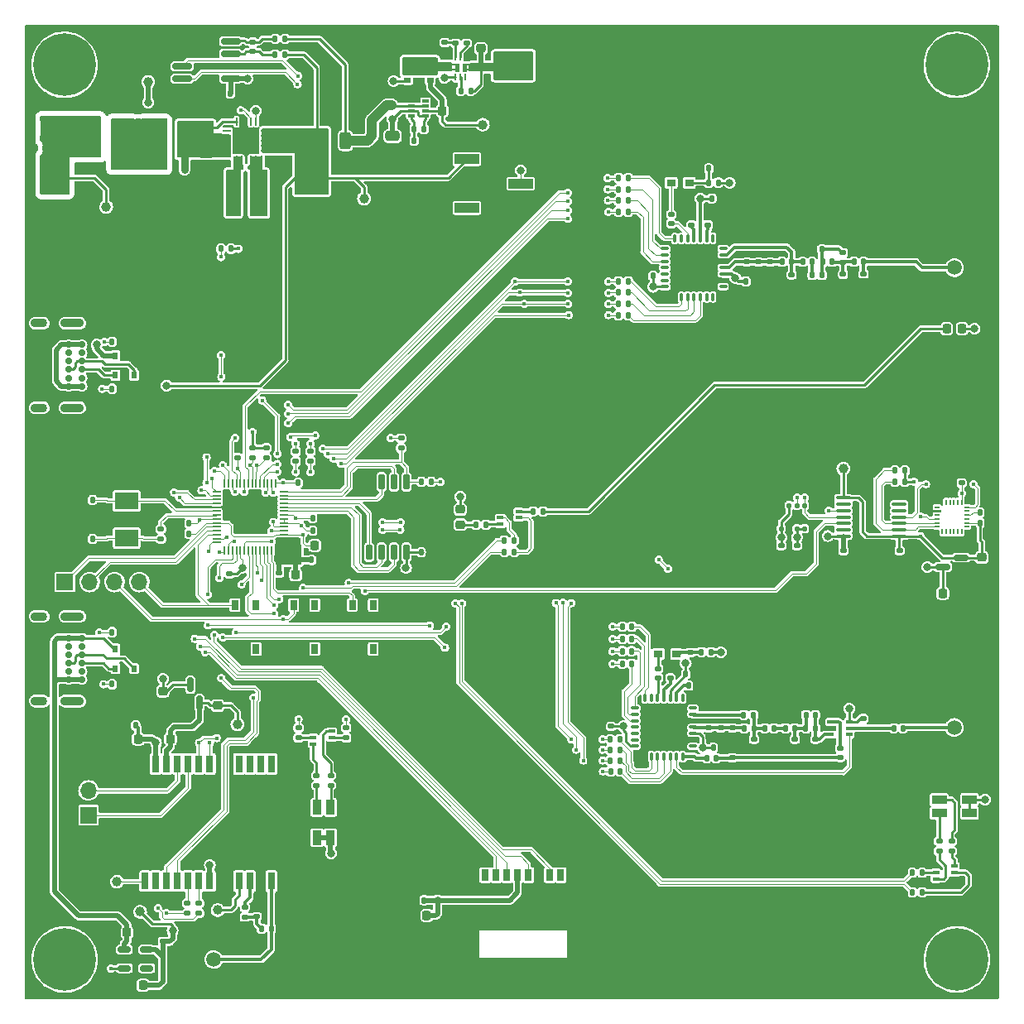
<source format=gtl>
%TF.GenerationSoftware,KiCad,Pcbnew,(6.0.7-1)-1*%
%TF.CreationDate,2023-02-25T12:48:07-05:00*%
%TF.ProjectId,HABBoard,48414242-6f61-4726-942e-6b696361645f,rev?*%
%TF.SameCoordinates,Original*%
%TF.FileFunction,Copper,L1,Top*%
%TF.FilePolarity,Positive*%
%FSLAX46Y46*%
G04 Gerber Fmt 4.6, Leading zero omitted, Abs format (unit mm)*
G04 Created by KiCad (PCBNEW (6.0.7-1)-1) date 2023-02-25 12:48:07*
%MOMM*%
%LPD*%
G01*
G04 APERTURE LIST*
G04 Aperture macros list*
%AMRoundRect*
0 Rectangle with rounded corners*
0 $1 Rounding radius*
0 $2 $3 $4 $5 $6 $7 $8 $9 X,Y pos of 4 corners*
0 Add a 4 corners polygon primitive as box body*
4,1,4,$2,$3,$4,$5,$6,$7,$8,$9,$2,$3,0*
0 Add four circle primitives for the rounded corners*
1,1,$1+$1,$2,$3*
1,1,$1+$1,$4,$5*
1,1,$1+$1,$6,$7*
1,1,$1+$1,$8,$9*
0 Add four rect primitives between the rounded corners*
20,1,$1+$1,$2,$3,$4,$5,0*
20,1,$1+$1,$4,$5,$6,$7,0*
20,1,$1+$1,$6,$7,$8,$9,0*
20,1,$1+$1,$8,$9,$2,$3,0*%
G04 Aperture macros list end*
%TA.AperFunction,EtchedComponent*%
%ADD10C,0.100000*%
%TD*%
%TA.AperFunction,SMDPad,CuDef*%
%ADD11RoundRect,0.140000X-0.140000X-0.170000X0.140000X-0.170000X0.140000X0.170000X-0.140000X0.170000X0*%
%TD*%
%TA.AperFunction,SMDPad,CuDef*%
%ADD12RoundRect,0.140000X0.170000X-0.140000X0.170000X0.140000X-0.170000X0.140000X-0.170000X-0.140000X0*%
%TD*%
%TA.AperFunction,SMDPad,CuDef*%
%ADD13RoundRect,0.140000X-0.170000X0.140000X-0.170000X-0.140000X0.170000X-0.140000X0.170000X0.140000X0*%
%TD*%
%TA.AperFunction,SMDPad,CuDef*%
%ADD14C,1.000000*%
%TD*%
%TA.AperFunction,SMDPad,CuDef*%
%ADD15RoundRect,0.135000X0.185000X-0.135000X0.185000X0.135000X-0.185000X0.135000X-0.185000X-0.135000X0*%
%TD*%
%TA.AperFunction,SMDPad,CuDef*%
%ADD16RoundRect,0.135000X0.135000X0.185000X-0.135000X0.185000X-0.135000X-0.185000X0.135000X-0.185000X0*%
%TD*%
%TA.AperFunction,SMDPad,CuDef*%
%ADD17RoundRect,0.075000X-0.075000X0.312500X-0.075000X-0.312500X0.075000X-0.312500X0.075000X0.312500X0*%
%TD*%
%TA.AperFunction,SMDPad,CuDef*%
%ADD18RoundRect,0.075000X-0.312500X0.075000X-0.312500X-0.075000X0.312500X-0.075000X0.312500X0.075000X0*%
%TD*%
%TA.AperFunction,SMDPad,CuDef*%
%ADD19R,4.800000X4.800000*%
%TD*%
%TA.AperFunction,SMDPad,CuDef*%
%ADD20R,1.000000X0.700000*%
%TD*%
%TA.AperFunction,SMDPad,CuDef*%
%ADD21R,0.600000X0.700000*%
%TD*%
%TA.AperFunction,SMDPad,CuDef*%
%ADD22R,0.980000X3.400000*%
%TD*%
%TA.AperFunction,SMDPad,CuDef*%
%ADD23RoundRect,0.147500X-0.147500X-0.172500X0.147500X-0.172500X0.147500X0.172500X-0.147500X0.172500X0*%
%TD*%
%TA.AperFunction,SMDPad,CuDef*%
%ADD24RoundRect,0.135000X-0.135000X-0.185000X0.135000X-0.185000X0.135000X0.185000X-0.135000X0.185000X0*%
%TD*%
%TA.AperFunction,SMDPad,CuDef*%
%ADD25RoundRect,0.050000X-0.050000X0.387500X-0.050000X-0.387500X0.050000X-0.387500X0.050000X0.387500X0*%
%TD*%
%TA.AperFunction,SMDPad,CuDef*%
%ADD26RoundRect,0.050000X-0.387500X0.050000X-0.387500X-0.050000X0.387500X-0.050000X0.387500X0.050000X0*%
%TD*%
%TA.AperFunction,SMDPad,CuDef*%
%ADD27R,3.200000X3.200000*%
%TD*%
%TA.AperFunction,SMDPad,CuDef*%
%ADD28RoundRect,0.012800X-0.317200X-0.147200X0.317200X-0.147200X0.317200X0.147200X-0.317200X0.147200X0*%
%TD*%
%TA.AperFunction,SMDPad,CuDef*%
%ADD29RoundRect,0.225000X0.250000X-0.225000X0.250000X0.225000X-0.250000X0.225000X-0.250000X-0.225000X0*%
%TD*%
%TA.AperFunction,SMDPad,CuDef*%
%ADD30R,0.900000X1.500000*%
%TD*%
%TA.AperFunction,SMDPad,CuDef*%
%ADD31RoundRect,0.135000X-0.185000X0.135000X-0.185000X-0.135000X0.185000X-0.135000X0.185000X0.135000X0*%
%TD*%
%TA.AperFunction,SMDPad,CuDef*%
%ADD32RoundRect,0.140000X0.140000X0.170000X-0.140000X0.170000X-0.140000X-0.170000X0.140000X-0.170000X0*%
%TD*%
%TA.AperFunction,SMDPad,CuDef*%
%ADD33R,0.650000X0.400000*%
%TD*%
%TA.AperFunction,SMDPad,CuDef*%
%ADD34RoundRect,0.250000X0.475000X-0.250000X0.475000X0.250000X-0.475000X0.250000X-0.475000X-0.250000X0*%
%TD*%
%TA.AperFunction,SMDPad,CuDef*%
%ADD35RoundRect,0.100000X0.637500X0.100000X-0.637500X0.100000X-0.637500X-0.100000X0.637500X-0.100000X0*%
%TD*%
%TA.AperFunction,SMDPad,CuDef*%
%ADD36RoundRect,0.250000X-0.475000X0.250000X-0.475000X-0.250000X0.475000X-0.250000X0.475000X0.250000X0*%
%TD*%
%TA.AperFunction,SMDPad,CuDef*%
%ADD37R,2.400000X1.800000*%
%TD*%
%TA.AperFunction,SMDPad,CuDef*%
%ADD38RoundRect,0.250000X-0.312500X-0.625000X0.312500X-0.625000X0.312500X0.625000X-0.312500X0.625000X0*%
%TD*%
%TA.AperFunction,SMDPad,CuDef*%
%ADD39RoundRect,0.062500X0.062500X-0.337500X0.062500X0.337500X-0.062500X0.337500X-0.062500X-0.337500X0*%
%TD*%
%TA.AperFunction,SMDPad,CuDef*%
%ADD40RoundRect,0.062500X0.337500X-0.062500X0.337500X0.062500X-0.337500X0.062500X-0.337500X-0.062500X0*%
%TD*%
%TA.AperFunction,SMDPad,CuDef*%
%ADD41R,2.700000X2.700000*%
%TD*%
%TA.AperFunction,ComponentPad*%
%ADD42C,0.500000*%
%TD*%
%TA.AperFunction,ComponentPad*%
%ADD43R,1.700000X1.700000*%
%TD*%
%TA.AperFunction,ComponentPad*%
%ADD44O,1.700000X1.700000*%
%TD*%
%TA.AperFunction,SMDPad,CuDef*%
%ADD45RoundRect,0.225000X-0.225000X-0.250000X0.225000X-0.250000X0.225000X0.250000X-0.225000X0.250000X0*%
%TD*%
%TA.AperFunction,SMDPad,CuDef*%
%ADD46RoundRect,0.150000X-0.512500X-0.150000X0.512500X-0.150000X0.512500X0.150000X-0.512500X0.150000X0*%
%TD*%
%TA.AperFunction,SMDPad,CuDef*%
%ADD47R,1.500000X0.900000*%
%TD*%
%TA.AperFunction,SMDPad,CuDef*%
%ADD48RoundRect,0.225000X0.225000X0.250000X-0.225000X0.250000X-0.225000X-0.250000X0.225000X-0.250000X0*%
%TD*%
%TA.AperFunction,SMDPad,CuDef*%
%ADD49RoundRect,0.050000X0.050000X-0.225000X0.050000X0.225000X-0.050000X0.225000X-0.050000X-0.225000X0*%
%TD*%
%TA.AperFunction,SMDPad,CuDef*%
%ADD50RoundRect,0.050000X0.225000X0.050000X-0.225000X0.050000X-0.225000X-0.050000X0.225000X-0.050000X0*%
%TD*%
%TA.AperFunction,SMDPad,CuDef*%
%ADD51RoundRect,0.225000X-0.250000X0.225000X-0.250000X-0.225000X0.250000X-0.225000X0.250000X0.225000X0*%
%TD*%
%TA.AperFunction,SMDPad,CuDef*%
%ADD52R,0.800000X1.800000*%
%TD*%
%TA.AperFunction,SMDPad,CuDef*%
%ADD53RoundRect,0.150000X0.587500X0.150000X-0.587500X0.150000X-0.587500X-0.150000X0.587500X-0.150000X0*%
%TD*%
%TA.AperFunction,ComponentPad*%
%ADD54C,0.700000*%
%TD*%
%TA.AperFunction,ComponentPad*%
%ADD55O,2.400000X0.900000*%
%TD*%
%TA.AperFunction,ComponentPad*%
%ADD56O,1.700000X0.900000*%
%TD*%
%TA.AperFunction,SMDPad,CuDef*%
%ADD57RoundRect,0.218750X0.256250X-0.218750X0.256250X0.218750X-0.256250X0.218750X-0.256250X-0.218750X0*%
%TD*%
%TA.AperFunction,SMDPad,CuDef*%
%ADD58RoundRect,0.125000X-0.125000X-0.137500X0.125000X-0.137500X0.125000X0.137500X-0.125000X0.137500X0*%
%TD*%
%TA.AperFunction,SMDPad,CuDef*%
%ADD59R,2.500000X1.000000*%
%TD*%
%TA.AperFunction,SMDPad,CuDef*%
%ADD60R,0.558800X0.254000*%
%TD*%
%TA.AperFunction,SMDPad,CuDef*%
%ADD61R,0.254000X0.711200*%
%TD*%
%TA.AperFunction,ComponentPad*%
%ADD62C,6.400000*%
%TD*%
%TA.AperFunction,SMDPad,CuDef*%
%ADD63R,0.700000X1.000000*%
%TD*%
%TA.AperFunction,SMDPad,CuDef*%
%ADD64R,0.800000X1.200000*%
%TD*%
%TA.AperFunction,SMDPad,CuDef*%
%ADD65R,1.500000X2.000000*%
%TD*%
%TA.AperFunction,ComponentPad*%
%ADD66C,1.508000*%
%TD*%
%TA.AperFunction,ComponentPad*%
%ADD67C,1.920000*%
%TD*%
%TA.AperFunction,SMDPad,CuDef*%
%ADD68RoundRect,0.250000X-0.550000X1.250000X-0.550000X-1.250000X0.550000X-1.250000X0.550000X1.250000X0*%
%TD*%
%TA.AperFunction,ComponentPad*%
%ADD69R,1.950000X1.950000*%
%TD*%
%TA.AperFunction,ComponentPad*%
%ADD70C,1.950000*%
%TD*%
%TA.AperFunction,SMDPad,CuDef*%
%ADD71R,0.700000X0.510000*%
%TD*%
%TA.AperFunction,SMDPad,CuDef*%
%ADD72R,0.900000X0.800000*%
%TD*%
%TA.AperFunction,SMDPad,CuDef*%
%ADD73R,0.990000X5.140000*%
%TD*%
%TA.AperFunction,SMDPad,CuDef*%
%ADD74R,0.990000X3.000000*%
%TD*%
%TA.AperFunction,SMDPad,CuDef*%
%ADD75R,3.590000X0.990000*%
%TD*%
%TA.AperFunction,SMDPad,CuDef*%
%ADD76R,3.000000X0.990000*%
%TD*%
%TA.AperFunction,SMDPad,CuDef*%
%ADD77R,2.990000X0.990000*%
%TD*%
%TA.AperFunction,SMDPad,CuDef*%
%ADD78RoundRect,0.150000X0.150000X-0.587500X0.150000X0.587500X-0.150000X0.587500X-0.150000X-0.587500X0*%
%TD*%
%TA.AperFunction,SMDPad,CuDef*%
%ADD79RoundRect,0.250000X0.250000X0.475000X-0.250000X0.475000X-0.250000X-0.475000X0.250000X-0.475000X0*%
%TD*%
%TA.AperFunction,SMDPad,CuDef*%
%ADD80RoundRect,0.218750X-0.218750X-0.256250X0.218750X-0.256250X0.218750X0.256250X-0.218750X0.256250X0*%
%TD*%
%TA.AperFunction,SMDPad,CuDef*%
%ADD81RoundRect,0.150000X-0.825000X-0.150000X0.825000X-0.150000X0.825000X0.150000X-0.825000X0.150000X0*%
%TD*%
%TA.AperFunction,SMDPad,CuDef*%
%ADD82RoundRect,0.150000X-0.150000X0.650000X-0.150000X-0.650000X0.150000X-0.650000X0.150000X0.650000X0*%
%TD*%
%TA.AperFunction,ViaPad*%
%ADD83C,0.800000*%
%TD*%
%TA.AperFunction,ViaPad*%
%ADD84C,0.450000*%
%TD*%
%TA.AperFunction,Conductor*%
%ADD85C,0.250000*%
%TD*%
%TA.AperFunction,Conductor*%
%ADD86C,0.500000*%
%TD*%
%TA.AperFunction,Conductor*%
%ADD87C,0.125000*%
%TD*%
%TA.AperFunction,Conductor*%
%ADD88C,0.360000*%
%TD*%
%TA.AperFunction,Conductor*%
%ADD89C,0.750000*%
%TD*%
%TA.AperFunction,Conductor*%
%ADD90C,1.000000*%
%TD*%
G04 APERTURE END LIST*
%TO.C,U12*%
G36*
X72299600Y-29877063D02*
G01*
X71958400Y-29877063D01*
X71958400Y-29122937D01*
X72299600Y-29122937D01*
X72299600Y-29877063D01*
G37*
D10*
X72299600Y-29877063D02*
X71958400Y-29877063D01*
X71958400Y-29122937D01*
X72299600Y-29122937D01*
X72299600Y-29877063D01*
G36*
X73041600Y-29877063D02*
G01*
X72700400Y-29877063D01*
X72700400Y-29122937D01*
X73041600Y-29122937D01*
X73041600Y-29877063D01*
G37*
X73041600Y-29877063D02*
X72700400Y-29877063D01*
X72700400Y-29122937D01*
X73041600Y-29122937D01*
X73041600Y-29877063D01*
%TD*%
D11*
%TO.P,C37,1*%
%TO.N,Net-(C37-Pad1)*%
X97895000Y-39850000D03*
%TO.P,C37,2*%
%TO.N,GND*%
X98855000Y-39850000D03*
%TD*%
%TO.P,C77,1*%
%TO.N,Net-(C64-Pad1)*%
X107485000Y-49400000D03*
%TO.P,C77,2*%
%TO.N,Net-(C77-Pad2)*%
X108445000Y-49400000D03*
%TD*%
%TO.P,C25,1*%
%TO.N,+3V3*%
X98195000Y-42925000D03*
%TO.P,C25,2*%
%TO.N,GND*%
X99155000Y-42925000D03*
%TD*%
D12*
%TO.P,C28,1*%
%TO.N,Net-(C28-Pad1)*%
X96115000Y-45630000D03*
%TO.P,C28,2*%
%TO.N,GND*%
X96115000Y-44670000D03*
%TD*%
%TO.P,C19,1*%
%TO.N,+3V3*%
X87880000Y-96910000D03*
%TO.P,C19,2*%
%TO.N,GND*%
X87880000Y-95950000D03*
%TD*%
D13*
%TO.P,C83,1*%
%TO.N,Net-(C71-Pad1)*%
X111615000Y-48470000D03*
%TO.P,C83,2*%
%TO.N,Net-(C72-Pad1)*%
X111615000Y-49430000D03*
%TD*%
D14*
%TO.P,TP10,1,1*%
%TO.N,+SYS*%
X62625000Y-42925000D03*
%TD*%
D15*
%TO.P,R10,1*%
%TO.N,/BME_SCL*%
X51250000Y-69435000D03*
%TO.P,R10,2*%
%TO.N,+3V3*%
X51250000Y-68415000D03*
%TD*%
D16*
%TO.P,R26,1*%
%TO.N,Net-(D6-Pad1)*%
X80910000Y-74925000D03*
%TO.P,R26,2*%
%TO.N,Net-(Q3-Pad3)*%
X79890000Y-74925000D03*
%TD*%
D11*
%TO.P,C63,1*%
%TO.N,GND*%
X33890000Y-77750000D03*
%TO.P,C63,2*%
%TO.N,Net-(C63-Pad2)*%
X34850000Y-77750000D03*
%TD*%
D17*
%TO.P,U10,1,RFI_LF*%
%TO.N,unconnected-(U10-Pad1)*%
X95250000Y-94012500D03*
%TO.P,U10,2,VR_ANA*%
%TO.N,Net-(C27-Pad1)*%
X94600000Y-94012500D03*
%TO.P,U10,3,VBAT_ANA*%
%TO.N,+3V3*%
X93950000Y-94012500D03*
%TO.P,U10,4,VR_DIG*%
%TO.N,Net-(C26-Pad1)*%
X93300000Y-94012500D03*
%TO.P,U10,5,XTA*%
%TO.N,Net-(C85-Pad1)*%
X92650000Y-94012500D03*
%TO.P,U10,6,XTB*%
%TO.N,unconnected-(U10-Pad6)*%
X92000000Y-94012500D03*
%TO.P,U10,7,~{RESET}*%
%TO.N,Net-(FB7-Pad2)*%
X91350000Y-94012500D03*
D18*
%TO.P,U10,8,DIO0*%
%TO.N,Net-(FB8-Pad2)*%
X90312500Y-95050000D03*
%TO.P,U10,9,DIO1*%
%TO.N,Net-(FB9-Pad2)*%
X90312500Y-95700000D03*
%TO.P,U10,10,DIO2*%
%TO.N,Net-(FB10-Pad2)*%
X90312500Y-96350000D03*
%TO.P,U10,11,DIO3*%
%TO.N,unconnected-(U10-Pad11)*%
X90312500Y-97000000D03*
%TO.P,U10,12,DIO4*%
%TO.N,unconnected-(U10-Pad12)*%
X90312500Y-97650000D03*
%TO.P,U10,13,DIO5*%
%TO.N,unconnected-(U10-Pad13)*%
X90312500Y-98300000D03*
%TO.P,U10,14,VBAT_DIG*%
%TO.N,+3V3*%
X90312500Y-98950000D03*
D17*
%TO.P,U10,15,GND*%
%TO.N,GND*%
X91350000Y-99987500D03*
%TO.P,U10,16,SCK*%
%TO.N,Net-(FB3-Pad2)*%
X92000000Y-99987500D03*
%TO.P,U10,17,MISO*%
%TO.N,Net-(FB4-Pad2)*%
X92650000Y-99987500D03*
%TO.P,U10,18,MOSI*%
%TO.N,Net-(FB5-Pad2)*%
X93300000Y-99987500D03*
%TO.P,U10,19,NSS*%
%TO.N,Net-(FB6-Pad2)*%
X93950000Y-99987500D03*
%TO.P,U10,20,RXTX/RF_MOD*%
%TO.N,Net-(U10-Pad20)*%
X94600000Y-99987500D03*
%TO.P,U10,21,RFI_HF*%
%TO.N,Net-(L11-Pad1)*%
X95250000Y-99987500D03*
D18*
%TO.P,U10,22,RFO_HF*%
%TO.N,unconnected-(U10-Pad22)*%
X96287500Y-98950000D03*
%TO.P,U10,23,GND*%
%TO.N,GND*%
X96287500Y-98300000D03*
%TO.P,U10,24,VBAT_RF*%
%TO.N,+3V3*%
X96287500Y-97650000D03*
%TO.P,U10,25,VR_PA*%
%TO.N,Net-(C67-Pad1)*%
X96287500Y-97000000D03*
%TO.P,U10,26,GND*%
%TO.N,GND*%
X96287500Y-96350000D03*
%TO.P,U10,27,PA_BOOST*%
%TO.N,Net-(L5-Pad1)*%
X96287500Y-95700000D03*
%TO.P,U10,28,RFO_LF*%
%TO.N,unconnected-(U10-Pad28)*%
X96287500Y-95050000D03*
D19*
%TO.P,U10,29,GND*%
%TO.N,GND*%
X93300000Y-97000000D03*
%TD*%
D20*
%TO.P,D1,1,A*%
%TO.N,GND*%
X38900000Y-59000000D03*
D21*
%TO.P,D1,2,K*%
%TO.N,/USB_VBUS*%
X37200000Y-59000000D03*
%TO.P,D1,3,K*%
%TO.N,Net-(D1-Pad3)*%
X37200000Y-61000000D03*
%TO.P,D1,4,K*%
%TO.N,Net-(D1-Pad4)*%
X39100000Y-61000000D03*
%TD*%
D12*
%TO.P,C29,1*%
%TO.N,Net-(C29-Pad1)*%
X97815000Y-45630000D03*
%TO.P,C29,2*%
%TO.N,GND*%
X97815000Y-44670000D03*
%TD*%
D16*
%TO.P,R31,1*%
%TO.N,+SYS*%
X54560000Y-28200000D03*
%TO.P,R31,2*%
%TO.N,Net-(C39-Pad2)*%
X53540000Y-28200000D03*
%TD*%
%TO.P,R23,1*%
%TO.N,Net-(Q3-Pad5)*%
X78010000Y-77900000D03*
%TO.P,R23,2*%
%TO.N,/VHF_SGRN*%
X76990000Y-77900000D03*
%TD*%
D22*
%TO.P,L3,1*%
%TO.N,Net-(C32-Pad1)*%
X37435000Y-37000000D03*
%TO.P,L3,2*%
%TO.N,+3V3*%
X35065000Y-37000000D03*
%TD*%
D12*
%TO.P,C30,1*%
%TO.N,+SYS*%
X56050000Y-36080000D03*
%TO.P,C30,2*%
%TO.N,GND*%
X56050000Y-35120000D03*
%TD*%
D23*
%TO.P,FB11,1*%
%TO.N,/RF_SCK*%
X88665000Y-51400000D03*
%TO.P,FB11,2*%
%TO.N,Net-(FB11-Pad2)*%
X89635000Y-51400000D03*
%TD*%
D24*
%TO.P,R11,1*%
%TO.N,Net-(R11-Pad1)*%
X116940000Y-71900000D03*
%TO.P,R11,2*%
%TO.N,+1V8*%
X117960000Y-71900000D03*
%TD*%
D23*
%TO.P,L9,1*%
%TO.N,Net-(C67-Pad1)*%
X101515000Y-97100000D03*
%TO.P,L9,2*%
%TO.N,Net-(C80-Pad1)*%
X102485000Y-97100000D03*
%TD*%
%TO.P,FB15,1*%
%TO.N,/VHF_RESET*%
X88680000Y-40825000D03*
%TO.P,FB15,2*%
%TO.N,Net-(FB15-Pad2)*%
X89650000Y-40825000D03*
%TD*%
D11*
%TO.P,C15,1*%
%TO.N,Net-(C15-Pad1)*%
X125620000Y-75025000D03*
%TO.P,C15,2*%
%TO.N,GND*%
X126580000Y-75025000D03*
%TD*%
D25*
%TO.P,U5,1,IOVDD*%
%TO.N,+3V3*%
X53580000Y-72062500D03*
%TO.P,U5,2,GPIO0*%
%TO.N,/GNSS_SGRN*%
X53180000Y-72062500D03*
%TO.P,U5,3,GPIO1*%
%TO.N,/GNSS_SRED*%
X52780000Y-72062500D03*
%TO.P,U5,4,GPIO2*%
%TO.N,/UHF_SGRN*%
X52380000Y-72062500D03*
%TO.P,U5,5,GPIO3*%
%TO.N,/UHF_SRED*%
X51980000Y-72062500D03*
%TO.P,U5,6,GPIO4*%
%TO.N,/BME_SDA*%
X51580000Y-72062500D03*
%TO.P,U5,7,GPIO5*%
%TO.N,/BME_SCL*%
X51180000Y-72062500D03*
%TO.P,U5,8,GPIO6*%
%TO.N,/VHF_RESET*%
X50780000Y-72062500D03*
%TO.P,U5,9,GPIO7*%
%TO.N,/UHF_RESET*%
X50380000Y-72062500D03*
%TO.P,U5,10,IOVDD*%
%TO.N,+3V3*%
X49980000Y-72062500D03*
%TO.P,U5,11,GPIO8*%
%TO.N,/VHF_NSS*%
X49580000Y-72062500D03*
%TO.P,U5,12,GPIO9*%
%TO.N,/UHF_NSS*%
X49180000Y-72062500D03*
%TO.P,U5,13,GPIO10*%
%TO.N,/SD_SCK*%
X48780000Y-72062500D03*
%TO.P,U5,14,GPIO11*%
%TO.N,/SD_MOSI*%
X48380000Y-72062500D03*
D26*
%TO.P,U5,15,GPIO12*%
%TO.N,/SD_MISO*%
X47542500Y-72900000D03*
%TO.P,U5,16,GPIO13*%
%TO.N,/SD_CS*%
X47542500Y-73300000D03*
%TO.P,U5,17,GPIO14*%
%TO.N,/VHF_DIO0*%
X47542500Y-73700000D03*
%TO.P,U5,18,GPIO15*%
%TO.N,/VHF_DIO1*%
X47542500Y-74100000D03*
%TO.P,U5,19,TESTEN*%
%TO.N,GND*%
X47542500Y-74500000D03*
%TO.P,U5,20,XIN*%
%TO.N,Net-(C62-Pad2)*%
X47542500Y-74900000D03*
%TO.P,U5,21,XOUT*%
%TO.N,Net-(R14-Pad2)*%
X47542500Y-75300000D03*
%TO.P,U5,22,IOVDD*%
%TO.N,+3V3*%
X47542500Y-75700000D03*
%TO.P,U5,23,DVDD*%
%TO.N,+1V1*%
X47542500Y-76100000D03*
%TO.P,U5,24,SWCLK*%
%TO.N,Net-(J6-Pad1)*%
X47542500Y-76500000D03*
%TO.P,U5,25,SWD*%
%TO.N,Net-(J6-Pad2)*%
X47542500Y-76900000D03*
%TO.P,U5,26,RUN*%
%TO.N,/MCU_RESET*%
X47542500Y-77300000D03*
%TO.P,U5,27,GPIO16*%
%TO.N,/RF_MISO*%
X47542500Y-77700000D03*
%TO.P,U5,28,GPIO17*%
%TO.N,/VHF_DIO2*%
X47542500Y-78100000D03*
D25*
%TO.P,U5,29,GPIO18*%
%TO.N,/RF_SCK*%
X48380000Y-78937500D03*
%TO.P,U5,30,GPIO19*%
%TO.N,/RF_MOSI*%
X48780000Y-78937500D03*
%TO.P,U5,31,GPIO20*%
%TO.N,/UHF_DIO0*%
X49180000Y-78937500D03*
%TO.P,U5,32,GPIO21*%
%TO.N,/UHF_DIO1*%
X49580000Y-78937500D03*
%TO.P,U5,33,IOVDD*%
%TO.N,+3V3*%
X49980000Y-78937500D03*
%TO.P,U5,34,GPIO22*%
%TO.N,/UHF_DIO2*%
X50380000Y-78937500D03*
%TO.P,U5,35,GPIO23*%
%TO.N,/GNSS_TXR*%
X50780000Y-78937500D03*
%TO.P,U5,36,GPIO24*%
%TO.N,/IMU_INT*%
X51180000Y-78937500D03*
%TO.P,U5,37,GPIO25*%
%TO.N,/GNSS_TP*%
X51580000Y-78937500D03*
%TO.P,U5,38,GPIO26_ADC0*%
%TO.N,/SMPS_MODE*%
X51980000Y-78937500D03*
%TO.P,U5,39,GPIO27_ADC1*%
%TO.N,/VHF_SGRN*%
X52380000Y-78937500D03*
%TO.P,U5,40,GPIO28_ADC2*%
%TO.N,/MCU_HB*%
X52780000Y-78937500D03*
%TO.P,U5,41,GPIO29_ADC3*%
%TO.N,Net-(SW3-Pad2)*%
X53180000Y-78937500D03*
%TO.P,U5,42,IOVDD*%
%TO.N,+3V3*%
X53580000Y-78937500D03*
D26*
%TO.P,U5,43,ADC_AVDD*%
X54417500Y-78100000D03*
%TO.P,U5,44,VREG_IN*%
X54417500Y-77700000D03*
%TO.P,U5,45,VREG_VOUT*%
%TO.N,+1V1*%
X54417500Y-77300000D03*
%TO.P,U5,46,USB_DM*%
%TO.N,Net-(R6-Pad1)*%
X54417500Y-76900000D03*
%TO.P,U5,47,USB_DP*%
%TO.N,Net-(R5-Pad1)*%
X54417500Y-76500000D03*
%TO.P,U5,48,USB_VDD*%
%TO.N,+3V3*%
X54417500Y-76100000D03*
%TO.P,U5,49,IOVDD*%
X54417500Y-75700000D03*
%TO.P,U5,50,DVDD*%
%TO.N,+1V1*%
X54417500Y-75300000D03*
%TO.P,U5,51,QSPI_SD3*%
%TO.N,Net-(U2-Pad7)*%
X54417500Y-74900000D03*
%TO.P,U5,52,QSPI_SCLK*%
%TO.N,Net-(U2-Pad6)*%
X54417500Y-74500000D03*
%TO.P,U5,53,QSPI_SD0*%
%TO.N,Net-(U2-Pad5)*%
X54417500Y-74100000D03*
%TO.P,U5,54,QSPI_SD2*%
%TO.N,Net-(U2-Pad3)*%
X54417500Y-73700000D03*
%TO.P,U5,55,QSPI_SD1*%
%TO.N,Net-(U2-Pad2)*%
X54417500Y-73300000D03*
%TO.P,U5,56,QSPI_SS*%
%TO.N,Net-(R13-Pad2)*%
X54417500Y-72900000D03*
D27*
%TO.P,U5,57,GND*%
%TO.N,GND*%
X50980000Y-75500000D03*
%TD*%
D28*
%TO.P,U15,1,GND*%
%TO.N,GND*%
X67445000Y-32950000D03*
%TO.P,U15,2,OUT*%
%TO.N,Net-(R30-Pad2)*%
X67445000Y-33450000D03*
%TO.P,U15,3,IN1*%
%TO.N,/USB_VBUS*%
X67445000Y-33950000D03*
%TO.P,U15,4,PR1*%
%TO.N,Net-(R28-Pad2)*%
X67445000Y-34450000D03*
%TO.P,U15,5,MODE*%
%TO.N,/USB_VBUS*%
X68915000Y-34450000D03*
%TO.P,U15,6,IN2*%
%TO.N,Net-(C53-Pad1)*%
X68915000Y-33950000D03*
%TO.P,U15,7,OUT*%
%TO.N,Net-(R30-Pad2)*%
X68915000Y-33450000D03*
%TO.P,U15,8,ST*%
%TO.N,unconnected-(U15-Pad8)*%
X68915000Y-32950000D03*
%TD*%
D12*
%TO.P,C78,1*%
%TO.N,Net-(C73-Pad1)*%
X100300000Y-100130000D03*
%TO.P,C78,2*%
%TO.N,GND*%
X100300000Y-99170000D03*
%TD*%
D13*
%TO.P,C75,1*%
%TO.N,Net-(C67-Pad1)*%
X97900000Y-97070000D03*
%TO.P,C75,2*%
%TO.N,GND*%
X97900000Y-98030000D03*
%TD*%
D29*
%TO.P,C54,1*%
%TO.N,Net-(BT1-Pad1)*%
X74575000Y-27575000D03*
%TO.P,C54,2*%
%TO.N,GND*%
X74575000Y-26025000D03*
%TD*%
D11*
%TO.P,C9,1*%
%TO.N,+3V3*%
X68470000Y-79100000D03*
%TO.P,C9,2*%
%TO.N,GND*%
X69430000Y-79100000D03*
%TD*%
D16*
%TO.P,R1,1*%
%TO.N,GND*%
X37885000Y-92600000D03*
%TO.P,R1,2*%
%TO.N,Net-(J2-PadB5)*%
X36865000Y-92600000D03*
%TD*%
D12*
%TO.P,C6,1*%
%TO.N,+3V3*%
X49670000Y-69420000D03*
%TO.P,C6,2*%
%TO.N,GND*%
X49670000Y-68460000D03*
%TD*%
D30*
%TO.P,D3,1,A1*%
%TO.N,+3V3*%
X59200000Y-108300000D03*
%TO.P,D3,2,A2*%
X57800000Y-108300000D03*
%TO.P,D3,3,K1*%
%TO.N,Net-(D3-Pad3)*%
X59200000Y-105200000D03*
%TO.P,D3,4,K2*%
%TO.N,Net-(D3-Pad4)*%
X57800000Y-105200000D03*
%TD*%
D15*
%TO.P,R16,1*%
%TO.N,Net-(Q1-Pad2)*%
X60800000Y-98085000D03*
%TO.P,R16,2*%
%TO.N,/GNSS_SGRN*%
X60800000Y-97065000D03*
%TD*%
D23*
%TO.P,FB7,1*%
%TO.N,/UHF_RESET*%
X89055000Y-86710000D03*
%TO.P,FB7,2*%
%TO.N,Net-(FB7-Pad2)*%
X90025000Y-86710000D03*
%TD*%
D13*
%TO.P,C82,1*%
%TO.N,Net-(C82-Pad1)*%
X106700000Y-98220000D03*
%TO.P,C82,2*%
%TO.N,GND*%
X106700000Y-99180000D03*
%TD*%
D11*
%TO.P,C62,1*%
%TO.N,GND*%
X33890000Y-73750000D03*
%TO.P,C62,2*%
%TO.N,Net-(C62-Pad2)*%
X34850000Y-73750000D03*
%TD*%
D31*
%TO.P,R35,1*%
%TO.N,GND*%
X73125000Y-26015000D03*
%TO.P,R35,2*%
%TO.N,Net-(R35-Pad2)*%
X73125000Y-27035000D03*
%TD*%
D32*
%TO.P,C33,1*%
%TO.N,+3V3*%
X29980000Y-37750000D03*
%TO.P,C33,2*%
%TO.N,GND*%
X29020000Y-37750000D03*
%TD*%
D33*
%TO.P,Q2,1,S*%
%TO.N,GND*%
X123025000Y-112525000D03*
%TO.P,Q2,2,G*%
%TO.N,Net-(Q2-Pad2)*%
X123025000Y-111875000D03*
%TO.P,Q2,3,D*%
%TO.N,Net-(Q2-Pad3)*%
X123025000Y-111225000D03*
%TO.P,Q2,4,S*%
%TO.N,GND*%
X121125000Y-111225000D03*
%TO.P,Q2,5,G*%
%TO.N,Net-(Q2-Pad5)*%
X121125000Y-111875000D03*
%TO.P,Q2,6,D*%
%TO.N,Net-(Q2-Pad6)*%
X121125000Y-112525000D03*
%TD*%
D34*
%TO.P,C57,1*%
%TO.N,Net-(C31-Pad1)*%
X46500000Y-35700000D03*
%TO.P,C57,2*%
%TO.N,GND*%
X46500000Y-33800000D03*
%TD*%
D23*
%TO.P,FB17,1*%
%TO.N,/VHF_DIO1*%
X88665000Y-43125000D03*
%TO.P,FB17,2*%
%TO.N,Net-(FB17-Pad2)*%
X89635000Y-43125000D03*
%TD*%
D35*
%TO.P,U7,1,VCCA*%
%TO.N,+1V8*%
X117362500Y-77450000D03*
%TO.P,U7,2,A1*%
%TO.N,Net-(R12-Pad1)*%
X117362500Y-76800000D03*
%TO.P,U7,3,A2*%
%TO.N,Net-(R11-Pad1)*%
X117362500Y-76150000D03*
%TO.P,U7,4,A3*%
%TO.N,Net-(U7-Pad4)*%
X117362500Y-75500000D03*
%TO.P,U7,5,A4*%
%TO.N,unconnected-(U7-Pad5)*%
X117362500Y-74850000D03*
%TO.P,U7,6*%
%TO.N,N/C*%
X117362500Y-74200000D03*
%TO.P,U7,7,GND*%
%TO.N,GND*%
X117362500Y-73550000D03*
%TO.P,U7,8,OE*%
%TO.N,+1V8*%
X111637500Y-73550000D03*
%TO.P,U7,9*%
%TO.N,N/C*%
X111637500Y-74200000D03*
%TO.P,U7,10,B1*%
%TO.N,/BME_SDA*%
X111637500Y-74850000D03*
%TO.P,U7,11,B2*%
%TO.N,/BME_SCL*%
X111637500Y-75500000D03*
%TO.P,U7,12,B3*%
%TO.N,/IMU_INT*%
X111637500Y-76150000D03*
%TO.P,U7,13,B4*%
%TO.N,unconnected-(U7-Pad13)*%
X111637500Y-76800000D03*
%TO.P,U7,14,VCCB*%
%TO.N,+3V3*%
X111637500Y-77450000D03*
%TD*%
D15*
%TO.P,R27,1*%
%TO.N,Net-(C44-Pad1)*%
X42050000Y-118910000D03*
%TO.P,R27,2*%
%TO.N,GND*%
X42050000Y-117890000D03*
%TD*%
D24*
%TO.P,R4,1*%
%TO.N,Net-(J1-PadA5)*%
X36865000Y-57575000D03*
%TO.P,R4,2*%
%TO.N,GND*%
X37885000Y-57575000D03*
%TD*%
D13*
%TO.P,C64,1*%
%TO.N,Net-(C64-Pad1)*%
X106365000Y-50720000D03*
%TO.P,C64,2*%
%TO.N,GND*%
X106365000Y-51680000D03*
%TD*%
D36*
%TO.P,C58,1*%
%TO.N,Net-(C32-Pad1)*%
X39625000Y-39475000D03*
%TO.P,C58,2*%
%TO.N,GND*%
X39625000Y-41375000D03*
%TD*%
D23*
%TO.P,FB16,1*%
%TO.N,/VHF_DIO0*%
X88680000Y-41975000D03*
%TO.P,FB16,2*%
%TO.N,Net-(FB16-Pad2)*%
X89650000Y-41975000D03*
%TD*%
D14*
%TO.P,TP7,1,1*%
%TO.N,+1V8*%
X111650000Y-70550000D03*
%TD*%
D11*
%TO.P,C12,1*%
%TO.N,+3V3*%
X57370000Y-76900000D03*
%TO.P,C12,2*%
%TO.N,GND*%
X58330000Y-76900000D03*
%TD*%
D15*
%TO.P,R29,1*%
%TO.N,Net-(C3-Pad1)*%
X50450000Y-116410000D03*
%TO.P,R29,2*%
%TO.N,Net-(R29-Pad2)*%
X50450000Y-115390000D03*
%TD*%
D37*
%TO.P,Y3,1,1*%
%TO.N,Net-(C63-Pad2)*%
X38350000Y-77650000D03*
%TO.P,Y3,2,2*%
%TO.N,Net-(C62-Pad2)*%
X38350000Y-73850000D03*
%TD*%
D11*
%TO.P,C74,1*%
%TO.N,Net-(C74-Pad1)*%
X116801250Y-97100000D03*
%TO.P,C74,2*%
%TO.N,Net-(C74-Pad2)*%
X117761250Y-97100000D03*
%TD*%
D12*
%TO.P,C23,1*%
%TO.N,+3V3*%
X113680000Y-96110000D03*
%TO.P,C23,2*%
%TO.N,GND*%
X113680000Y-95150000D03*
%TD*%
D38*
%TO.P,R37,1*%
%TO.N,+SYS*%
X57787500Y-37000000D03*
%TO.P,R37,2*%
%TO.N,Net-(R30-Pad2)*%
X60712500Y-37000000D03*
%TD*%
D39*
%TO.P,U14,1,LX2*%
%TO.N,Net-(L1-Pad2)*%
X49575000Y-38950000D03*
%TO.P,U14,2,LX2*%
X50075000Y-38950000D03*
%TO.P,U14,3,PGND*%
%TO.N,GND*%
X50575000Y-38950000D03*
%TO.P,U14,4,LX1*%
%TO.N,Net-(L1-Pad1)*%
X51075000Y-38950000D03*
%TO.P,U14,5,LX1*%
X51575000Y-38950000D03*
D40*
%TO.P,U14,6,PVIN*%
%TO.N,+SYS*%
X52525000Y-38000000D03*
%TO.P,U14,7,PVIN*%
X52525000Y-37500000D03*
%TO.P,U14,8,PVIN*%
X52525000Y-37000000D03*
%TO.P,U14,9,PVIN*%
X52525000Y-36500000D03*
%TO.P,U14,10,VIN*%
X52525000Y-36000000D03*
D39*
%TO.P,U14,11,EN*%
%TO.N,Net-(SW4-Pad2)*%
X51575000Y-35050000D03*
%TO.P,U14,12,MODE*%
%TO.N,/SMPS_MODE*%
X51075000Y-35050000D03*
%TO.P,U14,13,SGND*%
%TO.N,GND*%
X50575000Y-35050000D03*
%TO.P,U14,14,SGND*%
X50075000Y-35050000D03*
%TO.P,U14,15,FB*%
%TO.N,Net-(C31-Pad1)*%
X49575000Y-35050000D03*
D40*
%TO.P,U14,16*%
%TO.N,N/C*%
X48625000Y-36000000D03*
%TO.P,U14,17,VOUT*%
%TO.N,Net-(C31-Pad1)*%
X48625000Y-36500000D03*
%TO.P,U14,18,VOUT*%
X48625000Y-37000000D03*
%TO.P,U14,19,VOUT*%
X48625000Y-37500000D03*
%TO.P,U14,20,VOUT*%
X48625000Y-38000000D03*
D41*
%TO.P,U14,21,PGND*%
%TO.N,GND*%
X50575000Y-37000000D03*
D42*
X49475000Y-38100000D03*
X51675000Y-35900000D03*
X51675000Y-38100000D03*
X49475000Y-35900000D03*
%TD*%
D31*
%TO.P,R13,1*%
%TO.N,/MCU_BOOT*%
X66425000Y-67440000D03*
%TO.P,R13,2*%
%TO.N,Net-(R13-Pad2)*%
X66425000Y-68460000D03*
%TD*%
D43*
%TO.P,J6,1,Pin_1*%
%TO.N,Net-(J6-Pad1)*%
X32025000Y-82150000D03*
D44*
%TO.P,J6,2,Pin_2*%
%TO.N,Net-(J6-Pad2)*%
X34565000Y-82150000D03*
%TO.P,J6,3,Pin_3*%
%TO.N,/MCU_BOOT*%
X37105000Y-82150000D03*
%TO.P,J6,4,Pin_4*%
%TO.N,/MCU_RESET*%
X39645000Y-82150000D03*
%TO.P,J6,5,Pin_5*%
%TO.N,GND*%
X42185000Y-82150000D03*
%TD*%
D45*
%TO.P,C53,1*%
%TO.N,Net-(C53-Pad1)*%
X70625000Y-33950000D03*
%TO.P,C53,2*%
%TO.N,GND*%
X72175000Y-33950000D03*
%TD*%
D23*
%TO.P,FB12,1*%
%TO.N,/RF_MISO*%
X88665000Y-52550000D03*
%TO.P,FB12,2*%
%TO.N,Net-(FB12-Pad2)*%
X89635000Y-52550000D03*
%TD*%
D46*
%TO.P,U1,1,VIN*%
%TO.N,Net-(C42-Pad2)*%
X38112500Y-119750000D03*
%TO.P,U1,2,GND*%
%TO.N,GND*%
X38112500Y-120700000D03*
%TO.P,U1,3,ON/~{OFF}*%
%TO.N,+3V3*%
X38112500Y-121650000D03*
%TO.P,U1,4,BP*%
%TO.N,unconnected-(U1-Pad4)*%
X40387500Y-121650000D03*
%TO.P,U1,5,VOUT*%
%TO.N,Net-(C44-Pad1)*%
X40387500Y-119750000D03*
%TD*%
D23*
%TO.P,L13,1*%
%TO.N,Net-(C82-Pad1)*%
X107815000Y-97100000D03*
%TO.P,L13,2*%
%TO.N,Net-(C79-Pad1)*%
X108785000Y-97100000D03*
%TD*%
D11*
%TO.P,C34,1*%
%TO.N,+3V3*%
X48970000Y-32200000D03*
%TO.P,C34,2*%
%TO.N,GND*%
X49930000Y-32200000D03*
%TD*%
D32*
%TO.P,C71,1*%
%TO.N,Net-(C71-Pad1)*%
X109445000Y-48100000D03*
%TO.P,C71,2*%
%TO.N,GND*%
X108485000Y-48100000D03*
%TD*%
D33*
%TO.P,Q3,1,S*%
%TO.N,GND*%
X78450000Y-76225000D03*
%TO.P,Q3,2,G*%
%TO.N,Net-(Q3-Pad2)*%
X78450000Y-75575000D03*
%TO.P,Q3,3,D*%
%TO.N,Net-(Q3-Pad3)*%
X78450000Y-74925000D03*
%TO.P,Q3,4,S*%
%TO.N,GND*%
X76550000Y-74925000D03*
%TO.P,Q3,5,G*%
%TO.N,Net-(Q3-Pad5)*%
X76550000Y-75575000D03*
%TO.P,Q3,6,D*%
%TO.N,Net-(Q3-Pad6)*%
X76550000Y-76225000D03*
%TD*%
D16*
%TO.P,R25,1*%
%TO.N,Net-(Q3-Pad6)*%
X75110000Y-76300000D03*
%TO.P,R25,2*%
%TO.N,Net-(D5-Pad1)*%
X74090000Y-76300000D03*
%TD*%
D23*
%TO.P,FB8,1*%
%TO.N,/UHF_DIO0*%
X89045000Y-87970000D03*
%TO.P,FB8,2*%
%TO.N,Net-(FB8-Pad2)*%
X90015000Y-87970000D03*
%TD*%
D31*
%TO.P,R33,1*%
%TO.N,GND*%
X72000000Y-26015000D03*
%TO.P,R33,2*%
%TO.N,Net-(C66-Pad1)*%
X72000000Y-27035000D03*
%TD*%
D23*
%TO.P,L7,1*%
%TO.N,Net-(C71-Pad1)*%
X109530000Y-49400000D03*
%TO.P,L7,2*%
%TO.N,Net-(C72-Pad1)*%
X110500000Y-49400000D03*
%TD*%
D13*
%TO.P,C67,1*%
%TO.N,Net-(C67-Pad1)*%
X99100000Y-97070000D03*
%TO.P,C67,2*%
%TO.N,GND*%
X99100000Y-98030000D03*
%TD*%
D47*
%TO.P,D4,1,A1*%
%TO.N,+3V3*%
X124550000Y-104400000D03*
%TO.P,D4,2,A2*%
X124550000Y-105800000D03*
%TO.P,D4,3,K1*%
%TO.N,Net-(D4-Pad3)*%
X121450000Y-104400000D03*
%TO.P,D4,4,K2*%
%TO.N,Net-(D4-Pad4)*%
X121450000Y-105800000D03*
%TD*%
D32*
%TO.P,C24,1*%
%TO.N,+3V3*%
X92180000Y-50850000D03*
%TO.P,C24,2*%
%TO.N,GND*%
X91220000Y-50850000D03*
%TD*%
D11*
%TO.P,C11,1*%
%TO.N,+3V3*%
X55870000Y-72000000D03*
%TO.P,C11,2*%
%TO.N,GND*%
X56830000Y-72000000D03*
%TD*%
D48*
%TO.P,C44,1*%
%TO.N,Net-(C44-Pad1)*%
X40025000Y-123400000D03*
%TO.P,C44,2*%
%TO.N,GND*%
X38475000Y-123400000D03*
%TD*%
D49*
%TO.P,U8,1,NC*%
%TO.N,unconnected-(U8-Pad1)*%
X121750000Y-77000000D03*
%TO.P,U8,2,NC*%
%TO.N,unconnected-(U8-Pad2)*%
X122150000Y-77000000D03*
%TO.P,U8,3,NC*%
%TO.N,unconnected-(U8-Pad3)*%
X122550000Y-77000000D03*
%TO.P,U8,4,NC*%
%TO.N,unconnected-(U8-Pad4)*%
X122950000Y-77000000D03*
%TO.P,U8,5,NC*%
%TO.N,unconnected-(U8-Pad5)*%
X123350000Y-77000000D03*
%TO.P,U8,6,NC*%
%TO.N,unconnected-(U8-Pad6)*%
X123750000Y-77000000D03*
D50*
%TO.P,U8,7,AUX_CL*%
%TO.N,unconnected-(U8-Pad7)*%
X124250000Y-76500000D03*
%TO.P,U8,8,VDDIO*%
%TO.N,+1V8*%
X124250000Y-76100000D03*
%TO.P,U8,9,SDO/AD0*%
%TO.N,unconnected-(U8-Pad9)*%
X124250000Y-75700000D03*
%TO.P,U8,10,REGOUT*%
%TO.N,Net-(C15-Pad1)*%
X124250000Y-75300000D03*
%TO.P,U8,11,FSYNC*%
%TO.N,unconnected-(U8-Pad11)*%
X124250000Y-74900000D03*
%TO.P,U8,12,INT1*%
%TO.N,Net-(U7-Pad4)*%
X124250000Y-74500000D03*
D49*
%TO.P,U8,13,VDD*%
%TO.N,+1V8*%
X123750000Y-74000000D03*
%TO.P,U8,14,NC*%
%TO.N,unconnected-(U8-Pad14)*%
X123350000Y-74000000D03*
%TO.P,U8,15,NC*%
%TO.N,unconnected-(U8-Pad15)*%
X122950000Y-74000000D03*
%TO.P,U8,16,NC*%
%TO.N,unconnected-(U8-Pad16)*%
X122550000Y-74000000D03*
%TO.P,U8,17,NC*%
%TO.N,unconnected-(U8-Pad17)*%
X122150000Y-74000000D03*
%TO.P,U8,18,GND*%
%TO.N,GND*%
X121750000Y-74000000D03*
D50*
%TO.P,U8,19,RESV*%
%TO.N,unconnected-(U8-Pad19)*%
X121250000Y-74500000D03*
%TO.P,U8,20,GND*%
%TO.N,GND*%
X121250000Y-74900000D03*
%TO.P,U8,21,AUX_DA*%
%TO.N,unconnected-(U8-Pad21)*%
X121250000Y-75300000D03*
%TO.P,U8,22,~{CS}*%
%TO.N,+1V8*%
X121250000Y-75700000D03*
%TO.P,U8,23,SCL/SCLK*%
%TO.N,Net-(R11-Pad1)*%
X121250000Y-76100000D03*
%TO.P,U8,24,SDA/SDI*%
%TO.N,Net-(R12-Pad1)*%
X121250000Y-76500000D03*
%TD*%
D14*
%TO.P,TP4,1,1*%
%TO.N,Net-(TP4-Pad1)*%
X47650000Y-115700000D03*
%TD*%
D11*
%TO.P,C21,1*%
%TO.N,+3V3*%
X95530000Y-91570000D03*
%TO.P,C21,2*%
%TO.N,GND*%
X96490000Y-91570000D03*
%TD*%
D13*
%TO.P,C36,1*%
%TO.N,+3V3*%
X105300000Y-78420000D03*
%TO.P,C36,2*%
%TO.N,GND*%
X105300000Y-79380000D03*
%TD*%
D23*
%TO.P,FB14,1*%
%TO.N,/VHF_NSS*%
X88665000Y-54850000D03*
%TO.P,FB14,2*%
%TO.N,Net-(FB14-Pad2)*%
X89635000Y-54850000D03*
%TD*%
D51*
%TO.P,C51,1*%
%TO.N,+1V8*%
X125800000Y-79625000D03*
%TO.P,C51,2*%
%TO.N,GND*%
X125800000Y-81175000D03*
%TD*%
D24*
%TO.P,R34,1*%
%TO.N,Net-(R34-Pad1)*%
X72515000Y-31925000D03*
%TO.P,R34,2*%
%TO.N,Net-(BT1-Pad1)*%
X73535000Y-31925000D03*
%TD*%
D13*
%TO.P,C5,1*%
%TO.N,+3V3*%
X53950000Y-81220000D03*
%TO.P,C5,2*%
%TO.N,GND*%
X53950000Y-82180000D03*
%TD*%
D23*
%TO.P,FB5,1*%
%TO.N,/RF_MOSI*%
X87825000Y-100400000D03*
%TO.P,FB5,2*%
%TO.N,Net-(FB5-Pad2)*%
X88795000Y-100400000D03*
%TD*%
%TO.P,L10,1*%
%TO.N,Net-(C68-Pad1)*%
X105380000Y-49400000D03*
%TO.P,L10,2*%
%TO.N,Net-(C64-Pad1)*%
X106350000Y-49400000D03*
%TD*%
D13*
%TO.P,C17,1*%
%TO.N,+1V8*%
X117400000Y-78920000D03*
%TO.P,C17,2*%
%TO.N,GND*%
X117400000Y-79880000D03*
%TD*%
D52*
%TO.P,U3,1,SAFEBOOT_N*%
%TO.N,Net-(TP3-Pad1)*%
X40250000Y-112750000D03*
%TO.P,U3,2,D_SEL*%
%TO.N,unconnected-(U3-Pad2)*%
X41350000Y-112750000D03*
%TO.P,U3,3,TIMEPULSE*%
%TO.N,/GNSS_TP*%
X42450000Y-112750000D03*
%TO.P,U3,4,EXTINT*%
%TO.N,/GNSS_TXR*%
X43550000Y-112750000D03*
%TO.P,U3,5,USB_DM*%
%TO.N,Net-(R7-Pad1)*%
X44650000Y-112750000D03*
%TO.P,U3,6,USB_DP*%
%TO.N,Net-(R8-Pad1)*%
X45750000Y-112750000D03*
%TO.P,U3,7,V_USB*%
%TO.N,Net-(C44-Pad1)*%
X46850000Y-112750000D03*
%TO.P,U3,8,RESET_N*%
%TO.N,Net-(TP4-Pad1)*%
X49850000Y-112750000D03*
%TO.P,U3,9,VCC_RF*%
%TO.N,Net-(R29-Pad2)*%
X50950000Y-112750000D03*
%TO.P,U3,10,GND*%
%TO.N,GND*%
X52050000Y-112750000D03*
%TO.P,U3,11,RF_IN*%
%TO.N,Net-(J4-Pad1)*%
X53150000Y-112750000D03*
%TO.P,U3,12,GND*%
%TO.N,GND*%
X54250000Y-112750000D03*
%TO.P,U3,13,GND*%
X54250000Y-100750000D03*
%TO.P,U3,14,LNA_EN*%
%TO.N,unconnected-(U3-Pad14)*%
X53150000Y-100750000D03*
%TO.P,U3,15,RESERVED*%
%TO.N,unconnected-(U3-Pad15)*%
X52050000Y-100750000D03*
%TO.P,U3,16,RESERVED*%
%TO.N,unconnected-(U3-Pad16)*%
X50950000Y-100750000D03*
%TO.P,U3,17,RESERVED*%
%TO.N,unconnected-(U3-Pad17)*%
X49850000Y-100750000D03*
%TO.P,U3,18,SDA/SPI_CS_N*%
%TO.N,/BME_SDA*%
X46850000Y-100750000D03*
%TO.P,U3,19,SCL/SPI_CLK*%
%TO.N,/BME_SCL*%
X45750000Y-100750000D03*
%TO.P,U3,20,TXD/SPI_MISO*%
%TO.N,Net-(J5-Pad1)*%
X44650000Y-100750000D03*
%TO.P,U3,21,RXD/SPI_MOSI*%
%TO.N,Net-(J5-Pad2)*%
X43550000Y-100750000D03*
%TO.P,U3,22,V_BCKP*%
%TO.N,Net-(C47-Pad1)*%
X42450000Y-100750000D03*
%TO.P,U3,23,VCC*%
%TO.N,+3V3*%
X41350000Y-100750000D03*
%TO.P,U3,24,GND*%
%TO.N,GND*%
X40250000Y-100750000D03*
%TD*%
D31*
%TO.P,R8,1*%
%TO.N,Net-(R8-Pad1)*%
X45750000Y-114990000D03*
%TO.P,R8,2*%
%TO.N,Net-(D2-Pad4)*%
X45750000Y-116010000D03*
%TD*%
D23*
%TO.P,FB4,1*%
%TO.N,/RF_MISO*%
X87805000Y-99300000D03*
%TO.P,FB4,2*%
%TO.N,Net-(FB4-Pad2)*%
X88775000Y-99300000D03*
%TD*%
D13*
%TO.P,C38,1*%
%TO.N,+3V3*%
X106900000Y-78420000D03*
%TO.P,C38,2*%
%TO.N,GND*%
X106900000Y-79380000D03*
%TD*%
%TO.P,C65,1*%
%TO.N,Net-(C65-Pad1)*%
X113715000Y-50620000D03*
%TO.P,C65,2*%
%TO.N,GND*%
X113715000Y-51580000D03*
%TD*%
D15*
%TO.P,R5,1*%
%TO.N,Net-(R5-Pad1)*%
X57150000Y-69810000D03*
%TO.P,R5,2*%
%TO.N,Net-(D1-Pad4)*%
X57150000Y-68790000D03*
%TD*%
D23*
%TO.P,FB13,1*%
%TO.N,/RF_MOSI*%
X88665000Y-53700000D03*
%TO.P,FB13,2*%
%TO.N,Net-(FB13-Pad2)*%
X89635000Y-53700000D03*
%TD*%
D11*
%TO.P,C27,1*%
%TO.N,Net-(C27-Pad1)*%
X95810000Y-92760000D03*
%TO.P,C27,2*%
%TO.N,GND*%
X96770000Y-92760000D03*
%TD*%
D53*
%TO.P,U9,1,GND*%
%TO.N,GND*%
X123687500Y-81550000D03*
%TO.P,U9,2,VOUT*%
%TO.N,+1V8*%
X123687500Y-79650000D03*
%TO.P,U9,3,VIN*%
%TO.N,+3V3*%
X121812500Y-80600000D03*
%TD*%
D54*
%TO.P,J1,A1,GND*%
%TO.N,GND*%
X33775000Y-57025000D03*
%TO.P,J1,A4,VBUS*%
%TO.N,/USB_VBUS*%
X33775000Y-57875000D03*
%TO.P,J1,A5,CC1*%
%TO.N,Net-(J1-PadA5)*%
X33775000Y-58725000D03*
%TO.P,J1,A6,D+*%
%TO.N,Net-(D1-Pad4)*%
X33775000Y-59575000D03*
%TO.P,J1,A7,D-*%
%TO.N,Net-(D1-Pad3)*%
X33775000Y-60425000D03*
%TO.P,J1,A8,SBU1*%
%TO.N,unconnected-(J1-PadA8)*%
X33775000Y-61275000D03*
%TO.P,J1,A9,VBUS*%
%TO.N,/USB_VBUS*%
X33775000Y-62125000D03*
%TO.P,J1,A12,GND*%
%TO.N,GND*%
X33775000Y-62975000D03*
%TO.P,J1,B1,GND*%
X32425000Y-62975000D03*
%TO.P,J1,B4,VBUS*%
%TO.N,/USB_VBUS*%
X32425000Y-62125000D03*
%TO.P,J1,B5,CC2*%
%TO.N,Net-(J1-PadB5)*%
X32425000Y-61275000D03*
%TO.P,J1,B6,D+*%
%TO.N,Net-(D1-Pad4)*%
X32425000Y-60425000D03*
%TO.P,J1,B7,D-*%
%TO.N,Net-(D1-Pad3)*%
X32425000Y-59575000D03*
%TO.P,J1,B8,SBU2*%
%TO.N,unconnected-(J1-PadB8)*%
X32425000Y-58725000D03*
%TO.P,J1,B9,VBUS*%
%TO.N,/USB_VBUS*%
X32425000Y-57875000D03*
%TO.P,J1,B12,GND*%
%TO.N,GND*%
X32425000Y-57025000D03*
D55*
%TO.P,J1,S1,SHIELD*%
%TO.N,N/C*%
X32795000Y-64325000D03*
X32795000Y-55675000D03*
D56*
X29415000Y-64325000D03*
X29415000Y-55675000D03*
%TD*%
D54*
%TO.P,J2,A1,GND*%
%TO.N,GND*%
X33775000Y-87025000D03*
%TO.P,J2,A4,VBUS*%
%TO.N,Net-(C42-Pad2)*%
X33775000Y-87875000D03*
%TO.P,J2,A5,CC1*%
%TO.N,Net-(J2-PadA5)*%
X33775000Y-88725000D03*
%TO.P,J2,A6,D+*%
%TO.N,Net-(D2-Pad4)*%
X33775000Y-89575000D03*
%TO.P,J2,A7,D-*%
%TO.N,Net-(D2-Pad3)*%
X33775000Y-90425000D03*
%TO.P,J2,A8,SBU1*%
%TO.N,unconnected-(J2-PadA8)*%
X33775000Y-91275000D03*
%TO.P,J2,A9,VBUS*%
%TO.N,Net-(C42-Pad2)*%
X33775000Y-92125000D03*
%TO.P,J2,A12,GND*%
%TO.N,GND*%
X33775000Y-92975000D03*
%TO.P,J2,B1,GND*%
X32425000Y-92975000D03*
%TO.P,J2,B4,VBUS*%
%TO.N,Net-(C42-Pad2)*%
X32425000Y-92125000D03*
%TO.P,J2,B5,CC2*%
%TO.N,Net-(J2-PadB5)*%
X32425000Y-91275000D03*
%TO.P,J2,B6,D+*%
%TO.N,Net-(D2-Pad4)*%
X32425000Y-90425000D03*
%TO.P,J2,B7,D-*%
%TO.N,Net-(D2-Pad3)*%
X32425000Y-89575000D03*
%TO.P,J2,B8,SBU2*%
%TO.N,unconnected-(J2-PadB8)*%
X32425000Y-88725000D03*
%TO.P,J2,B9,VBUS*%
%TO.N,Net-(C42-Pad2)*%
X32425000Y-87875000D03*
%TO.P,J2,B12,GND*%
%TO.N,GND*%
X32425000Y-87025000D03*
D55*
%TO.P,J2,S1,SHIELD*%
%TO.N,N/C*%
X32795000Y-85675000D03*
D56*
X29415000Y-94325000D03*
D55*
X32795000Y-94325000D03*
D56*
X29415000Y-85675000D03*
%TD*%
D57*
%TO.P,D5,1,K*%
%TO.N,Net-(D5-Pad1)*%
X72475000Y-76287500D03*
%TO.P,D5,2,A*%
%TO.N,+3V3*%
X72475000Y-74712500D03*
%TD*%
D58*
%TO.P,U6,1,GND*%
%TO.N,GND*%
X105300000Y-74312500D03*
%TO.P,U6,2,CSB*%
%TO.N,+3V3*%
X106100000Y-74312500D03*
%TO.P,U6,3,SDI*%
%TO.N,/BME_SDA*%
X106900000Y-74312500D03*
%TO.P,U6,4,SCK*%
%TO.N,/BME_SCL*%
X107700000Y-74312500D03*
%TO.P,U6,5,SDO*%
%TO.N,+3V3*%
X107700000Y-76687500D03*
%TO.P,U6,6,VDDIO*%
X106900000Y-76687500D03*
%TO.P,U6,7,GND*%
%TO.N,GND*%
X106100000Y-76687500D03*
%TO.P,U6,8,VDD*%
%TO.N,+3V3*%
X105300000Y-76687500D03*
%TD*%
D13*
%TO.P,C76,1*%
%TO.N,Net-(C68-Pad1)*%
X102965000Y-49420000D03*
%TO.P,C76,2*%
%TO.N,GND*%
X102965000Y-50380000D03*
%TD*%
D14*
%TO.P,TP5,1,1*%
%TO.N,Net-(C47-Pad1)*%
X49675000Y-96700000D03*
%TD*%
D12*
%TO.P,C32,1*%
%TO.N,Net-(C32-Pad1)*%
X39500000Y-34980000D03*
%TO.P,C32,2*%
%TO.N,GND*%
X39500000Y-34020000D03*
%TD*%
D14*
%TO.P,TP2,1,1*%
%TO.N,Net-(C44-Pad1)*%
X39725000Y-115875000D03*
%TD*%
D59*
%TO.P,SW4,1,A*%
%TO.N,+SYS*%
X73150000Y-38900000D03*
%TO.P,SW4,2,B*%
%TO.N,Net-(SW4-Pad2)*%
X78650000Y-41400000D03*
%TO.P,SW4,3,C*%
%TO.N,unconnected-(SW4-Pad3)*%
X73150000Y-43900000D03*
%TD*%
D60*
%TO.P,U12,1,VCC*%
%TO.N,Net-(BT1-Pad1)*%
X73321000Y-29750063D03*
%TO.P,U12,2,VCC*%
X73321000Y-29249937D03*
D61*
%TO.P,U12,3,GND*%
%TO.N,GND*%
X73000126Y-28499999D03*
%TO.P,U12,4,ILMIT*%
%TO.N,Net-(R35-Pad2)*%
X72500000Y-28499999D03*
%TO.P,U12,5,MODE*%
%TO.N,Net-(C66-Pad1)*%
X71999874Y-28499999D03*
D60*
%TO.P,U12,6,SOURCE*%
%TO.N,Net-(Q4-Pad1)*%
X71679000Y-29249937D03*
%TO.P,U12,7,SOURCE*%
X71679000Y-29750063D03*
D61*
%TO.P,U12,8,GATE*%
%TO.N,Net-(Q4-Pad3)*%
X71999874Y-30500001D03*
%TO.P,U12,9,EN*%
%TO.N,Net-(R34-Pad1)*%
X72500000Y-30500001D03*
%TO.P,U12,10,DV/DT*%
%TO.N,unconnected-(U12-Pad10)*%
X73000126Y-30500001D03*
%TD*%
D23*
%TO.P,L5,1*%
%TO.N,Net-(L5-Pad1)*%
X101465000Y-95750000D03*
%TO.P,L5,2*%
%TO.N,Net-(C80-Pad1)*%
X102435000Y-95750000D03*
%TD*%
D16*
%TO.P,R28,1*%
%TO.N,GND*%
X68760000Y-37000000D03*
%TO.P,R28,2*%
%TO.N,Net-(R28-Pad2)*%
X67740000Y-37000000D03*
%TD*%
D62*
%TO.P,H4,1,1*%
%TO.N,unconnected-(H4-Pad1)*%
X123250000Y-120750000D03*
%TD*%
D63*
%TO.P,SW3,1,1*%
%TO.N,GND*%
X61425000Y-89000000D03*
%TO.P,SW3,2,2*%
%TO.N,Net-(SW3-Pad2)*%
X61425000Y-84500000D03*
%TO.P,SW3,3*%
%TO.N,N/C*%
X63575000Y-89000000D03*
%TO.P,SW3,4*%
X63575000Y-84500000D03*
%TD*%
D23*
%TO.P,FB10,1*%
%TO.N,/UHF_DIO2*%
X89035000Y-90510000D03*
%TO.P,FB10,2*%
%TO.N,Net-(FB10-Pad2)*%
X90005000Y-90510000D03*
%TD*%
D14*
%TO.P,TP1,1,1*%
%TO.N,GND*%
X36250000Y-46425000D03*
%TD*%
D23*
%TO.P,FB3,1*%
%TO.N,/RF_SCK*%
X87805000Y-98230000D03*
%TO.P,FB3,2*%
%TO.N,Net-(FB3-Pad2)*%
X88775000Y-98230000D03*
%TD*%
D43*
%TO.P,J5,1,Pin_1*%
%TO.N,Net-(J5-Pad1)*%
X34450000Y-106000000D03*
D44*
%TO.P,J5,2,Pin_2*%
%TO.N,Net-(J5-Pad2)*%
X34450000Y-103460000D03*
%TO.P,J5,3,Pin_3*%
%TO.N,GND*%
X34450000Y-100920000D03*
%TD*%
D12*
%TO.P,C73,1*%
%TO.N,Net-(C73-Pad1)*%
X111300000Y-100080000D03*
%TO.P,C73,2*%
%TO.N,Net-(C73-Pad2)*%
X111300000Y-99120000D03*
%TD*%
D64*
%TO.P,J3,1,DAT2*%
%TO.N,unconnected-(J3-Pad1)*%
X75025000Y-112125000D03*
%TO.P,J3,2,CD/DAT3*%
%TO.N,/SD_CS*%
X76125000Y-112125000D03*
%TO.P,J3,3,CMD*%
%TO.N,/SD_MOSI*%
X77225000Y-112125000D03*
%TO.P,J3,4,VDD*%
%TO.N,+3V3*%
X78325000Y-112125000D03*
%TO.P,J3,5,CLK*%
%TO.N,/SD_SCK*%
X79425000Y-112125000D03*
%TO.P,J3,6,VSS*%
%TO.N,GND*%
X80525000Y-112125000D03*
%TO.P,J3,7,DAT0*%
%TO.N,/SD_MISO*%
X81625000Y-112125000D03*
%TO.P,J3,8,DAT1*%
%TO.N,unconnected-(J3-Pad8)*%
X82725000Y-112125000D03*
D65*
%TO.P,J3,9,SHIELD*%
%TO.N,GND*%
X85195000Y-109925000D03*
%TO.P,J3,10,SHIELD*%
X85195000Y-118125000D03*
%TO.P,J3,11,SHIELD*%
X71305000Y-118125000D03*
%TO.P,J3,12,SHIELD*%
X71305000Y-109925000D03*
%TD*%
D16*
%TO.P,R3,1*%
%TO.N,GND*%
X37885000Y-62375000D03*
%TO.P,R3,2*%
%TO.N,Net-(J1-PadB5)*%
X36865000Y-62375000D03*
%TD*%
D15*
%TO.P,R15,1*%
%TO.N,Net-(Q1-Pad5)*%
X55925000Y-98085000D03*
%TO.P,R15,2*%
%TO.N,/GNSS_SRED*%
X55925000Y-97065000D03*
%TD*%
D63*
%TO.P,SW2,1,1*%
%TO.N,GND*%
X55425000Y-89000000D03*
%TO.P,SW2,2,2*%
%TO.N,/MCU_BOOT*%
X55425000Y-84500000D03*
%TO.P,SW2,3*%
%TO.N,N/C*%
X57575000Y-89000000D03*
%TO.P,SW2,4*%
X57575000Y-84500000D03*
%TD*%
D24*
%TO.P,R30,1*%
%TO.N,Net-(C39-Pad1)*%
X53540000Y-26600000D03*
%TO.P,R30,2*%
%TO.N,Net-(R30-Pad2)*%
X54560000Y-26600000D03*
%TD*%
D23*
%TO.P,FB9,1*%
%TO.N,/UHF_DIO1*%
X89035000Y-89220000D03*
%TO.P,FB9,2*%
%TO.N,Net-(FB9-Pad2)*%
X90005000Y-89220000D03*
%TD*%
%TO.P,L11,1*%
%TO.N,Net-(L11-Pad1)*%
X97665000Y-100150000D03*
%TO.P,L11,2*%
%TO.N,Net-(C73-Pad1)*%
X98635000Y-100150000D03*
%TD*%
%TO.P,FB6,1*%
%TO.N,/UHF_NSS*%
X87845000Y-101500000D03*
%TO.P,FB6,2*%
%TO.N,Net-(FB6-Pad2)*%
X88815000Y-101500000D03*
%TD*%
D13*
%TO.P,C69,1*%
%TO.N,Net-(C67-Pad1)*%
X100300000Y-97070000D03*
%TO.P,C69,2*%
%TO.N,GND*%
X100300000Y-98030000D03*
%TD*%
D11*
%TO.P,C80,1*%
%TO.N,Net-(C80-Pad1)*%
X103620000Y-97100000D03*
%TO.P,C80,2*%
%TO.N,Net-(C80-Pad2)*%
X104580000Y-97100000D03*
%TD*%
D17*
%TO.P,U11,1,RFI_LF*%
%TO.N,unconnected-(U11-Pad1)*%
X98315000Y-47012500D03*
%TO.P,U11,2,VR_ANA*%
%TO.N,Net-(C29-Pad1)*%
X97665000Y-47012500D03*
%TO.P,U11,3,VBAT_ANA*%
%TO.N,+3V3*%
X97015000Y-47012500D03*
%TO.P,U11,4,VR_DIG*%
%TO.N,Net-(C28-Pad1)*%
X96365000Y-47012500D03*
%TO.P,U11,5,XTA*%
%TO.N,Net-(C86-Pad1)*%
X95715000Y-47012500D03*
%TO.P,U11,6,XTB*%
%TO.N,unconnected-(U11-Pad6)*%
X95065000Y-47012500D03*
%TO.P,U11,7,~{RESET}*%
%TO.N,Net-(FB15-Pad2)*%
X94415000Y-47012500D03*
D18*
%TO.P,U11,8,DIO0*%
%TO.N,Net-(FB16-Pad2)*%
X93377500Y-48050000D03*
%TO.P,U11,9,DIO1*%
%TO.N,Net-(FB17-Pad2)*%
X93377500Y-48700000D03*
%TO.P,U11,10,DIO2*%
%TO.N,Net-(FB18-Pad2)*%
X93377500Y-49350000D03*
%TO.P,U11,11,DIO3*%
%TO.N,unconnected-(U11-Pad11)*%
X93377500Y-50000000D03*
%TO.P,U11,12,DIO4*%
%TO.N,unconnected-(U11-Pad12)*%
X93377500Y-50650000D03*
%TO.P,U11,13,DIO5*%
%TO.N,unconnected-(U11-Pad13)*%
X93377500Y-51300000D03*
%TO.P,U11,14,VBAT_DIG*%
%TO.N,+3V3*%
X93377500Y-51950000D03*
D17*
%TO.P,U11,15,GND*%
%TO.N,GND*%
X94415000Y-52987500D03*
%TO.P,U11,16,SCK*%
%TO.N,Net-(FB11-Pad2)*%
X95065000Y-52987500D03*
%TO.P,U11,17,MISO*%
%TO.N,Net-(FB12-Pad2)*%
X95715000Y-52987500D03*
%TO.P,U11,18,MOSI*%
%TO.N,Net-(FB13-Pad2)*%
X96365000Y-52987500D03*
%TO.P,U11,19,NSS*%
%TO.N,Net-(FB14-Pad2)*%
X97015000Y-52987500D03*
%TO.P,U11,20,RXTX/RF_MOD*%
%TO.N,unconnected-(U11-Pad20)*%
X97665000Y-52987500D03*
%TO.P,U11,21,RFI_HF*%
%TO.N,unconnected-(U11-Pad21)*%
X98315000Y-52987500D03*
D18*
%TO.P,U11,22,RFO_HF*%
%TO.N,unconnected-(U11-Pad22)*%
X99352500Y-51950000D03*
%TO.P,U11,23,GND*%
%TO.N,GND*%
X99352500Y-51300000D03*
%TO.P,U11,24,VBAT_RF*%
%TO.N,+3V3*%
X99352500Y-50650000D03*
%TO.P,U11,25,VR_PA*%
%TO.N,Net-(C68-Pad1)*%
X99352500Y-50000000D03*
%TO.P,U11,26,GND*%
%TO.N,GND*%
X99352500Y-49350000D03*
%TO.P,U11,27,PA_BOOST*%
%TO.N,Net-(C64-Pad1)*%
X99352500Y-48700000D03*
%TO.P,U11,28,RFO_LF*%
%TO.N,unconnected-(U11-Pad28)*%
X99352500Y-48050000D03*
D19*
%TO.P,U11,29,GND*%
%TO.N,GND*%
X96365000Y-50000000D03*
%TD*%
D33*
%TO.P,Q1,1,S*%
%TO.N,GND*%
X59325000Y-98725000D03*
%TO.P,Q1,2,G*%
%TO.N,Net-(Q1-Pad2)*%
X59325000Y-98075000D03*
%TO.P,Q1,3,D*%
%TO.N,Net-(Q1-Pad3)*%
X59325000Y-97425000D03*
%TO.P,Q1,4,S*%
%TO.N,GND*%
X57425000Y-97425000D03*
%TO.P,Q1,5,G*%
%TO.N,Net-(Q1-Pad5)*%
X57425000Y-98075000D03*
%TO.P,Q1,6,D*%
%TO.N,Net-(Q1-Pad6)*%
X57425000Y-98725000D03*
%TD*%
D29*
%TO.P,C52,1*%
%TO.N,+SYS*%
X54500000Y-36175000D03*
%TO.P,C52,2*%
%TO.N,GND*%
X54500000Y-34625000D03*
%TD*%
D23*
%TO.P,L8,1*%
%TO.N,Net-(C72-Pad1)*%
X112730000Y-49400000D03*
%TO.P,L8,2*%
%TO.N,Net-(C65-Pad1)*%
X113700000Y-49400000D03*
%TD*%
D32*
%TO.P,C14,1*%
%TO.N,+1V1*%
X44730000Y-77200000D03*
%TO.P,C14,2*%
%TO.N,GND*%
X43770000Y-77200000D03*
%TD*%
D63*
%TO.P,SW1,1,1*%
%TO.N,GND*%
X49425000Y-89000000D03*
%TO.P,SW1,2,2*%
%TO.N,/MCU_RESET*%
X49425000Y-84500000D03*
%TO.P,SW1,3*%
%TO.N,N/C*%
X51575000Y-89000000D03*
%TO.P,SW1,4*%
X51575000Y-84500000D03*
%TD*%
D13*
%TO.P,C81,1*%
%TO.N,Net-(C80-Pad1)*%
X102500000Y-98220000D03*
%TO.P,C81,2*%
%TO.N,GND*%
X102500000Y-99180000D03*
%TD*%
D11*
%TO.P,C16,1*%
%TO.N,+1V8*%
X125620000Y-76100000D03*
%TO.P,C16,2*%
%TO.N,GND*%
X126580000Y-76100000D03*
%TD*%
D15*
%TO.P,R9,1*%
%TO.N,/BME_SDA*%
X52650000Y-69435000D03*
%TO.P,R9,2*%
%TO.N,+3V3*%
X52650000Y-68415000D03*
%TD*%
D31*
%TO.P,R7,1*%
%TO.N,Net-(R7-Pad1)*%
X44550000Y-114990000D03*
%TO.P,R7,2*%
%TO.N,Net-(D2-Pad3)*%
X44550000Y-116010000D03*
%TD*%
D24*
%TO.P,R32,1*%
%TO.N,Net-(R13-Pad2)*%
X68490000Y-71900000D03*
%TO.P,R32,2*%
%TO.N,+3V3*%
X69510000Y-71900000D03*
%TD*%
D32*
%TO.P,C8,1*%
%TO.N,+3V3*%
X44730000Y-76125000D03*
%TO.P,C8,2*%
%TO.N,GND*%
X43770000Y-76125000D03*
%TD*%
D33*
%TO.P,U13,1,RF1*%
%TO.N,Net-(C73-Pad2)*%
X110350000Y-96450000D03*
%TO.P,U13,2,GND*%
%TO.N,GND*%
X110350000Y-97100000D03*
%TO.P,U13,3,RF2*%
%TO.N,Net-(C79-Pad1)*%
X110350000Y-97750000D03*
%TO.P,U13,4,CRTL*%
%TO.N,Net-(U10-Pad20)*%
X112250000Y-97750000D03*
%TO.P,U13,5,RFC*%
%TO.N,Net-(C74-Pad1)*%
X112250000Y-97100000D03*
%TO.P,U13,6,VDD*%
%TO.N,+3V3*%
X112250000Y-96450000D03*
%TD*%
D66*
%TO.P,J8,1,In*%
%TO.N,Net-(C74-Pad2)*%
X123000000Y-97025000D03*
D67*
%TO.P,J8,G1,Ext*%
%TO.N,GND*%
X120600000Y-94625000D03*
%TO.P,J8,G2,Ext*%
X120600000Y-99425000D03*
%TO.P,J8,G3,Ext*%
X125400000Y-99425000D03*
%TO.P,J8,G4,Ext*%
X125400000Y-94625000D03*
%TD*%
D11*
%TO.P,C22,1*%
%TO.N,+3V3*%
X101678750Y-51400000D03*
%TO.P,C22,2*%
%TO.N,GND*%
X102638750Y-51400000D03*
%TD*%
D16*
%TO.P,R38,1*%
%TO.N,+3V3*%
X49020000Y-48060000D03*
%TO.P,R38,2*%
%TO.N,/SMPS_MODE*%
X48000000Y-48060000D03*
%TD*%
D45*
%TO.P,C43,1*%
%TO.N,+3V3*%
X55625000Y-81400000D03*
%TO.P,C43,2*%
%TO.N,GND*%
X57175000Y-81400000D03*
%TD*%
D48*
%TO.P,C50,1*%
%TO.N,GND*%
X123375000Y-83300000D03*
%TO.P,C50,2*%
%TO.N,+3V3*%
X121825000Y-83300000D03*
%TD*%
D12*
%TO.P,C87,1*%
%TO.N,+1V8*%
X123750000Y-72005000D03*
%TO.P,C87,2*%
%TO.N,GND*%
X123750000Y-71045000D03*
%TD*%
D66*
%TO.P,J4,1,In*%
%TO.N,Net-(J4-Pad1)*%
X47250000Y-120750000D03*
D67*
%TO.P,J4,G1,Ext*%
%TO.N,GND*%
X44850000Y-118350000D03*
%TO.P,J4,G2,Ext*%
X44850000Y-123150000D03*
%TO.P,J4,G3,Ext*%
X49650000Y-123150000D03*
%TO.P,J4,G4,Ext*%
X49650000Y-118350000D03*
%TD*%
D68*
%TO.P,C61,1*%
%TO.N,+3V3*%
X31250000Y-40800000D03*
%TO.P,C61,2*%
%TO.N,GND*%
X31250000Y-45200000D03*
%TD*%
D15*
%TO.P,R18,1*%
%TO.N,Net-(D3-Pad3)*%
X59225000Y-102935000D03*
%TO.P,R18,2*%
%TO.N,Net-(Q1-Pad3)*%
X59225000Y-101915000D03*
%TD*%
D13*
%TO.P,C72,1*%
%TO.N,Net-(C72-Pad1)*%
X111615000Y-50670000D03*
%TO.P,C72,2*%
%TO.N,GND*%
X111615000Y-51630000D03*
%TD*%
D29*
%TO.P,C47,1*%
%TO.N,Net-(C47-Pad1)*%
X47650000Y-94775000D03*
%TO.P,C47,2*%
%TO.N,GND*%
X47650000Y-93225000D03*
%TD*%
D13*
%TO.P,C18,1*%
%TO.N,+3V3*%
X111650000Y-78920000D03*
%TO.P,C18,2*%
%TO.N,GND*%
X111650000Y-79880000D03*
%TD*%
D11*
%TO.P,C84,1*%
%TO.N,Net-(C82-Pad1)*%
X107820000Y-95750000D03*
%TO.P,C84,2*%
%TO.N,Net-(C79-Pad1)*%
X108780000Y-95750000D03*
%TD*%
D12*
%TO.P,C85,1*%
%TO.N,Net-(C85-Pad1)*%
X92710000Y-91970000D03*
%TO.P,C85,2*%
%TO.N,Net-(C85-Pad2)*%
X92710000Y-91010000D03*
%TD*%
D48*
%TO.P,C42,1*%
%TO.N,GND*%
X39925000Y-118000000D03*
%TO.P,C42,2*%
%TO.N,Net-(C42-Pad2)*%
X38375000Y-118000000D03*
%TD*%
D12*
%TO.P,C26,1*%
%TO.N,Net-(C26-Pad1)*%
X93960000Y-91970000D03*
%TO.P,C26,2*%
%TO.N,GND*%
X93960000Y-91010000D03*
%TD*%
D66*
%TO.P,J7,1,In*%
%TO.N,Net-(C65-Pad1)*%
X123000000Y-50000000D03*
D67*
%TO.P,J7,G1,Ext*%
%TO.N,GND*%
X120600000Y-47600000D03*
%TO.P,J7,G2,Ext*%
X120600000Y-52400000D03*
%TO.P,J7,G3,Ext*%
X125400000Y-52400000D03*
%TO.P,J7,G4,Ext*%
X125400000Y-47600000D03*
%TD*%
D48*
%TO.P,C41,1*%
%TO.N,+3V3*%
X69035000Y-116240000D03*
%TO.P,C41,2*%
%TO.N,GND*%
X67485000Y-116240000D03*
%TD*%
D23*
%TO.P,L4,1*%
%TO.N,Net-(C3-Pad1)*%
X52165000Y-117600000D03*
%TO.P,L4,2*%
%TO.N,Net-(J4-Pad1)*%
X53135000Y-117600000D03*
%TD*%
D13*
%TO.P,C68,1*%
%TO.N,Net-(C68-Pad1)*%
X104165000Y-49420000D03*
%TO.P,C68,2*%
%TO.N,GND*%
X104165000Y-50380000D03*
%TD*%
D36*
%TO.P,C55,1*%
%TO.N,/USB_VBUS*%
X65550000Y-36550000D03*
%TO.P,C55,2*%
%TO.N,GND*%
X65550000Y-38450000D03*
%TD*%
D23*
%TO.P,FB18,1*%
%TO.N,/VHF_DIO2*%
X88680000Y-44275000D03*
%TO.P,FB18,2*%
%TO.N,Net-(FB18-Pad2)*%
X89650000Y-44275000D03*
%TD*%
D22*
%TO.P,L1,1*%
%TO.N,Net-(L1-Pad1)*%
X51685000Y-42750000D03*
%TO.P,L1,2*%
%TO.N,Net-(L1-Pad2)*%
X49315000Y-42750000D03*
%TD*%
D69*
%TO.P,BT1,1,+*%
%TO.N,Net-(BT1-Pad1)*%
X78250000Y-29337500D03*
D70*
%TO.P,BT1,2,-*%
%TO.N,GND*%
X83250000Y-29337500D03*
%TD*%
D13*
%TO.P,C10,1*%
%TO.N,+3V3*%
X48880000Y-81320000D03*
%TO.P,C10,2*%
%TO.N,GND*%
X48880000Y-82280000D03*
%TD*%
D23*
%TO.P,FB2,1*%
%TO.N,Net-(C37-Pad1)*%
X97890000Y-41300000D03*
%TO.P,FB2,2*%
%TO.N,+3V3*%
X98860000Y-41300000D03*
%TD*%
%TO.P,FB1,1*%
%TO.N,Net-(C35-Pad1)*%
X97145000Y-89320000D03*
%TO.P,FB1,2*%
%TO.N,+3V3*%
X98115000Y-89320000D03*
%TD*%
D16*
%TO.P,R24,1*%
%TO.N,Net-(Q3-Pad2)*%
X78010000Y-79075000D03*
%TO.P,R24,2*%
%TO.N,/MCU_HB*%
X76990000Y-79075000D03*
%TD*%
D15*
%TO.P,R6,1*%
%TO.N,Net-(R6-Pad1)*%
X55650000Y-69810000D03*
%TO.P,R6,2*%
%TO.N,Net-(D1-Pad3)*%
X55650000Y-68790000D03*
%TD*%
D16*
%TO.P,R20,1*%
%TO.N,Net-(Q2-Pad2)*%
X119735000Y-113875000D03*
%TO.P,R20,2*%
%TO.N,/UHF_SGRN*%
X118715000Y-113875000D03*
%TD*%
D71*
%TO.P,Q4,1,D*%
%TO.N,Net-(Q4-Pad1)*%
X67090000Y-28950000D03*
%TO.P,Q4,2,D*%
X67090000Y-29900000D03*
%TO.P,Q4,3,G*%
%TO.N,Net-(Q4-Pad3)*%
X67090000Y-30850000D03*
%TO.P,Q4,4,S*%
%TO.N,Net-(C53-Pad1)*%
X69410000Y-30850000D03*
%TO.P,Q4,5,D*%
%TO.N,Net-(Q4-Pad1)*%
X69410000Y-29900000D03*
%TO.P,Q4,6,D*%
X69410000Y-28950000D03*
%TD*%
D72*
%TO.P,Y1,1,TRI_STATE*%
%TO.N,GND*%
X94585000Y-88055000D03*
%TO.P,Y1,2,GND*%
X92735000Y-88055000D03*
%TO.P,Y1,3,OUTPUT*%
%TO.N,Net-(C85-Pad2)*%
X92735000Y-89505000D03*
%TO.P,Y1,4,VDD*%
%TO.N,Net-(C35-Pad1)*%
X94585000Y-89505000D03*
%TD*%
D13*
%TO.P,C70,1*%
%TO.N,Net-(C68-Pad1)*%
X101765000Y-49420000D03*
%TO.P,C70,2*%
%TO.N,GND*%
X101765000Y-50380000D03*
%TD*%
D22*
%TO.P,L2,1*%
%TO.N,Net-(C31-Pad1)*%
X44185000Y-37000000D03*
%TO.P,L2,2*%
%TO.N,Net-(C32-Pad1)*%
X41815000Y-37000000D03*
%TD*%
D31*
%TO.P,R22,1*%
%TO.N,Net-(D4-Pad3)*%
X122725000Y-108665000D03*
%TO.P,R22,2*%
%TO.N,Net-(Q2-Pad3)*%
X122725000Y-109685000D03*
%TD*%
D73*
%TO.P,J9,1,Shield*%
%TO.N,GND*%
X85970000Y-40080000D03*
D74*
%TO.P,J9,2,Shield*%
X85970000Y-47150000D03*
D73*
%TO.P,J9,3,Shield*%
X85970000Y-54220000D03*
D75*
%TO.P,J9,4,Shield*%
X88260000Y-56295000D03*
D76*
%TO.P,J9,5,Shield*%
X94555000Y-56295000D03*
D77*
%TO.P,J9,6,Shield*%
X100550000Y-56295000D03*
D76*
%TO.P,J9,7,Shield*%
X106545000Y-56295000D03*
D75*
%TO.P,J9,8,Shield*%
X112840000Y-56295000D03*
D73*
%TO.P,J9,9,Shield*%
X115130000Y-54220000D03*
D74*
%TO.P,J9,10,Shield*%
X115130000Y-47150000D03*
D73*
%TO.P,J9,11,Shield*%
X115130000Y-40080000D03*
D75*
%TO.P,J9,12,Shield*%
X112840000Y-38005000D03*
D76*
%TO.P,J9,13,Shield*%
X106545000Y-38005000D03*
D77*
%TO.P,J9,14,Shield*%
X100550000Y-38005000D03*
D76*
%TO.P,J9,15,Shield*%
X94555000Y-38005000D03*
D75*
%TO.P,J9,16,Shield*%
X88260000Y-38005000D03*
%TD*%
D15*
%TO.P,R14,1*%
%TO.N,Net-(C63-Pad2)*%
X41850000Y-77760000D03*
%TO.P,R14,2*%
%TO.N,Net-(R14-Pad2)*%
X41850000Y-76740000D03*
%TD*%
D78*
%TO.P,U4,1,GND*%
%TO.N,GND*%
X43900000Y-94537500D03*
%TO.P,U4,2,VOUT*%
%TO.N,Net-(C47-Pad1)*%
X45800000Y-94537500D03*
%TO.P,U4,3,VIN*%
%TO.N,+SYS*%
X44850000Y-92662500D03*
%TD*%
D36*
%TO.P,C56,1*%
%TO.N,Net-(C31-Pad1)*%
X46500000Y-38300000D03*
%TO.P,C56,2*%
%TO.N,GND*%
X46500000Y-40200000D03*
%TD*%
D62*
%TO.P,H1,1,1*%
%TO.N,unconnected-(H1-Pad1)*%
X32000000Y-29250000D03*
%TD*%
D13*
%TO.P,C31,1*%
%TO.N,Net-(C31-Pad1)*%
X44250000Y-40020000D03*
%TO.P,C31,2*%
%TO.N,GND*%
X44250000Y-40980000D03*
%TD*%
D79*
%TO.P,C59,1*%
%TO.N,+3V3*%
X30450000Y-35750000D03*
%TO.P,C59,2*%
%TO.N,GND*%
X28550000Y-35750000D03*
%TD*%
D73*
%TO.P,J10,1,Shield*%
%TO.N,GND*%
X85970000Y-87080000D03*
D74*
%TO.P,J10,2,Shield*%
X85970000Y-94150000D03*
D73*
%TO.P,J10,3,Shield*%
X85970000Y-101220000D03*
D75*
%TO.P,J10,4,Shield*%
X88260000Y-103295000D03*
D76*
%TO.P,J10,5,Shield*%
X94555000Y-103295000D03*
D77*
%TO.P,J10,6,Shield*%
X100550000Y-103295000D03*
D76*
%TO.P,J10,7,Shield*%
X106545000Y-103295000D03*
D75*
%TO.P,J10,8,Shield*%
X112840000Y-103295000D03*
D73*
%TO.P,J10,9,Shield*%
X115130000Y-101220000D03*
D74*
%TO.P,J10,10,Shield*%
X115130000Y-94150000D03*
D73*
%TO.P,J10,11,Shield*%
X115130000Y-87080000D03*
D75*
%TO.P,J10,12,Shield*%
X112840000Y-85005000D03*
D76*
%TO.P,J10,13,Shield*%
X106545000Y-85005000D03*
D77*
%TO.P,J10,14,Shield*%
X100550000Y-85005000D03*
D76*
%TO.P,J10,15,Shield*%
X94555000Y-85005000D03*
D75*
%TO.P,J10,16,Shield*%
X88260000Y-85005000D03*
%TD*%
D11*
%TO.P,C13,1*%
%TO.N,+1V1*%
X57370000Y-75600000D03*
%TO.P,C13,2*%
%TO.N,GND*%
X58330000Y-75600000D03*
%TD*%
D48*
%TO.P,C40,1*%
%TO.N,+3V3*%
X39525000Y-98200000D03*
%TO.P,C40,2*%
%TO.N,GND*%
X37975000Y-98200000D03*
%TD*%
D14*
%TO.P,TP11,1,1*%
%TO.N,+3V3*%
X36250000Y-43775000D03*
%TD*%
D80*
%TO.P,D6,1,K*%
%TO.N,Net-(D6-Pad1)*%
X122212500Y-56250000D03*
%TO.P,D6,2,A*%
%TO.N,+3V3*%
X123787500Y-56250000D03*
%TD*%
D16*
%TO.P,R19,1*%
%TO.N,Net-(Q2-Pad5)*%
X119735000Y-111875000D03*
%TO.P,R19,2*%
%TO.N,/UHF_SRED*%
X118715000Y-111875000D03*
%TD*%
D81*
%TO.P,U16,1,A1*%
%TO.N,GND*%
X44025000Y-26845000D03*
%TO.P,U16,2,A0*%
X44025000Y-28115000D03*
%TO.P,U16,3,SDA*%
%TO.N,/BME_SDA*%
X44025000Y-29385000D03*
%TO.P,U16,4,SCL*%
%TO.N,/BME_SCL*%
X44025000Y-30655000D03*
%TO.P,U16,5,VS*%
%TO.N,+3V3*%
X48975000Y-30655000D03*
%TO.P,U16,6,GND*%
%TO.N,GND*%
X48975000Y-29385000D03*
%TO.P,U16,7,IN-*%
%TO.N,Net-(C39-Pad2)*%
X48975000Y-28115000D03*
%TO.P,U16,8,IN+*%
%TO.N,Net-(C39-Pad1)*%
X48975000Y-26845000D03*
%TD*%
D13*
%TO.P,C79,1*%
%TO.N,Net-(C79-Pad1)*%
X108800000Y-98220000D03*
%TO.P,C79,2*%
%TO.N,GND*%
X108800000Y-99180000D03*
%TD*%
D24*
%TO.P,R36,1*%
%TO.N,Net-(R28-Pad2)*%
X67740000Y-35800000D03*
%TO.P,R36,2*%
%TO.N,/USB_VBUS*%
X68760000Y-35800000D03*
%TD*%
D32*
%TO.P,C1,1*%
%TO.N,+3V3*%
X39270000Y-96810000D03*
%TO.P,C1,2*%
%TO.N,GND*%
X38310000Y-96810000D03*
%TD*%
D11*
%TO.P,C4,1*%
%TO.N,+3V3*%
X57270000Y-79900000D03*
%TO.P,C4,2*%
%TO.N,GND*%
X58230000Y-79900000D03*
%TD*%
D12*
%TO.P,C3,1*%
%TO.N,Net-(C3-Pad1)*%
X51650000Y-116380000D03*
%TO.P,C3,2*%
%TO.N,GND*%
X51650000Y-115420000D03*
%TD*%
D14*
%TO.P,TP8,1,1*%
%TO.N,Net-(C53-Pad1)*%
X74775000Y-35375000D03*
%TD*%
D13*
%TO.P,C39,1*%
%TO.N,Net-(C39-Pad1)*%
X51250000Y-26920000D03*
%TO.P,C39,2*%
%TO.N,Net-(C39-Pad2)*%
X51250000Y-27880000D03*
%TD*%
D72*
%TO.P,Y2,1,TRI_STATE*%
%TO.N,GND*%
X95900000Y-39850000D03*
%TO.P,Y2,2,GND*%
X94050000Y-39850000D03*
%TO.P,Y2,3,OUTPUT*%
%TO.N,Net-(C86-Pad2)*%
X94050000Y-41300000D03*
%TO.P,Y2,4,VDD*%
%TO.N,Net-(C37-Pad1)*%
X95900000Y-41300000D03*
%TD*%
D45*
%TO.P,C48,1*%
%TO.N,Net-(C47-Pad1)*%
X42825000Y-98200000D03*
%TO.P,C48,2*%
%TO.N,GND*%
X44375000Y-98200000D03*
%TD*%
D62*
%TO.P,H3,1,1*%
%TO.N,unconnected-(H3-Pad1)*%
X32000000Y-120750000D03*
%TD*%
D32*
%TO.P,C2,1*%
%TO.N,+3V3*%
X68780000Y-114700000D03*
%TO.P,C2,2*%
%TO.N,GND*%
X67820000Y-114700000D03*
%TD*%
D29*
%TO.P,C46,1*%
%TO.N,GND*%
X42050000Y-94875000D03*
%TO.P,C46,2*%
%TO.N,+SYS*%
X42050000Y-93325000D03*
%TD*%
D82*
%TO.P,U2,1,~{CS}*%
%TO.N,Net-(R13-Pad2)*%
X66955000Y-71900000D03*
%TO.P,U2,2,DO(IO1)*%
%TO.N,Net-(U2-Pad2)*%
X65685000Y-71900000D03*
%TO.P,U2,3,IO2*%
%TO.N,Net-(U2-Pad3)*%
X64415000Y-71900000D03*
%TO.P,U2,4,GND*%
%TO.N,GND*%
X63145000Y-71900000D03*
%TO.P,U2,5,DI(IO0)*%
%TO.N,Net-(U2-Pad5)*%
X63145000Y-79100000D03*
%TO.P,U2,6,CLK*%
%TO.N,Net-(U2-Pad6)*%
X64415000Y-79100000D03*
%TO.P,U2,7,IO3*%
%TO.N,Net-(U2-Pad7)*%
X65685000Y-79100000D03*
%TO.P,U2,8,VCC*%
%TO.N,+3V3*%
X66955000Y-79100000D03*
%TD*%
D23*
%TO.P,L12,1*%
%TO.N,Net-(C80-Pad2)*%
X105715000Y-97100000D03*
%TO.P,L12,2*%
%TO.N,Net-(C82-Pad1)*%
X106685000Y-97100000D03*
%TD*%
D68*
%TO.P,C60,1*%
%TO.N,+SYS*%
X57750000Y-40800000D03*
%TO.P,C60,2*%
%TO.N,GND*%
X57750000Y-45200000D03*
%TD*%
D15*
%TO.P,R21,1*%
%TO.N,Net-(Q2-Pad6)*%
X121450000Y-109660000D03*
%TO.P,R21,2*%
%TO.N,Net-(D4-Pad4)*%
X121450000Y-108640000D03*
%TD*%
D62*
%TO.P,H2,1,1*%
%TO.N,unconnected-(H2-Pad1)*%
X123250000Y-29250000D03*
%TD*%
D14*
%TO.P,TP9,1,1*%
%TO.N,/USB_VBUS*%
X40550000Y-31000000D03*
%TD*%
D31*
%TO.P,R17,1*%
%TO.N,Net-(Q1-Pad6)*%
X57775000Y-101930000D03*
%TO.P,R17,2*%
%TO.N,Net-(D3-Pad4)*%
X57775000Y-102950000D03*
%TD*%
D24*
%TO.P,R2,1*%
%TO.N,Net-(J2-PadA5)*%
X36865000Y-87275000D03*
%TO.P,R2,2*%
%TO.N,GND*%
X37885000Y-87275000D03*
%TD*%
D23*
%TO.P,L6,1*%
%TO.N,Net-(C77-Pad2)*%
X108480000Y-50750000D03*
%TO.P,L6,2*%
%TO.N,Net-(C71-Pad1)*%
X109450000Y-50750000D03*
%TD*%
D12*
%TO.P,C86,1*%
%TO.N,Net-(C86-Pad1)*%
X94050000Y-45505000D03*
%TO.P,C86,2*%
%TO.N,Net-(C86-Pad2)*%
X94050000Y-44545000D03*
%TD*%
%TO.P,C66,1*%
%TO.N,Net-(C66-Pad1)*%
X70875000Y-26980000D03*
%TO.P,C66,2*%
%TO.N,GND*%
X70875000Y-26020000D03*
%TD*%
D45*
%TO.P,C49,1*%
%TO.N,+1V1*%
X57575000Y-78400000D03*
%TO.P,C49,2*%
%TO.N,GND*%
X59125000Y-78400000D03*
%TD*%
D11*
%TO.P,C20,1*%
%TO.N,+3V3*%
X98340000Y-99080000D03*
%TO.P,C20,2*%
%TO.N,GND*%
X99300000Y-99080000D03*
%TD*%
D12*
%TO.P,C35,1*%
%TO.N,Net-(C35-Pad1)*%
X96000000Y-89360000D03*
%TO.P,C35,2*%
%TO.N,GND*%
X96000000Y-88400000D03*
%TD*%
D14*
%TO.P,TP3,1,1*%
%TO.N,Net-(TP3-Pad1)*%
X37350000Y-112800000D03*
%TD*%
D20*
%TO.P,D2,1,A*%
%TO.N,GND*%
X38900000Y-89000000D03*
D21*
%TO.P,D2,2,K*%
%TO.N,Net-(C42-Pad2)*%
X37200000Y-89000000D03*
%TO.P,D2,3,K*%
%TO.N,Net-(D2-Pad3)*%
X37200000Y-91000000D03*
%TO.P,D2,4,K*%
%TO.N,Net-(D2-Pad4)*%
X39100000Y-91000000D03*
%TD*%
D24*
%TO.P,R12,1*%
%TO.N,Net-(R12-Pad1)*%
X116940000Y-70750000D03*
%TO.P,R12,2*%
%TO.N,+1V8*%
X117960000Y-70750000D03*
%TD*%
D83*
%TO.N,GND*%
X75750000Y-60300000D03*
D84*
X109350000Y-100900000D03*
X108950000Y-51550000D03*
X104400000Y-99350000D03*
X109950000Y-99350000D03*
X50750000Y-121400000D03*
X110450000Y-51550000D03*
X103900000Y-99350000D03*
X100350000Y-100900000D03*
X107100000Y-95250000D03*
X103850000Y-100900000D03*
X99150000Y-94900000D03*
X108300000Y-52450000D03*
X101400000Y-97950000D03*
X107750000Y-99350000D03*
D83*
X60450000Y-81000000D03*
X60450000Y-79900000D03*
D84*
X103750000Y-47150000D03*
X103250000Y-52450000D03*
X107350000Y-100900000D03*
X52150000Y-119800000D03*
X118550000Y-97750000D03*
X97150000Y-94900000D03*
D83*
X59250000Y-79900000D03*
D84*
X108100000Y-94950000D03*
X112700000Y-50600000D03*
X102150000Y-94900000D03*
X111350000Y-100900000D03*
X113200000Y-97800000D03*
X50750000Y-120100000D03*
D83*
X60450000Y-75600000D03*
D84*
X52250000Y-121400000D03*
X110600000Y-95600000D03*
X97350000Y-100900000D03*
X106800000Y-52450000D03*
X103600000Y-51400000D03*
X112350000Y-52450000D03*
X119050000Y-96350000D03*
X107250000Y-47150000D03*
X118550000Y-96350000D03*
X109600000Y-94950000D03*
D83*
X60450000Y-77800000D03*
D84*
X107800000Y-52450000D03*
X53850000Y-115700000D03*
X100750000Y-47150000D03*
X53850000Y-118400000D03*
X114500000Y-50100000D03*
X104165000Y-48600000D03*
X113100000Y-48400000D03*
X105250000Y-50850000D03*
X49750000Y-121400000D03*
X53850000Y-117200000D03*
X111250000Y-47150000D03*
X113700000Y-97800000D03*
X100750000Y-96350000D03*
X110250000Y-47150000D03*
D83*
X62150000Y-71500000D03*
D84*
X102750000Y-47150000D03*
X106300000Y-52450000D03*
X103200000Y-95800000D03*
X104900000Y-97950000D03*
X53850000Y-115200000D03*
X121100000Y-96350000D03*
X51250000Y-121400000D03*
D83*
X60450000Y-76800000D03*
D84*
X105250000Y-50350000D03*
D83*
X44500000Y-47800000D03*
D84*
X112600000Y-48400000D03*
X52450000Y-118400000D03*
X108750000Y-47150000D03*
X110350000Y-52450000D03*
X51750000Y-120100000D03*
X110100000Y-95600000D03*
D83*
X119650000Y-112800000D03*
D84*
X105850000Y-100900000D03*
X107750000Y-47150000D03*
X121600000Y-96350000D03*
X120250000Y-74800000D03*
X104350000Y-100900000D03*
X104150000Y-51400000D03*
X92190000Y-95680000D03*
X102850000Y-100900000D03*
X101250000Y-52450000D03*
D83*
X121700000Y-78250000D03*
D84*
X98150000Y-94900000D03*
X99850000Y-100900000D03*
X111850000Y-52450000D03*
X52450000Y-114700000D03*
X49750000Y-120100000D03*
X110450000Y-51000000D03*
X120550000Y-96350000D03*
X110450000Y-50500000D03*
X104250000Y-52450000D03*
X119050000Y-97750000D03*
X101765000Y-48600000D03*
X105900000Y-97950000D03*
D83*
X59350000Y-75600000D03*
D84*
X106400000Y-96300000D03*
X96850000Y-100900000D03*
X53850000Y-117800000D03*
X105250000Y-47150000D03*
X116800000Y-72750000D03*
X120450000Y-49350000D03*
X52450000Y-115200000D03*
X53150000Y-120800000D03*
X50250000Y-120100000D03*
X104750000Y-47150000D03*
X98350000Y-100900000D03*
X109350000Y-52450000D03*
X99350000Y-100900000D03*
X103200000Y-95250000D03*
X107500000Y-51550000D03*
X52450000Y-118900000D03*
X97650000Y-94900000D03*
X113250000Y-47150000D03*
X104400000Y-96300000D03*
X95850000Y-100900000D03*
X116100000Y-48650000D03*
X104900000Y-96300000D03*
X48750000Y-121400000D03*
X105400000Y-96300000D03*
X109450000Y-51550000D03*
X108800000Y-52450000D03*
X107500000Y-51000000D03*
D83*
X60450000Y-78800000D03*
D84*
X112850000Y-52450000D03*
D83*
X123850000Y-78250000D03*
D84*
X118250000Y-48650000D03*
X105365000Y-48600000D03*
D83*
X52760000Y-66620000D03*
D84*
X53450000Y-120400000D03*
X53850000Y-114700000D03*
X49250000Y-121400000D03*
X103400000Y-99350000D03*
X120550000Y-97750000D03*
D83*
X62150000Y-72500000D03*
D84*
X109750000Y-47150000D03*
X119550000Y-97750000D03*
X48750000Y-120100000D03*
X119900000Y-50700000D03*
X99650000Y-96350000D03*
D83*
X122800000Y-78250000D03*
D84*
X116650000Y-48650000D03*
X105400000Y-97950000D03*
X119900000Y-49350000D03*
X105900000Y-96300000D03*
X113650000Y-48400000D03*
X110750000Y-47150000D03*
X98000000Y-96350000D03*
X114700000Y-97800000D03*
X53850000Y-118900000D03*
X104800000Y-52450000D03*
X53850000Y-116700000D03*
X53750000Y-120000000D03*
X52750000Y-121200000D03*
X101750000Y-52450000D03*
D83*
X59350000Y-76900000D03*
D84*
X100850000Y-100900000D03*
X108350000Y-100900000D03*
X117150000Y-50100000D03*
X120050000Y-97750000D03*
X119550000Y-96350000D03*
X49250000Y-120100000D03*
X102365000Y-48600000D03*
X120250000Y-73800000D03*
X98550000Y-96350000D03*
X101650000Y-94900000D03*
X102650000Y-94900000D03*
X98650000Y-94900000D03*
X109850000Y-52450000D03*
X105800000Y-52450000D03*
D83*
X58250000Y-81000000D03*
D84*
X53850000Y-116200000D03*
X110850000Y-100900000D03*
X109250000Y-47150000D03*
X103900000Y-97950000D03*
X112750000Y-47150000D03*
X97450000Y-96350000D03*
X106750000Y-47150000D03*
D83*
X59250000Y-81000000D03*
D84*
X104250000Y-47150000D03*
X115200000Y-97800000D03*
X105250000Y-51400000D03*
X103250000Y-47150000D03*
X106900000Y-96300000D03*
X53850000Y-119400000D03*
X105350000Y-100900000D03*
X99650000Y-94900000D03*
X121100000Y-97750000D03*
X52450000Y-116200000D03*
X103900000Y-96300000D03*
X111600000Y-95600000D03*
X106850000Y-100900000D03*
X115050000Y-50100000D03*
X101750000Y-47150000D03*
X97850000Y-100900000D03*
X107600000Y-94950000D03*
X107850000Y-100900000D03*
X103750000Y-52450000D03*
X107300000Y-52450000D03*
X51750000Y-121400000D03*
X107100000Y-95800000D03*
D83*
X51750000Y-114500000D03*
D84*
X100650000Y-94900000D03*
X100200000Y-96350000D03*
X50250000Y-121400000D03*
X120050000Y-96350000D03*
X108250000Y-47150000D03*
X105400000Y-99350000D03*
X120450000Y-50700000D03*
X52450000Y-115700000D03*
X118250000Y-50100000D03*
X118750000Y-48650000D03*
X112700000Y-51650000D03*
X106250000Y-47150000D03*
X105300000Y-52450000D03*
X101350000Y-100900000D03*
X100150000Y-94900000D03*
X120950000Y-49350000D03*
X101400000Y-99350000D03*
X100250000Y-52450000D03*
X105750000Y-47150000D03*
D83*
X58250000Y-82000000D03*
D84*
X52450000Y-116700000D03*
X53850000Y-114200000D03*
X118450000Y-72750000D03*
X111100000Y-95600000D03*
X114200000Y-97800000D03*
X117150000Y-48650000D03*
X108600000Y-94950000D03*
X111350000Y-52450000D03*
X104900000Y-99350000D03*
X104850000Y-100900000D03*
X102250000Y-47150000D03*
X105900000Y-99350000D03*
X101850000Y-100900000D03*
X109850000Y-100900000D03*
X102350000Y-100900000D03*
X117700000Y-48650000D03*
X99100000Y-96350000D03*
X104765000Y-48600000D03*
X100750000Y-52450000D03*
X109100000Y-94950000D03*
X120950000Y-50700000D03*
X104650000Y-51400000D03*
X104400000Y-97950000D03*
X113350000Y-52450000D03*
X102965000Y-48600000D03*
X111750000Y-47150000D03*
X103400000Y-96300000D03*
X107750000Y-97950000D03*
X109600000Y-95600000D03*
X103400000Y-97950000D03*
X101150000Y-94900000D03*
X58080000Y-71840000D03*
X102750000Y-52450000D03*
X52450000Y-114200000D03*
D83*
X53100000Y-97160000D03*
D84*
X120250000Y-74300000D03*
X95350000Y-100900000D03*
X102250000Y-52450000D03*
D83*
X59250000Y-82000000D03*
D84*
X107500000Y-50500000D03*
X112250000Y-47150000D03*
X100250000Y-47150000D03*
X117350000Y-72750000D03*
X103565000Y-48600000D03*
X101250000Y-47150000D03*
X112700000Y-51100000D03*
X51250000Y-120100000D03*
X115550000Y-50100000D03*
X110350000Y-100900000D03*
X110850000Y-52450000D03*
X96350000Y-100900000D03*
X108400000Y-51550000D03*
X121600000Y-97750000D03*
X52450000Y-119400000D03*
X101165000Y-48600000D03*
X103350000Y-100900000D03*
X118750000Y-50100000D03*
X116650000Y-50100000D03*
X98850000Y-100900000D03*
X117900000Y-72750000D03*
X108850000Y-100900000D03*
D83*
X54600000Y-97160000D03*
D84*
X116100000Y-50100000D03*
X106350000Y-100900000D03*
X117700000Y-50100000D03*
D83*
%TO.N,+3V3*%
X120250000Y-80600000D03*
X97025000Y-42925000D03*
D84*
X51250000Y-66800000D03*
D83*
X72475000Y-73425000D03*
X50705000Y-30655000D03*
X105300000Y-77600000D03*
D84*
X45837000Y-75824500D03*
X56200000Y-76350000D03*
D83*
X66920000Y-80700000D03*
X31750000Y-36000000D03*
X95530000Y-90460000D03*
X92175000Y-51950000D03*
D84*
X49683000Y-70580000D03*
D83*
X70150000Y-114700000D03*
X125075000Y-56250000D03*
X55650000Y-78100000D03*
X99130000Y-89320000D03*
X32750000Y-37000000D03*
X100025000Y-41325000D03*
X31750000Y-35000000D03*
X50170000Y-80670000D03*
X97272254Y-99080003D03*
X59250000Y-109900000D03*
X126150000Y-104400000D03*
X54850000Y-79000000D03*
X32750000Y-36000000D03*
X112250000Y-95100000D03*
D84*
X54350000Y-72000000D03*
X36750000Y-121700000D03*
D83*
X33750000Y-36000000D03*
X110050000Y-77450000D03*
X31750000Y-37000000D03*
X106900000Y-77600000D03*
X55650000Y-79900000D03*
X31750000Y-38000000D03*
X33750000Y-38000000D03*
X32750000Y-35000000D03*
D84*
X70425000Y-71900000D03*
D83*
X100608750Y-51050000D03*
X33750000Y-37000000D03*
X53950000Y-79900000D03*
X33750000Y-35000000D03*
X89120000Y-96910000D03*
D84*
X49780000Y-48060000D03*
D83*
X32750000Y-38000000D03*
X41350000Y-98600000D03*
D84*
%TO.N,+1V1*%
X56375000Y-77300000D03*
X55650000Y-75600000D03*
%TO.N,+1V8*%
X123750000Y-73087000D03*
X118900000Y-71900000D03*
X119550000Y-75450000D03*
X119550000Y-77450000D03*
D83*
%TO.N,+SYS*%
X42425000Y-62050000D03*
X42050000Y-92050000D03*
%TO.N,Net-(C44-Pad1)*%
X43050000Y-117800000D03*
X46850000Y-111100000D03*
%TO.N,/USB_VBUS*%
X65550000Y-34800000D03*
X40550000Y-33100000D03*
X35275000Y-57875000D03*
D84*
%TO.N,Net-(D1-Pad3)*%
X55650000Y-68000000D03*
%TO.N,Net-(D1-Pad4)*%
X57150000Y-68000000D03*
%TO.N,Net-(D2-Pad3)*%
X42450000Y-116000000D03*
%TO.N,Net-(D2-Pad4)*%
X41550000Y-115513000D03*
%TO.N,/RF_SCK*%
X83450000Y-51400000D03*
X82250000Y-84300000D03*
X83840000Y-98239500D03*
X47812000Y-79090000D03*
X87600000Y-51400000D03*
X87010000Y-98240000D03*
X78050000Y-51400000D03*
X58420000Y-68530000D03*
%TO.N,/RF_MISO*%
X84300000Y-99290000D03*
X48626826Y-77530405D03*
X87010000Y-99300000D03*
X78537000Y-52550000D03*
X83460000Y-52570000D03*
X87600000Y-52575000D03*
X83000000Y-84280000D03*
X58930000Y-69060000D03*
%TO.N,/RF_MOSI*%
X83500000Y-53700000D03*
X49330000Y-77987000D03*
X79024000Y-53680000D03*
X87030000Y-100400000D03*
X87625000Y-53700000D03*
X59540000Y-69547000D03*
X83820000Y-84310000D03*
X85050000Y-100400000D03*
%TO.N,/UHF_NSS*%
X49412000Y-72930000D03*
X87070000Y-101500000D03*
%TO.N,/UHF_RESET*%
X88050000Y-86700000D03*
X50380000Y-72940000D03*
X71050000Y-86700000D03*
X49500000Y-87330000D03*
%TO.N,/UHF_DIO0*%
X88070000Y-87970000D03*
X46670000Y-83450000D03*
X69370000Y-86590000D03*
X46670000Y-86580000D03*
%TO.N,/UHF_DIO1*%
X47812000Y-81750000D03*
X70900000Y-88870000D03*
X88030000Y-89220000D03*
X48190000Y-87800000D03*
%TO.N,/UHF_DIO2*%
X88030000Y-90510000D03*
X53197000Y-78030414D03*
%TO.N,/VHF_NSS*%
X60260000Y-70034000D03*
X55080000Y-67350000D03*
X57620000Y-67160000D03*
X49450000Y-67390000D03*
X87600000Y-54850000D03*
X83540000Y-54840000D03*
%TO.N,/VHF_RESET*%
X87550000Y-40825000D03*
X83475000Y-42325000D03*
%TO.N,/VHF_DIO0*%
X43200000Y-72975000D03*
X54875000Y-64050000D03*
X83475000Y-43200000D03*
X87550000Y-41975000D03*
%TO.N,/VHF_DIO1*%
X54875000Y-64925000D03*
X43725000Y-73525000D03*
X87575000Y-43125000D03*
X83500000Y-44150000D03*
%TO.N,/VHF_DIO2*%
X83475000Y-45000000D03*
X54875000Y-65900000D03*
X46525000Y-72025000D03*
X87600000Y-44275000D03*
X46725000Y-79025000D03*
X46525000Y-69400000D03*
%TO.N,Net-(J1-PadA5)*%
X36075000Y-57575000D03*
%TO.N,Net-(J1-PadB5)*%
X35850000Y-62375000D03*
%TO.N,Net-(J2-PadA5)*%
X35550000Y-87325500D03*
%TO.N,Net-(J2-PadB5)*%
X36000000Y-92600000D03*
%TO.N,/SD_CS*%
X46375000Y-89325000D03*
X46000000Y-72775000D03*
%TO.N,/SD_MOSI*%
X45850000Y-88775000D03*
X47350000Y-70775000D03*
%TO.N,/SD_SCK*%
X48200000Y-70200000D03*
X45325000Y-87950000D03*
%TO.N,/SD_MISO*%
X47100000Y-71575000D03*
X47325000Y-87550000D03*
%TO.N,/MCU_BOOT*%
X54375000Y-85925000D03*
X65350000Y-67400000D03*
D83*
%TO.N,Net-(Q4-Pad3)*%
X65650000Y-30900000D03*
X70850000Y-30600000D03*
D84*
%TO.N,Net-(R5-Pad1)*%
X57150000Y-70900000D03*
X53350000Y-76000000D03*
%TO.N,Net-(R6-Pad1)*%
X55650000Y-70900000D03*
X53150000Y-76900000D03*
%TO.N,/BME_SDA*%
X92775828Y-79875828D03*
X110150000Y-74850000D03*
X46850000Y-98600000D03*
X51680000Y-70170000D03*
X93700000Y-80800000D03*
X55850000Y-30375000D03*
X106900000Y-73500000D03*
%TO.N,/BME_SCL*%
X55825000Y-31225000D03*
X47550000Y-98113000D03*
X45750000Y-98600000D03*
X107700000Y-73500000D03*
X50975000Y-70175000D03*
%TO.N,/GNSS_SRED*%
X55925000Y-96175000D03*
X52540000Y-72990000D03*
%TO.N,/GNSS_SGRN*%
X60800000Y-96200000D03*
X53320000Y-73010000D03*
%TO.N,/UHF_SRED*%
X66350000Y-76020000D03*
X53750000Y-70090000D03*
X64530000Y-76020000D03*
X72670000Y-84320000D03*
%TO.N,/UHF_SGRN*%
X64530000Y-76810000D03*
X71970000Y-84330000D03*
X53760000Y-70860000D03*
X66330000Y-76810000D03*
%TO.N,/VHF_SGRN*%
X61075000Y-82250000D03*
X53443500Y-84556500D03*
%TO.N,/MCU_HB*%
X53950000Y-83900000D03*
X56400000Y-82750000D03*
D83*
%TO.N,Net-(SW4-Pad2)*%
X78650000Y-40050000D03*
X51550000Y-33949500D03*
D84*
%TO.N,/GNSS_TP*%
X51320000Y-93970000D03*
X51692000Y-81200000D03*
%TO.N,/GNSS_TXR*%
X50090000Y-82370000D03*
X48030638Y-91990638D03*
%TO.N,/IMU_INT*%
X53425000Y-85350000D03*
X62700000Y-83062000D03*
%TO.N,/SMPS_MODE*%
X47990000Y-48910000D03*
X52200000Y-63563000D03*
X48000000Y-58960000D03*
X52163000Y-81950000D03*
X50020000Y-33910000D03*
X48030000Y-61160000D03*
X53790000Y-69060000D03*
%TO.N,Net-(U7-Pad4)*%
X120100000Y-72125000D03*
X124975000Y-72125000D03*
%TD*%
D85*
%TO.N,Net-(BT1-Pad1)*%
X74550000Y-31300000D02*
X74550000Y-29525000D01*
X74525000Y-31325000D02*
X74550000Y-31300000D01*
X73535000Y-31925000D02*
X73925000Y-31925000D01*
D86*
X74575000Y-29500000D02*
X74550000Y-29525000D01*
X74575000Y-27575000D02*
X74575000Y-29500000D01*
D85*
X73925000Y-31925000D02*
X74525000Y-31325000D01*
D86*
%TO.N,GND*%
X46750000Y-40100000D02*
X46670000Y-40020000D01*
D87*
%TO.N,+3V3*%
X45837000Y-75824500D02*
X45961500Y-75700000D01*
D85*
X107700000Y-76687500D02*
X106900000Y-76687500D01*
X92175000Y-51950000D02*
X92175000Y-50855000D01*
X72475000Y-74712500D02*
X72475000Y-73425000D01*
X97265000Y-98362609D02*
X97272254Y-98369863D01*
D86*
X59200000Y-109850000D02*
X59250000Y-109900000D01*
X78325000Y-112125000D02*
X78325000Y-113925000D01*
D88*
X39525000Y-98200000D02*
X39525000Y-97065000D01*
D87*
X45961500Y-75700000D02*
X47542500Y-75700000D01*
D85*
X93950000Y-93245428D02*
X95530000Y-91665428D01*
D86*
X41350000Y-100750000D02*
X41350000Y-98600000D01*
X55650000Y-81425000D02*
X55650000Y-79900000D01*
X53950000Y-81220000D02*
X53950000Y-79900000D01*
X111650000Y-78920000D02*
X111650000Y-77462500D01*
X40950000Y-98200000D02*
X41350000Y-98600000D01*
X78150000Y-114100000D02*
X77550000Y-114700000D01*
D88*
X39525000Y-97065000D02*
X39270000Y-96810000D01*
D87*
X53642500Y-72000000D02*
X54350000Y-72000000D01*
D85*
X121812500Y-80600000D02*
X121812500Y-83287500D01*
X87880000Y-96910000D02*
X89120000Y-96910000D01*
X66955000Y-79100000D02*
X66955000Y-80665000D01*
D86*
X48975000Y-32195000D02*
X48970000Y-32200000D01*
D85*
X106900000Y-76687500D02*
X106900000Y-77600000D01*
X49570000Y-81320000D02*
X48880000Y-81320000D01*
X124550000Y-104400000D02*
X126150000Y-104400000D01*
D86*
X70150000Y-116060000D02*
X69970000Y-116240000D01*
D87*
X57370000Y-76900000D02*
X56750000Y-76900000D01*
D85*
X123787500Y-56250000D02*
X125075000Y-56250000D01*
X95530000Y-91665428D02*
X95530000Y-91570000D01*
D87*
X49980000Y-79650000D02*
X49980000Y-78937500D01*
X56750000Y-76900000D02*
X56200000Y-76350000D01*
D85*
X98340000Y-99080000D02*
X97272257Y-99080000D01*
X100000000Y-41300000D02*
X100025000Y-41325000D01*
D88*
X97015000Y-42935000D02*
X97025000Y-42925000D01*
D85*
X93950000Y-94012500D02*
X93950000Y-93245428D01*
X105300000Y-76687500D02*
X105300000Y-76000000D01*
D87*
X69510000Y-71900000D02*
X70425000Y-71900000D01*
D85*
X111637500Y-78907500D02*
X111650000Y-78920000D01*
D87*
X53580000Y-72062500D02*
X53642500Y-72000000D01*
X50170000Y-79840000D02*
X49980000Y-79650000D01*
X49683000Y-70580000D02*
X49683000Y-69433000D01*
D85*
X113680000Y-96110000D02*
X113330000Y-96110000D01*
D86*
X77550000Y-114700000D02*
X70150000Y-114700000D01*
X39525000Y-98200000D02*
X40950000Y-98200000D01*
D85*
X36250000Y-43775000D02*
X36250000Y-42000000D01*
D87*
X49980000Y-70877000D02*
X49980000Y-72062500D01*
X55950000Y-76100000D02*
X55150000Y-76100000D01*
D85*
X51250000Y-68415000D02*
X51250000Y-66800000D01*
X97272254Y-98369863D02*
X97272254Y-99080003D01*
X121812500Y-83287500D02*
X121825000Y-83300000D01*
X98860000Y-41300000D02*
X100000000Y-41300000D01*
X98195000Y-42925000D02*
X97025000Y-42925000D01*
X95530000Y-91570000D02*
X95530000Y-90460000D01*
X89910000Y-98950000D02*
X90312500Y-98950000D01*
D86*
X55650000Y-79900000D02*
X57270000Y-79900000D01*
D87*
X54417500Y-75700000D02*
X54417500Y-76100000D01*
D85*
X97265000Y-97965000D02*
X97265000Y-98362609D01*
X68640000Y-79100000D02*
X66955000Y-79100000D01*
D87*
X49683000Y-69433000D02*
X49670000Y-69420000D01*
D88*
X100758750Y-51200000D02*
X100958750Y-51400000D01*
D86*
X70150000Y-114700000D02*
X68780000Y-114700000D01*
D85*
X92175000Y-50855000D02*
X92180000Y-50850000D01*
X124550000Y-104400000D02*
X124550000Y-105800000D01*
D86*
X121825000Y-80612500D02*
X121812500Y-80600000D01*
D85*
X36250000Y-42000000D02*
X35050000Y-40800000D01*
X35050000Y-40800000D02*
X31250000Y-40800000D01*
D86*
X70150000Y-114700000D02*
X70150000Y-116060000D01*
D85*
X96950000Y-97650000D02*
X97265000Y-97965000D01*
X66955000Y-80665000D02*
X66920000Y-80700000D01*
X89410000Y-98450000D02*
X89910000Y-98950000D01*
D88*
X100608750Y-51050000D02*
X100758750Y-51200000D01*
D87*
X45536500Y-76125000D02*
X44730000Y-76125000D01*
D85*
X112990000Y-96450000D02*
X112250000Y-96450000D01*
X97272257Y-99080000D02*
X97272254Y-99080003D01*
X105300000Y-76000000D02*
X106100000Y-75200000D01*
D87*
X49683000Y-70580000D02*
X49980000Y-70877000D01*
D85*
X93377500Y-51950000D02*
X92175000Y-51950000D01*
D87*
X45837000Y-75824500D02*
X45536500Y-76125000D01*
D86*
X48975000Y-30655000D02*
X48975000Y-32195000D01*
D85*
X89120000Y-96910000D02*
X89120000Y-97270000D01*
D86*
X111650000Y-77462500D02*
X111637500Y-77450000D01*
D85*
X111637500Y-77450000D02*
X110050000Y-77450000D01*
D88*
X99352500Y-50650000D02*
X100208750Y-50650000D01*
D86*
X69970000Y-116240000D02*
X69035000Y-116240000D01*
D85*
X89120000Y-97270000D02*
X89410000Y-97560000D01*
X38112500Y-121650000D02*
X36800000Y-121650000D01*
X105300000Y-78420000D02*
X105300000Y-76687500D01*
X113330000Y-96110000D02*
X112990000Y-96450000D01*
D86*
X48975000Y-30655000D02*
X50705000Y-30655000D01*
D85*
X106100000Y-75200000D02*
X106100000Y-74312500D01*
D88*
X100958750Y-51400000D02*
X101658750Y-51400000D01*
D87*
X55150000Y-76100000D02*
X54417500Y-76100000D01*
D85*
X106900000Y-77600000D02*
X106900000Y-78420000D01*
X112250000Y-96450000D02*
X112250000Y-95100000D01*
D88*
X97015000Y-47012500D02*
X97015000Y-42935000D01*
D85*
X89410000Y-97560000D02*
X89410000Y-98450000D01*
D87*
X55870000Y-72000000D02*
X54350000Y-72000000D01*
D85*
X50170000Y-80670000D02*
X50170000Y-80720000D01*
X49020000Y-48060000D02*
X49780000Y-48060000D01*
X36800000Y-121650000D02*
X36750000Y-121700000D01*
D88*
X100208750Y-50650000D02*
X100608750Y-51050000D01*
D87*
X56200000Y-76350000D02*
X55950000Y-76100000D01*
D85*
X96287500Y-97650000D02*
X96950000Y-97650000D01*
D86*
X59200000Y-108300000D02*
X59200000Y-109850000D01*
X57800000Y-108300000D02*
X59200000Y-108300000D01*
X78325000Y-113925000D02*
X78150000Y-114100000D01*
D85*
X121812500Y-80600000D02*
X120250000Y-80600000D01*
X50170000Y-80720000D02*
X49570000Y-81320000D01*
X52650000Y-68415000D02*
X51250000Y-68415000D01*
D87*
X50170000Y-80670000D02*
X50170000Y-79840000D01*
D88*
X99130000Y-89320000D02*
X98115000Y-89320000D01*
%TO.N,Net-(C3-Pad1)*%
X51650000Y-117085000D02*
X51650000Y-116380000D01*
X51620000Y-116410000D02*
X51650000Y-116380000D01*
X50450000Y-116410000D02*
X51620000Y-116410000D01*
X52165000Y-117600000D02*
X51650000Y-117085000D01*
D87*
%TO.N,+1V1*%
X49025000Y-76400000D02*
X49025000Y-77250000D01*
X57370000Y-75600000D02*
X55650000Y-75600000D01*
X55650000Y-75600000D02*
X55350000Y-75300000D01*
X55350000Y-75300000D02*
X54417500Y-75300000D01*
X46450000Y-76100000D02*
X47542500Y-76100000D01*
X45350000Y-77200000D02*
X46450000Y-76100000D01*
X47542500Y-76100000D02*
X48725000Y-76100000D01*
X53550000Y-77300000D02*
X54417500Y-77300000D01*
X56375000Y-78125000D02*
X56375000Y-77300000D01*
X49025000Y-77250000D02*
X49275000Y-77500000D01*
X53350000Y-77500000D02*
X53550000Y-77300000D01*
X44730000Y-77200000D02*
X45350000Y-77200000D01*
X48725000Y-76100000D02*
X49025000Y-76400000D01*
X56650000Y-78400000D02*
X56375000Y-78125000D01*
X49275000Y-77500000D02*
X53350000Y-77500000D01*
X56375000Y-77300000D02*
X54417500Y-77300000D01*
X57575000Y-78400000D02*
X56650000Y-78400000D01*
%TO.N,Net-(C15-Pad1)*%
X124250000Y-75300000D02*
X124650000Y-75300000D01*
X124925000Y-75025000D02*
X125620000Y-75025000D01*
X124650000Y-75300000D02*
X124925000Y-75025000D01*
D85*
%TO.N,+1V8*%
X125775000Y-79650000D02*
X125800000Y-79625000D01*
X113600000Y-73950000D02*
X113200000Y-73550000D01*
X118900000Y-71900000D02*
X117960000Y-71900000D01*
D87*
X120350000Y-75700000D02*
X120100000Y-75450000D01*
D85*
X119550000Y-77450000D02*
X121750000Y-79650000D01*
X121750000Y-79650000D02*
X123687500Y-79650000D01*
D87*
X124250000Y-76100000D02*
X125620000Y-76100000D01*
D85*
X123687500Y-79650000D02*
X125775000Y-79650000D01*
X125600000Y-76120000D02*
X125620000Y-76100000D01*
X117960000Y-70750000D02*
X117960000Y-71900000D01*
D87*
X121250000Y-75700000D02*
X120350000Y-75700000D01*
X123750000Y-74000000D02*
X123750000Y-73087000D01*
X123750000Y-73087000D02*
X123750000Y-72005000D01*
D85*
X125800000Y-78050000D02*
X125600000Y-77850000D01*
X117362500Y-78882500D02*
X117400000Y-78920000D01*
X114050000Y-77450000D02*
X113600000Y-77000000D01*
X111650000Y-70550000D02*
X111650000Y-73537500D01*
X117362500Y-77450000D02*
X117362500Y-78882500D01*
X125600000Y-77850000D02*
X125600000Y-76120000D01*
X111650000Y-73537500D02*
X111637500Y-73550000D01*
X113200000Y-73550000D02*
X111637500Y-73550000D01*
X125800000Y-79625000D02*
X125800000Y-78050000D01*
X117362500Y-77450000D02*
X114050000Y-77450000D01*
D87*
X120100000Y-75450000D02*
X119550000Y-75450000D01*
D85*
X113600000Y-77000000D02*
X113600000Y-73950000D01*
X117362500Y-77450000D02*
X119550000Y-77450000D01*
D88*
%TO.N,Net-(C26-Pad1)*%
X93300000Y-93181250D02*
X93300000Y-94012500D01*
X93960000Y-92521250D02*
X93300000Y-93181250D01*
X93960000Y-91970000D02*
X93960000Y-92521250D01*
%TO.N,Net-(C27-Pad1)*%
X95810000Y-92760000D02*
X95320000Y-92760000D01*
X95320000Y-92760000D02*
X94600000Y-93480000D01*
X94600000Y-93480000D02*
X94600000Y-94012500D01*
%TO.N,Net-(C28-Pad1)*%
X96115000Y-45630000D02*
X96115000Y-45850000D01*
X96365000Y-46100000D02*
X96365000Y-47012500D01*
X96115000Y-45850000D02*
X96365000Y-46100000D01*
%TO.N,Net-(C29-Pad1)*%
X97815000Y-46100000D02*
X97665000Y-46250000D01*
X97665000Y-46250000D02*
X97665000Y-47012500D01*
X97815000Y-45630000D02*
X97815000Y-46100000D01*
D85*
%TO.N,+SYS*%
X54560000Y-28200000D02*
X56450000Y-28200000D01*
X62625000Y-42925000D02*
X62625000Y-41750000D01*
X55550000Y-40800000D02*
X57750000Y-40800000D01*
X54575000Y-59450000D02*
X54575000Y-41775000D01*
X54575000Y-41775000D02*
X55550000Y-40800000D01*
X62625000Y-41750000D02*
X61675000Y-40800000D01*
X73150000Y-38900000D02*
X71250000Y-40800000D01*
X61675000Y-40800000D02*
X57750000Y-40800000D01*
X42425000Y-62050000D02*
X51975000Y-62050000D01*
X42425000Y-93325000D02*
X43087500Y-92662500D01*
X43087500Y-92662500D02*
X44850000Y-92662500D01*
X42050000Y-93325000D02*
X42050000Y-92050000D01*
X56450000Y-28200000D02*
X57787500Y-29537500D01*
X57787500Y-29537500D02*
X57787500Y-37000000D01*
X51975000Y-62050000D02*
X54575000Y-59450000D01*
X71250000Y-40800000D02*
X57750000Y-40800000D01*
X42050000Y-93325000D02*
X42425000Y-93325000D01*
%TO.N,Net-(C31-Pad1)*%
X49575000Y-35050000D02*
X48200000Y-35050000D01*
D89*
X44250000Y-40020000D02*
X44250000Y-37065000D01*
D85*
X47550000Y-35700000D02*
X46500000Y-35700000D01*
D89*
X44250000Y-37065000D02*
X44185000Y-37000000D01*
D85*
X48200000Y-35050000D02*
X47550000Y-35700000D01*
D88*
%TO.N,Net-(C35-Pad1)*%
X96000000Y-89360000D02*
X95058750Y-89360000D01*
X96040000Y-89320000D02*
X96000000Y-89360000D01*
X97145000Y-89320000D02*
X96040000Y-89320000D01*
X95058750Y-89360000D02*
X94913750Y-89505000D01*
X94913750Y-89505000D02*
X94585000Y-89505000D01*
D85*
%TO.N,Net-(C37-Pad1)*%
X97895000Y-41295000D02*
X97890000Y-41300000D01*
X97890000Y-41300000D02*
X95900000Y-41300000D01*
X97895000Y-39850000D02*
X97895000Y-41295000D01*
%TO.N,Net-(C39-Pad1)*%
X52250000Y-26600000D02*
X53540000Y-26600000D01*
X50450000Y-26800000D02*
X49020000Y-26800000D01*
X51250000Y-26920000D02*
X50570000Y-26920000D01*
X50570000Y-26920000D02*
X50450000Y-26800000D01*
X49020000Y-26800000D02*
X48975000Y-26845000D01*
X51930000Y-26920000D02*
X52250000Y-26600000D01*
X51250000Y-26920000D02*
X51930000Y-26920000D01*
%TO.N,Net-(C39-Pad2)*%
X52250000Y-28200000D02*
X53540000Y-28200000D01*
X48975000Y-28115000D02*
X50335000Y-28115000D01*
X51930000Y-27880000D02*
X52250000Y-28200000D01*
X50570000Y-27880000D02*
X51250000Y-27880000D01*
X50335000Y-28115000D02*
X50570000Y-27880000D01*
X51250000Y-27880000D02*
X51930000Y-27880000D01*
%TO.N,Net-(C42-Pad2)*%
X35950000Y-87875000D02*
X33775000Y-87875000D01*
D86*
X38375000Y-118000000D02*
X38375000Y-117225000D01*
X31275000Y-92125000D02*
X32425000Y-92125000D01*
X38112500Y-119750000D02*
X38112500Y-119137500D01*
X38112500Y-119137500D02*
X38375000Y-118875000D01*
X37450000Y-116300000D02*
X33450000Y-116300000D01*
D85*
X37200000Y-89000000D02*
X37075000Y-89000000D01*
D86*
X30950000Y-92450000D02*
X31275000Y-92125000D01*
X31275000Y-87875000D02*
X32425000Y-87875000D01*
D85*
X37075000Y-89000000D02*
X35950000Y-87875000D01*
D86*
X33450000Y-116300000D02*
X30950000Y-113800000D01*
X32425000Y-92125000D02*
X33775000Y-92125000D01*
X32425000Y-87875000D02*
X33775000Y-87875000D01*
X38375000Y-118875000D02*
X38375000Y-118000000D01*
X30950000Y-88200000D02*
X31275000Y-87875000D01*
X38375000Y-117225000D02*
X37450000Y-116300000D01*
X30950000Y-113800000D02*
X30950000Y-92450000D01*
X30950000Y-92450000D02*
X30950000Y-88200000D01*
%TO.N,Net-(C44-Pad1)*%
X40025000Y-123400000D02*
X41650000Y-123400000D01*
D85*
X43050000Y-117325000D02*
X43050000Y-117800000D01*
D86*
X46850000Y-111100000D02*
X46850000Y-112750000D01*
D85*
X39725000Y-115875000D02*
X40950000Y-117100000D01*
D86*
X41650000Y-123400000D02*
X42050000Y-123000000D01*
X42050000Y-120500000D02*
X42050000Y-118910000D01*
X41300000Y-119750000D02*
X40387500Y-119750000D01*
X42050000Y-123000000D02*
X42050000Y-120500000D01*
D85*
X42825000Y-117100000D02*
X43050000Y-117325000D01*
D86*
X42740000Y-118910000D02*
X43050000Y-118600000D01*
D85*
X40950000Y-117100000D02*
X42825000Y-117100000D01*
D86*
X43050000Y-118600000D02*
X43050000Y-117800000D01*
X42050000Y-118910000D02*
X42740000Y-118910000D01*
X42050000Y-120500000D02*
X41300000Y-119750000D01*
D85*
%TO.N,Net-(C47-Pad1)*%
X49675000Y-95400000D02*
X49050000Y-94775000D01*
D86*
X42450000Y-99350000D02*
X42450000Y-100750000D01*
X42825000Y-97362500D02*
X42825000Y-98200000D01*
X42825000Y-98200000D02*
X42825000Y-99000000D01*
X45800000Y-96250000D02*
X45075000Y-96975000D01*
X45800000Y-94537500D02*
X45800000Y-96250000D01*
D85*
X49675000Y-96700000D02*
X49675000Y-95400000D01*
X49050000Y-94775000D02*
X47650000Y-94775000D01*
D86*
X43212500Y-96975000D02*
X42825000Y-97362500D01*
D85*
X47650000Y-94775000D02*
X46925000Y-94775000D01*
D86*
X42475000Y-99350000D02*
X42450000Y-99350000D01*
D85*
X46650000Y-94500000D02*
X45837500Y-94500000D01*
D86*
X45075000Y-96975000D02*
X43212500Y-96975000D01*
D85*
X46925000Y-94775000D02*
X46650000Y-94500000D01*
X45837500Y-94500000D02*
X45800000Y-94537500D01*
D86*
X42825000Y-99000000D02*
X42475000Y-99350000D01*
D85*
%TO.N,Net-(C53-Pad1)*%
X68915000Y-33950000D02*
X70625000Y-33950000D01*
X70600000Y-35000000D02*
X70600000Y-33975000D01*
X74775000Y-35375000D02*
X70975000Y-35375000D01*
D86*
X70625000Y-32825000D02*
X69410000Y-31610000D01*
D85*
X70975000Y-35375000D02*
X70600000Y-35000000D01*
D86*
X70625000Y-33950000D02*
X70625000Y-32825000D01*
X69410000Y-31610000D02*
X69410000Y-30850000D01*
D85*
X70600000Y-33975000D02*
X70625000Y-33950000D01*
D86*
%TO.N,/USB_VBUS*%
X31150000Y-58400000D02*
X31150000Y-61600000D01*
D85*
X65550000Y-34800000D02*
X66400000Y-33950000D01*
D86*
X65550000Y-36550000D02*
X65550000Y-34800000D01*
X32425000Y-62125000D02*
X33775000Y-62125000D01*
X32425000Y-57875000D02*
X31675000Y-57875000D01*
X35275000Y-58275000D02*
X36000000Y-59000000D01*
X40550000Y-31000000D02*
X40550000Y-33100000D01*
D85*
X68280000Y-34450000D02*
X68915000Y-34450000D01*
X66400000Y-33950000D02*
X67445000Y-33950000D01*
X68750000Y-35000000D02*
X68750000Y-35790000D01*
X68180000Y-34350000D02*
X68280000Y-34450000D01*
D86*
X36000000Y-59000000D02*
X37200000Y-59000000D01*
D85*
X67445000Y-33950000D02*
X68080000Y-33950000D01*
X68750000Y-35790000D02*
X68760000Y-35800000D01*
D86*
X35275000Y-57875000D02*
X35275000Y-58275000D01*
D85*
X68915000Y-34450000D02*
X68915000Y-34835000D01*
D86*
X32425000Y-57875000D02*
X33775000Y-57875000D01*
D85*
X68915000Y-34835000D02*
X68750000Y-35000000D01*
D86*
X31675000Y-57875000D02*
X31150000Y-58400000D01*
X31150000Y-61600000D02*
X31675000Y-62125000D01*
D85*
X68180000Y-34050000D02*
X68180000Y-34350000D01*
D86*
X31675000Y-62125000D02*
X32425000Y-62125000D01*
D85*
X68080000Y-33950000D02*
X68180000Y-34050000D01*
D87*
%TO.N,Net-(C62-Pad2)*%
X36370000Y-73850000D02*
X38350000Y-73850000D01*
X36270000Y-73750000D02*
X36370000Y-73850000D01*
X38350000Y-73850000D02*
X42270000Y-73850000D01*
X43320000Y-74900000D02*
X47542500Y-74900000D01*
X34850000Y-73750000D02*
X36270000Y-73750000D01*
X42270000Y-73850000D02*
X43320000Y-74900000D01*
%TO.N,Net-(C63-Pad2)*%
X36370000Y-77650000D02*
X38350000Y-77650000D01*
X36270000Y-77750000D02*
X36370000Y-77650000D01*
X39970000Y-77650000D02*
X40080000Y-77760000D01*
X40080000Y-77760000D02*
X41850000Y-77760000D01*
X34850000Y-77750000D02*
X36270000Y-77750000D01*
X38350000Y-77650000D02*
X39970000Y-77650000D01*
D88*
%TO.N,Net-(C64-Pad1)*%
X105865000Y-47900000D02*
X106350000Y-48385000D01*
X106350000Y-48385000D02*
X106350000Y-49400000D01*
X99733467Y-48700000D02*
X100533467Y-47900000D01*
X106365000Y-50720000D02*
X106365000Y-49415000D01*
X106350000Y-49400000D02*
X107485000Y-49400000D01*
X100533467Y-47900000D02*
X105865000Y-47900000D01*
X99352500Y-48700000D02*
X99733467Y-48700000D01*
X106365000Y-49415000D02*
X106350000Y-49400000D01*
%TO.N,Net-(C65-Pad1)*%
X119694400Y-50000000D02*
X119094400Y-49400000D01*
X113700000Y-49400000D02*
X113700000Y-50605000D01*
X123000000Y-50000000D02*
X119694400Y-50000000D01*
X113700000Y-50605000D02*
X113715000Y-50620000D01*
X113950000Y-49415000D02*
X113935000Y-49400000D01*
X119094400Y-49400000D02*
X113700000Y-49400000D01*
D85*
%TO.N,Net-(C66-Pad1)*%
X72000000Y-28499873D02*
X71999874Y-28499999D01*
X71945000Y-26980000D02*
X72000000Y-27035000D01*
X70875000Y-26980000D02*
X71945000Y-26980000D01*
X72000000Y-27035000D02*
X72000000Y-28499873D01*
D88*
%TO.N,Net-(C67-Pad1)*%
X96287500Y-97000000D02*
X96312500Y-97025000D01*
X101485000Y-97070000D02*
X101515000Y-97100000D01*
X96312500Y-97025000D02*
X100255000Y-97025000D01*
X100300000Y-97070000D02*
X101485000Y-97070000D01*
X100255000Y-97025000D02*
X100300000Y-97070000D01*
%TO.N,Net-(C68-Pad1)*%
X99352500Y-50000000D02*
X99965000Y-50000000D01*
X100565000Y-49400000D02*
X105380000Y-49400000D01*
X99965000Y-50000000D02*
X100565000Y-49400000D01*
%TO.N,Net-(C71-Pad1)*%
X109450000Y-49480000D02*
X109530000Y-49400000D01*
X109450000Y-50750000D02*
X109450000Y-49480000D01*
X111615000Y-48470000D02*
X111520000Y-48470000D01*
X109445000Y-49315000D02*
X109530000Y-49400000D01*
X111520000Y-48470000D02*
X111150000Y-48100000D01*
X111150000Y-48100000D02*
X109445000Y-48100000D01*
X109580000Y-50620000D02*
X109450000Y-50750000D01*
X109445000Y-48100000D02*
X109445000Y-49315000D01*
%TO.N,Net-(C72-Pad1)*%
X111615000Y-50670000D02*
X111615000Y-49430000D01*
X110530000Y-49430000D02*
X110500000Y-49400000D01*
X112730000Y-49400000D02*
X111645000Y-49400000D01*
X111645000Y-49400000D02*
X111615000Y-49430000D01*
X111615000Y-49430000D02*
X110530000Y-49430000D01*
%TO.N,Net-(C73-Pad1)*%
X100280000Y-100150000D02*
X100300000Y-100130000D01*
X100300000Y-100130000D02*
X111250000Y-100130000D01*
X111250000Y-100130000D02*
X111300000Y-100080000D01*
X98635000Y-100150000D02*
X100280000Y-100150000D01*
%TO.N,Net-(C73-Pad2)*%
X111200000Y-96450000D02*
X110350000Y-96450000D01*
X111300000Y-96550000D02*
X111200000Y-96450000D01*
X111300000Y-99120000D02*
X111300000Y-96550000D01*
%TO.N,Net-(C74-Pad1)*%
X116801250Y-97100000D02*
X112250000Y-97100000D01*
%TO.N,Net-(C74-Pad2)*%
X117761250Y-97100000D02*
X117836250Y-97025000D01*
X117836250Y-97025000D02*
X123000000Y-97025000D01*
%TO.N,Net-(C77-Pad2)*%
X108445000Y-49400000D02*
X108445000Y-50715000D01*
X108445000Y-50715000D02*
X108480000Y-50750000D01*
%TO.N,Net-(C79-Pad1)*%
X108800000Y-98220000D02*
X109230000Y-98220000D01*
X108785000Y-97100000D02*
X108785000Y-98205000D01*
X108780000Y-95750000D02*
X108780000Y-97095000D01*
X108780000Y-97095000D02*
X108785000Y-97100000D01*
X109230000Y-98220000D02*
X109700000Y-97750000D01*
X108785000Y-98205000D02*
X108800000Y-98220000D01*
X109700000Y-97750000D02*
X110350000Y-97750000D01*
%TO.N,Net-(C80-Pad1)*%
X102485000Y-95800000D02*
X102435000Y-95750000D01*
X102500000Y-98220000D02*
X102500000Y-97115000D01*
X102485000Y-97100000D02*
X102485000Y-95800000D01*
X102500000Y-97115000D02*
X102485000Y-97100000D01*
X103620000Y-97100000D02*
X102485000Y-97100000D01*
%TO.N,Net-(C80-Pad2)*%
X105715000Y-97100000D02*
X104580000Y-97100000D01*
%TO.N,Net-(C82-Pad1)*%
X106700000Y-98220000D02*
X106700000Y-97115000D01*
X107815000Y-97100000D02*
X106685000Y-97100000D01*
X106700000Y-97115000D02*
X106685000Y-97100000D01*
X107820000Y-95750000D02*
X107820000Y-97095000D01*
X107820000Y-97095000D02*
X107815000Y-97100000D01*
D85*
%TO.N,Net-(C85-Pad1)*%
X92650000Y-93581250D02*
X92710000Y-93521250D01*
X92710000Y-93521250D02*
X92710000Y-91970000D01*
X92650000Y-94012500D02*
X92650000Y-93581250D01*
%TO.N,Net-(C85-Pad2)*%
X92710000Y-91008750D02*
X92735000Y-90983750D01*
X92710000Y-91010000D02*
X92710000Y-91008750D01*
X92735000Y-90983750D02*
X92735000Y-89505000D01*
D87*
%TO.N,Net-(C86-Pad1)*%
X94730000Y-45505000D02*
X94050000Y-45505000D01*
X95715000Y-47012500D02*
X95715000Y-46490000D01*
X95715000Y-46490000D02*
X94730000Y-45505000D01*
%TO.N,Net-(C86-Pad2)*%
X94050000Y-44545000D02*
X94050000Y-41300000D01*
%TO.N,Net-(D1-Pad3)*%
X55650000Y-68790000D02*
X55650000Y-68000000D01*
D85*
X37200000Y-61000000D02*
X36050000Y-61000000D01*
X36050000Y-61000000D02*
X35475000Y-60425000D01*
X35475000Y-60425000D02*
X33775000Y-60425000D01*
%TO.N,Net-(D1-Pad4)*%
X33100000Y-59750000D02*
X33100000Y-60150000D01*
D87*
X57150000Y-68790000D02*
X57150000Y-68000000D01*
D85*
X39100000Y-60450000D02*
X38550000Y-59900000D01*
X33775000Y-59575000D02*
X33275000Y-59575000D01*
X33100000Y-60150000D02*
X32825000Y-60425000D01*
X32825000Y-60425000D02*
X32425000Y-60425000D01*
X36150000Y-59900000D02*
X35825000Y-59575000D01*
X35825000Y-59575000D02*
X33775000Y-59575000D01*
X38550000Y-59900000D02*
X36150000Y-59900000D01*
X39100000Y-61000000D02*
X39100000Y-60450000D01*
X33275000Y-59575000D02*
X33100000Y-59750000D01*
%TO.N,Net-(D2-Pad3)*%
X35950000Y-90425000D02*
X33775000Y-90425000D01*
D87*
X42450000Y-116000000D02*
X42460000Y-116010000D01*
X42460000Y-116010000D02*
X44550000Y-116010000D01*
D85*
X36525000Y-91000000D02*
X35950000Y-90425000D01*
X37200000Y-91000000D02*
X36525000Y-91000000D01*
D87*
%TO.N,Net-(D2-Pad4)*%
X41950000Y-115913000D02*
X41950000Y-116400000D01*
D85*
X39100000Y-91000000D02*
X38075000Y-89975000D01*
D87*
X41550000Y-115513000D02*
X41950000Y-115913000D01*
X42150000Y-116600000D02*
X45160000Y-116600000D01*
D85*
X36325000Y-89975000D02*
X35925000Y-89575000D01*
D87*
X41950000Y-116400000D02*
X42150000Y-116600000D01*
D85*
X32925000Y-90425000D02*
X32425000Y-90425000D01*
X33275000Y-89575000D02*
X33100000Y-89750000D01*
X33100000Y-89750000D02*
X33100000Y-90250000D01*
X33100000Y-90250000D02*
X32925000Y-90425000D01*
D87*
X45160000Y-116600000D02*
X45750000Y-116010000D01*
D85*
X35925000Y-89575000D02*
X33775000Y-89575000D01*
X38075000Y-89975000D02*
X36325000Y-89975000D01*
X33775000Y-89575000D02*
X33275000Y-89575000D01*
%TO.N,Net-(D3-Pad3)*%
X59225000Y-105175000D02*
X59200000Y-105200000D01*
X59225000Y-102935000D02*
X59225000Y-105175000D01*
%TO.N,Net-(D3-Pad4)*%
X57775000Y-105175000D02*
X57800000Y-105200000D01*
X57775000Y-102950000D02*
X57775000Y-105175000D01*
%TO.N,Net-(D4-Pad3)*%
X122725000Y-104400000D02*
X121450000Y-104400000D01*
X122725000Y-107800000D02*
X123050000Y-107475000D01*
X123050000Y-107475000D02*
X123050000Y-104725000D01*
X122725000Y-108665000D02*
X122725000Y-107800000D01*
X123050000Y-104725000D02*
X122725000Y-104400000D01*
%TO.N,Net-(D4-Pad4)*%
X121450000Y-108640000D02*
X121450000Y-105800000D01*
%TO.N,Net-(D5-Pad1)*%
X72487500Y-76300000D02*
X72475000Y-76287500D01*
X74090000Y-76300000D02*
X72487500Y-76300000D01*
%TO.N,Net-(D6-Pad1)*%
X119575000Y-56250000D02*
X122212500Y-56250000D01*
X80910000Y-74925000D02*
X85575000Y-74925000D01*
X98500000Y-62000000D02*
X113825000Y-62000000D01*
X85575000Y-74925000D02*
X98500000Y-62000000D01*
X113825000Y-62000000D02*
X119575000Y-56250000D01*
D87*
%TO.N,/RF_SCK*%
X48227500Y-79090000D02*
X48380000Y-78937500D01*
X58420000Y-68530000D02*
X60920000Y-68530000D01*
X88665000Y-51400000D02*
X87600000Y-51400000D01*
X82460000Y-96859500D02*
X83840000Y-98239500D01*
X87805000Y-98230000D02*
X87020000Y-98230000D01*
X47812000Y-79090000D02*
X48227500Y-79090000D01*
X78050000Y-51400000D02*
X83450000Y-51400000D01*
X82250000Y-84300000D02*
X82460000Y-84510000D01*
X60920000Y-68530000D02*
X78050000Y-51400000D01*
X87020000Y-98230000D02*
X87010000Y-98240000D01*
X82460000Y-84510000D02*
X82460000Y-96859500D01*
%TO.N,Net-(FB3-Pad2)*%
X88775000Y-98400172D02*
X89900000Y-99525172D01*
X91765000Y-101415000D02*
X92010000Y-101170000D01*
X89900000Y-99525172D02*
X89900000Y-100585760D01*
X88775000Y-98230000D02*
X88775000Y-98400172D01*
X92010000Y-101170000D02*
X92010000Y-99997500D01*
X92010000Y-99997500D02*
X92000000Y-99987500D01*
X90022500Y-100708261D02*
X90022500Y-101092500D01*
X90345000Y-101415000D02*
X91765000Y-101415000D01*
X89900000Y-100585760D02*
X90022500Y-100708261D01*
X90022500Y-101092500D02*
X90345000Y-101415000D01*
%TO.N,/RF_MISO*%
X88665000Y-52550000D02*
X87625000Y-52550000D01*
X78537000Y-52550000D02*
X77359620Y-52550000D01*
X48400000Y-77525000D02*
X48621421Y-77525000D01*
X83000000Y-96620000D02*
X83000000Y-84280000D01*
X48225000Y-77700000D02*
X48400000Y-77525000D01*
X47542500Y-77700000D02*
X48225000Y-77700000D01*
X77359620Y-52550000D02*
X60849620Y-69060000D01*
X48621421Y-77525000D02*
X48626826Y-77530405D01*
X83440000Y-52550000D02*
X83460000Y-52570000D01*
X78537000Y-52550000D02*
X83440000Y-52550000D01*
X84327500Y-97947500D02*
X83000000Y-96620000D01*
X87805000Y-99300000D02*
X87010000Y-99300000D01*
X87625000Y-52550000D02*
X87600000Y-52575000D01*
X60849620Y-69060000D02*
X58930000Y-69060000D01*
X84300000Y-99290000D02*
X84327500Y-99262500D01*
X84327500Y-99262500D02*
X84327500Y-97947500D01*
%TO.N,Net-(FB4-Pad2)*%
X92650000Y-101470000D02*
X92380000Y-101740000D01*
X89100000Y-99300000D02*
X88775000Y-99300000D01*
X90019620Y-101740000D02*
X89697500Y-101417880D01*
X89697500Y-101417880D02*
X89697500Y-100842880D01*
X92380000Y-101740000D02*
X90019620Y-101740000D01*
X89697500Y-100842880D02*
X89430000Y-100575380D01*
X89430000Y-99630000D02*
X89100000Y-99300000D01*
X89430000Y-100575380D02*
X89430000Y-99630000D01*
X92650000Y-99987500D02*
X92650000Y-101470000D01*
%TO.N,/RF_MOSI*%
X49330000Y-77987000D02*
X49023000Y-77987000D01*
X79044000Y-53700000D02*
X83500000Y-53700000D01*
X60822240Y-69547000D02*
X59540000Y-69547000D01*
X83820000Y-84310000D02*
X83440000Y-84690000D01*
X83440000Y-84690000D02*
X83440000Y-96440000D01*
X48780000Y-78230000D02*
X48780000Y-78937500D01*
X85050000Y-98050000D02*
X85050000Y-100400000D01*
X88665000Y-53700000D02*
X87625000Y-53700000D01*
X79024000Y-53680000D02*
X76689240Y-53680000D01*
X49023000Y-77987000D02*
X48780000Y-78230000D01*
X76689240Y-53680000D02*
X60822240Y-69547000D01*
X87825000Y-100400000D02*
X87030000Y-100400000D01*
X83440000Y-96440000D02*
X85050000Y-98050000D01*
X79024000Y-53680000D02*
X79044000Y-53700000D01*
%TO.N,Net-(FB5-Pad2)*%
X90032500Y-102212500D02*
X89372500Y-101552500D01*
X89372500Y-100977500D02*
X88795000Y-100400000D01*
X92757880Y-102212500D02*
X90032500Y-102212500D01*
X93300000Y-99987500D02*
X93300000Y-101670380D01*
X93300000Y-101670380D02*
X92757880Y-102212500D01*
X89372500Y-101552500D02*
X89372500Y-100977500D01*
%TO.N,/UHF_NSS*%
X87845000Y-101500000D02*
X87070000Y-101500000D01*
X49180000Y-72062500D02*
X49180000Y-72698000D01*
X49180000Y-72698000D02*
X49412000Y-72930000D01*
%TO.N,Net-(FB6-Pad2)*%
X90317500Y-102537500D02*
X89852500Y-102537500D01*
X93950000Y-99987500D02*
X93950000Y-101480000D01*
X90330000Y-102550000D02*
X90317500Y-102537500D01*
X92880000Y-102550000D02*
X90330000Y-102550000D01*
X89852500Y-102537500D02*
X88815000Y-101500000D01*
X93950000Y-101480000D02*
X92880000Y-102550000D01*
%TO.N,/UHF_RESET*%
X88060000Y-86710000D02*
X88050000Y-86700000D01*
X71050000Y-86700000D02*
X70420000Y-87330000D01*
X70420000Y-87330000D02*
X49500000Y-87330000D01*
X50380000Y-72062500D02*
X50380000Y-72940000D01*
X89055000Y-86710000D02*
X88060000Y-86710000D01*
%TO.N,Net-(FB7-Pad2)*%
X91350000Y-94012500D02*
X91350000Y-93249620D01*
X91690000Y-92909620D02*
X91690000Y-87550000D01*
X91350000Y-93249620D02*
X91690000Y-92909620D01*
X90850000Y-86710000D02*
X90025000Y-86710000D01*
X91690000Y-87550000D02*
X90850000Y-86710000D01*
%TO.N,/UHF_DIO0*%
X88070000Y-87970000D02*
X89045000Y-87970000D01*
X46670000Y-86580000D02*
X69360000Y-86580000D01*
X69360000Y-86580000D02*
X69370000Y-86590000D01*
X49080000Y-79830000D02*
X47440000Y-79830000D01*
X47440000Y-79830000D02*
X46670000Y-80600000D01*
X49180000Y-78937500D02*
X49180000Y-79730000D01*
X49180000Y-79730000D02*
X49080000Y-79830000D01*
X46670000Y-80600000D02*
X46670000Y-83450000D01*
%TO.N,Net-(FB8-Pad2)*%
X90125000Y-87860000D02*
X90015000Y-87970000D01*
X90480000Y-87860000D02*
X90125000Y-87860000D01*
X90312500Y-93827500D02*
X91300000Y-92840000D01*
X91300000Y-92840000D02*
X91300000Y-88680000D01*
X91300000Y-88680000D02*
X90480000Y-87860000D01*
X90312500Y-95050000D02*
X90312500Y-93827500D01*
%TO.N,/UHF_DIO1*%
X49580000Y-78937500D02*
X49580000Y-79933083D01*
X49580000Y-79933083D02*
X49293083Y-80220000D01*
X69847500Y-87817500D02*
X70900000Y-88870000D01*
X47812000Y-80508000D02*
X47812000Y-81750000D01*
X88030000Y-89220000D02*
X89035000Y-89220000D01*
X48190000Y-87800000D02*
X48207500Y-87817500D01*
X48207500Y-87817500D02*
X69847500Y-87817500D01*
X48100000Y-80220000D02*
X47812000Y-80508000D01*
X49293083Y-80220000D02*
X48100000Y-80220000D01*
%TO.N,Net-(FB9-Pad2)*%
X89570000Y-95500000D02*
X89570000Y-93920000D01*
X90312500Y-95700000D02*
X89770000Y-95700000D01*
X90670000Y-89210000D02*
X90015000Y-89210000D01*
X89770000Y-95700000D02*
X89570000Y-95500000D01*
X90840000Y-89380000D02*
X90670000Y-89210000D01*
X90840000Y-92650000D02*
X90840000Y-89380000D01*
X89570000Y-93920000D02*
X90840000Y-92650000D01*
X90015000Y-89210000D02*
X90005000Y-89220000D01*
%TO.N,/UHF_DIO2*%
X50380000Y-78190000D02*
X50539586Y-78030414D01*
X50380000Y-78937500D02*
X50380000Y-78190000D01*
X88030000Y-90510000D02*
X89035000Y-90510000D01*
X50539586Y-78030414D02*
X53197000Y-78030414D01*
%TO.N,Net-(FB10-Pad2)*%
X89830000Y-96350000D02*
X89220000Y-95740000D01*
X90312500Y-96350000D02*
X89830000Y-96350000D01*
X90005000Y-92535000D02*
X90005000Y-90510000D01*
X89220000Y-93320000D02*
X90005000Y-92535000D01*
X89220000Y-95740000D02*
X89220000Y-93320000D01*
%TO.N,Net-(FB11-Pad2)*%
X95065000Y-53700000D02*
X94815000Y-53950000D01*
X92465000Y-53950000D02*
X89915000Y-51400000D01*
X94815000Y-53950000D02*
X92465000Y-53950000D01*
X89915000Y-51400000D02*
X89635000Y-51400000D01*
X95065000Y-52987500D02*
X95065000Y-53700000D01*
%TO.N,Net-(FB12-Pad2)*%
X95515000Y-54400000D02*
X91815000Y-54400000D01*
X95715000Y-52987500D02*
X95715000Y-54200000D01*
X91815000Y-54400000D02*
X89965000Y-52550000D01*
X89965000Y-52550000D02*
X89635000Y-52550000D01*
X95715000Y-54200000D02*
X95515000Y-54400000D01*
%TO.N,Net-(FB13-Pad2)*%
X96015000Y-54850000D02*
X91265000Y-54850000D01*
X91265000Y-54850000D02*
X90115000Y-53700000D01*
X90115000Y-53700000D02*
X89635000Y-53700000D01*
X96365000Y-54500000D02*
X96015000Y-54850000D01*
X96365000Y-52987500D02*
X96365000Y-54500000D01*
%TO.N,/VHF_NSS*%
X60260000Y-70034000D02*
X60794860Y-70034000D01*
X60794860Y-70034000D02*
X75978860Y-54850000D01*
X49580000Y-71166430D02*
X49580000Y-72062500D01*
X49097500Y-70683930D02*
X49580000Y-71166430D01*
X49100000Y-68150779D02*
X49097500Y-68153279D01*
X75978860Y-54850000D02*
X83530000Y-54850000D01*
X83530000Y-54850000D02*
X83540000Y-54840000D01*
X88665000Y-54850000D02*
X87600000Y-54850000D01*
X49100000Y-67740000D02*
X49100000Y-68150779D01*
X49097500Y-68153279D02*
X49097500Y-70683930D01*
X49450000Y-67390000D02*
X49100000Y-67740000D01*
X55270000Y-67160000D02*
X57620000Y-67160000D01*
X55080000Y-67350000D02*
X55270000Y-67160000D01*
%TO.N,Net-(FB14-Pad2)*%
X96515000Y-55350000D02*
X97015000Y-54850000D01*
X97015000Y-54850000D02*
X97015000Y-52987500D01*
X90135000Y-55350000D02*
X96515000Y-55350000D01*
X89635000Y-54850000D02*
X90135000Y-55350000D01*
%TO.N,/VHF_RESET*%
X88680000Y-40825000D02*
X87550000Y-40825000D01*
X50487500Y-64142500D02*
X50487500Y-70376930D01*
X51980000Y-62650000D02*
X50487500Y-64142500D01*
X50780000Y-70669430D02*
X50780000Y-72062500D01*
X83475000Y-42325000D02*
X82650000Y-42325000D01*
X62325000Y-62650000D02*
X51980000Y-62650000D01*
X50487500Y-70376930D02*
X50780000Y-70669430D01*
X82650000Y-42325000D02*
X62325000Y-62650000D01*
%TO.N,Net-(FB15-Pad2)*%
X91750000Y-40825000D02*
X89650000Y-40825000D01*
X94415000Y-47012500D02*
X93362500Y-47012500D01*
X93362500Y-47012500D02*
X92775000Y-46425000D01*
X92775000Y-46425000D02*
X92775000Y-41850000D01*
X92775000Y-41850000D02*
X91750000Y-40825000D01*
%TO.N,/VHF_DIO0*%
X83475000Y-43200000D02*
X82234620Y-43200000D01*
X55400000Y-64575000D02*
X54875000Y-64050000D01*
X45252430Y-73700000D02*
X47542500Y-73700000D01*
X82234620Y-43200000D02*
X60859620Y-64575000D01*
X60859620Y-64575000D02*
X55400000Y-64575000D01*
X44527430Y-72975000D02*
X45252430Y-73700000D01*
X43200000Y-72975000D02*
X44527430Y-72975000D01*
X88680000Y-41975000D02*
X87550000Y-41975000D01*
%TO.N,Net-(FB16-Pad2)*%
X93377500Y-48050000D02*
X92925000Y-48050000D01*
X92125000Y-47250000D02*
X92125000Y-43025000D01*
X92125000Y-43025000D02*
X91075000Y-41975000D01*
X91075000Y-41975000D02*
X89650000Y-41975000D01*
X92925000Y-48050000D02*
X92125000Y-47250000D01*
%TO.N,/VHF_DIO1*%
X43725000Y-73525000D02*
X44300000Y-74100000D01*
X83500000Y-44150000D02*
X81744240Y-44150000D01*
X44300000Y-74100000D02*
X47542500Y-74100000D01*
X81744240Y-44150000D02*
X60994240Y-64900000D01*
X54900000Y-64900000D02*
X54875000Y-64925000D01*
X60994240Y-64900000D02*
X54900000Y-64900000D01*
X88665000Y-43125000D02*
X87575000Y-43125000D01*
%TO.N,Net-(FB17-Pad2)*%
X93377500Y-48700000D02*
X92425000Y-48700000D01*
X92425000Y-48700000D02*
X91725000Y-48000000D01*
X91725000Y-48000000D02*
X91725000Y-44275000D01*
X91725000Y-44275000D02*
X90575000Y-43125000D01*
X90575000Y-43125000D02*
X89635000Y-43125000D01*
%TO.N,/VHF_DIO2*%
X88680000Y-44275000D02*
X87600000Y-44275000D01*
X55550000Y-65225000D02*
X54875000Y-65900000D01*
X81353860Y-45000000D02*
X61128859Y-65225000D01*
X46525000Y-69400000D02*
X46525000Y-72025000D01*
X61128859Y-65225000D02*
X55550000Y-65225000D01*
X47050000Y-78100000D02*
X47542500Y-78100000D01*
X46800000Y-78950000D02*
X46800000Y-78350000D01*
X46725000Y-79025000D02*
X46800000Y-78950000D01*
X46800000Y-78350000D02*
X47050000Y-78100000D01*
X83475000Y-45000000D02*
X81353860Y-45000000D01*
%TO.N,Net-(FB18-Pad2)*%
X93377500Y-49350000D02*
X92100000Y-49350000D01*
X90600000Y-44275000D02*
X89650000Y-44275000D01*
X91150000Y-44825000D02*
X90600000Y-44275000D01*
X92100000Y-49350000D02*
X91150000Y-48400000D01*
X91150000Y-48400000D02*
X91150000Y-44825000D01*
%TO.N,Net-(J1-PadA5)*%
X36075000Y-57575000D02*
X36890000Y-57575000D01*
%TO.N,Net-(J1-PadB5)*%
X35850000Y-62375000D02*
X36865000Y-62375000D01*
%TO.N,Net-(J2-PadA5)*%
X36814500Y-87325500D02*
X35550000Y-87325500D01*
X36865000Y-87275000D02*
X36814500Y-87325500D01*
%TO.N,Net-(J2-PadB5)*%
X36000000Y-92600000D02*
X36865000Y-92600000D01*
%TO.N,/SD_CS*%
X46375000Y-89325000D02*
X46865380Y-89325000D01*
X46865380Y-89325000D02*
X49515380Y-91975000D01*
X46000000Y-72775000D02*
X46350000Y-72775000D01*
X46350000Y-72775000D02*
X46875000Y-73300000D01*
X57915380Y-91975000D02*
X76125000Y-110184620D01*
X46875000Y-73300000D02*
X47542500Y-73300000D01*
X49515380Y-91975000D02*
X57915380Y-91975000D01*
X76125000Y-110184620D02*
X76125000Y-112125000D01*
%TO.N,/SD_MOSI*%
X58049999Y-91650000D02*
X77225000Y-110825001D01*
X47350000Y-70775000D02*
X47925000Y-70775000D01*
X45850000Y-88775000D02*
X46775000Y-88775000D01*
X49650000Y-91650000D02*
X58049999Y-91650000D01*
X48380000Y-71230000D02*
X48380000Y-72062500D01*
X47925000Y-70775000D02*
X48380000Y-71230000D01*
X77225000Y-110825001D02*
X77225000Y-112125000D01*
X46775000Y-88775000D02*
X49650000Y-91650000D01*
%TO.N,/SD_SCK*%
X78650000Y-110200000D02*
X77059619Y-110200000D01*
X48200000Y-70200000D02*
X48780000Y-70780000D01*
X79425000Y-110975000D02*
X78650000Y-110200000D01*
X48780000Y-70780000D02*
X48780000Y-72062500D01*
X79425000Y-112125000D02*
X79425000Y-110975000D01*
X58184619Y-91325000D02*
X49784620Y-91325000D01*
X49784620Y-91325000D02*
X46409620Y-87950000D01*
X46409620Y-87950000D02*
X45325000Y-87950000D01*
X77059619Y-110200000D02*
X58184619Y-91325000D01*
%TO.N,/SD_MISO*%
X76819239Y-109500000D02*
X58319238Y-91000000D01*
X47275000Y-88225000D02*
X47275000Y-87575000D01*
X47100000Y-71575000D02*
X47100000Y-72457500D01*
X79725000Y-109500000D02*
X76819239Y-109500000D01*
X81625000Y-112125000D02*
X81625000Y-111400000D01*
X50050000Y-91000000D02*
X47275000Y-88225000D01*
X81625000Y-111400000D02*
X79725000Y-109500000D01*
X47100000Y-72457500D02*
X47542500Y-72900000D01*
X47275000Y-87575000D02*
X47300000Y-87575000D01*
X58319238Y-91000000D02*
X50050000Y-91000000D01*
X47300000Y-87575000D02*
X47325000Y-87550000D01*
D88*
%TO.N,Net-(J4-Pad1)*%
X52100000Y-120750000D02*
X53150000Y-119700000D01*
X47250000Y-120750000D02*
X52100000Y-120750000D01*
X53150000Y-119700000D02*
X53150000Y-112750000D01*
D87*
%TO.N,Net-(J5-Pad1)*%
X44650000Y-100750000D02*
X44650000Y-103200000D01*
X44650000Y-103200000D02*
X41850000Y-106000000D01*
X41850000Y-106000000D02*
X34450000Y-106000000D01*
%TO.N,Net-(J5-Pad2)*%
X43550000Y-100750000D02*
X43550000Y-102500000D01*
X43550000Y-102500000D02*
X42535000Y-103515000D01*
X42535000Y-103515000D02*
X34500000Y-103515000D01*
%TO.N,Net-(J6-Pad1)*%
X46509620Y-76500000D02*
X43284620Y-79725000D01*
X47542500Y-76500000D02*
X46509620Y-76500000D01*
X34450000Y-79725000D02*
X32025000Y-82150000D01*
X43284620Y-79725000D02*
X34450000Y-79725000D01*
%TO.N,Net-(J6-Pad2)*%
X47542500Y-76900000D02*
X46569240Y-76900000D01*
X36615000Y-80100000D02*
X34565000Y-82150000D01*
X43369240Y-80100000D02*
X36615000Y-80100000D01*
X46569240Y-76900000D02*
X43369240Y-80100000D01*
%TO.N,/MCU_BOOT*%
X40880000Y-85925000D02*
X54375000Y-85925000D01*
X65390000Y-67440000D02*
X65350000Y-67400000D01*
X55425000Y-85325000D02*
X54825000Y-85925000D01*
X66425000Y-67440000D02*
X65390000Y-67440000D01*
X54825000Y-85925000D02*
X54375000Y-85925000D01*
X37105000Y-82150000D02*
X40880000Y-85925000D01*
X55425000Y-84500000D02*
X55425000Y-85325000D01*
%TO.N,/MCU_RESET*%
X39645000Y-82150000D02*
X41995000Y-84500000D01*
X41995000Y-84500000D02*
X46700000Y-84500000D01*
X46628860Y-77300000D02*
X47542500Y-77300000D01*
X49425000Y-84500000D02*
X46700000Y-84500000D01*
X45625000Y-83425000D02*
X45625000Y-78303860D01*
X46700000Y-84500000D02*
X45625000Y-83425000D01*
X45625000Y-78303860D02*
X46628860Y-77300000D01*
D88*
%TO.N,Net-(L5-Pad1)*%
X101000600Y-95745000D02*
X96332500Y-95745000D01*
X96332500Y-95745000D02*
X96287500Y-95700000D01*
X101005600Y-95750000D02*
X101000600Y-95745000D01*
X101465000Y-95750000D02*
X101005600Y-95750000D01*
%TO.N,Net-(L11-Pad1)*%
X95250000Y-99987500D02*
X96397500Y-99987500D01*
X96560000Y-100150000D02*
X97665000Y-100150000D01*
X96397500Y-99987500D02*
X96560000Y-100150000D01*
D85*
%TO.N,Net-(Q1-Pad2)*%
X60790000Y-98075000D02*
X60800000Y-98085000D01*
X59325000Y-98075000D02*
X60790000Y-98075000D01*
%TO.N,Net-(Q1-Pad3)*%
X59225000Y-100700000D02*
X58400000Y-99875000D01*
X58400000Y-99875000D02*
X58400000Y-97800000D01*
X58775000Y-97425000D02*
X59325000Y-97425000D01*
X59225000Y-101915000D02*
X59225000Y-100700000D01*
X58400000Y-97800000D02*
X58775000Y-97425000D01*
%TO.N,Net-(Q1-Pad5)*%
X57415000Y-98085000D02*
X57425000Y-98075000D01*
X55925000Y-98085000D02*
X57415000Y-98085000D01*
%TO.N,Net-(Q1-Pad6)*%
X57425000Y-100300000D02*
X57425000Y-98725000D01*
X57775000Y-101930000D02*
X57775000Y-100650000D01*
X57775000Y-100650000D02*
X57425000Y-100300000D01*
%TO.N,Net-(Q2-Pad2)*%
X123725000Y-113875000D02*
X124475000Y-113125000D01*
X119735000Y-113875000D02*
X123725000Y-113875000D01*
X124125000Y-111875000D02*
X123025000Y-111875000D01*
X124475000Y-112225000D02*
X124125000Y-111875000D01*
X124475000Y-113125000D02*
X124475000Y-112225000D01*
%TO.N,Net-(Q2-Pad3)*%
X123025000Y-110550000D02*
X123025000Y-111225000D01*
X122725000Y-110250000D02*
X123025000Y-110550000D01*
X122725000Y-109685000D02*
X122725000Y-110250000D01*
%TO.N,Net-(Q2-Pad5)*%
X119735000Y-111875000D02*
X121125000Y-111875000D01*
%TO.N,Net-(Q2-Pad6)*%
X122125000Y-112325000D02*
X122125000Y-111200000D01*
X121450000Y-110525000D02*
X121450000Y-109660000D01*
X121925000Y-112525000D02*
X122125000Y-112325000D01*
X122125000Y-111200000D02*
X121450000Y-110525000D01*
X121125000Y-112525000D02*
X121925000Y-112525000D01*
D87*
%TO.N,Net-(Q3-Pad2)*%
X79700000Y-78700000D02*
X79700000Y-75900000D01*
X79375000Y-75575000D02*
X78450000Y-75575000D01*
X79325000Y-79075000D02*
X79700000Y-78700000D01*
X78010000Y-79075000D02*
X79325000Y-79075000D01*
X79700000Y-75900000D02*
X79375000Y-75575000D01*
D85*
%TO.N,Net-(Q3-Pad3)*%
X78450000Y-74925000D02*
X79890000Y-74925000D01*
D87*
%TO.N,Net-(Q3-Pad5)*%
X77475000Y-76800000D02*
X77475000Y-76050000D01*
X78010000Y-77900000D02*
X78010000Y-77335000D01*
X77000000Y-75575000D02*
X76550000Y-75575000D01*
X77475000Y-76050000D02*
X77000000Y-75575000D01*
X78010000Y-77335000D02*
X77475000Y-76800000D01*
D85*
%TO.N,Net-(Q3-Pad6)*%
X76550000Y-76225000D02*
X75185000Y-76225000D01*
X75185000Y-76225000D02*
X75110000Y-76300000D01*
%TO.N,Net-(Q4-Pad3)*%
X70949999Y-30500001D02*
X70850000Y-30600000D01*
X67040000Y-30900000D02*
X67090000Y-30850000D01*
X65650000Y-30900000D02*
X67040000Y-30900000D01*
X71999874Y-30500001D02*
X70949999Y-30500001D01*
D87*
%TO.N,Net-(R5-Pad1)*%
X57150000Y-70900000D02*
X57150000Y-69810000D01*
X53350000Y-76400000D02*
X53450000Y-76500000D01*
X53350000Y-76000000D02*
X53350000Y-76400000D01*
X53450000Y-76500000D02*
X54417500Y-76500000D01*
%TO.N,Net-(R6-Pad1)*%
X55650000Y-70900000D02*
X55650000Y-69810000D01*
X53150000Y-76900000D02*
X54417500Y-76900000D01*
%TO.N,Net-(R7-Pad1)*%
X44650000Y-112750000D02*
X44650000Y-114890000D01*
X44650000Y-114890000D02*
X44550000Y-114990000D01*
%TO.N,Net-(R8-Pad1)*%
X45750000Y-114990000D02*
X45750000Y-112750000D01*
%TO.N,/BME_SDA*%
X44025000Y-29385000D02*
X44587500Y-28822500D01*
X51680000Y-70800000D02*
X51570000Y-70910000D01*
X106900000Y-73500000D02*
X106900000Y-74312500D01*
X110150000Y-74850000D02*
X111637500Y-74850000D01*
X51915000Y-70170000D02*
X52650000Y-69435000D01*
X51570000Y-72052500D02*
X51580000Y-72062500D01*
X51570000Y-70910000D02*
X51570000Y-72052500D01*
X51680000Y-70170000D02*
X51915000Y-70170000D01*
X51680000Y-70170000D02*
X51680000Y-70800000D01*
X46850000Y-98600000D02*
X46850000Y-100750000D01*
X44587500Y-28822500D02*
X54297500Y-28822500D01*
X93700000Y-80800000D02*
X92775828Y-79875828D01*
X54297500Y-28822500D02*
X55850000Y-30375000D01*
%TO.N,/BME_SCL*%
X51250000Y-69900000D02*
X50975000Y-70175000D01*
X45320000Y-30655000D02*
X45975000Y-30000000D01*
X108150000Y-75500000D02*
X111637500Y-75500000D01*
X46237000Y-98113000D02*
X45750000Y-98600000D01*
X51180000Y-70380000D02*
X50975000Y-70175000D01*
X51250000Y-69435000D02*
X51250000Y-69900000D01*
X47550000Y-98113000D02*
X46237000Y-98113000D01*
X45750000Y-98600000D02*
X45750000Y-100750000D01*
X107700000Y-74312500D02*
X107700000Y-75050000D01*
X107700000Y-73500000D02*
X107700000Y-74312500D01*
X107700000Y-75050000D02*
X108150000Y-75500000D01*
X54592500Y-29992500D02*
X55825000Y-31225000D01*
X51180000Y-72062500D02*
X51180000Y-70380000D01*
X45982500Y-29992500D02*
X54592500Y-29992500D01*
X44025000Y-30655000D02*
X45320000Y-30655000D01*
X45975000Y-30000000D02*
X45982500Y-29992500D01*
%TO.N,Net-(R11-Pad1)*%
X115550000Y-72250000D02*
X115900000Y-71900000D01*
X119350000Y-76150000D02*
X119400000Y-76100000D01*
X117362500Y-76150000D02*
X119350000Y-76150000D01*
X115900000Y-76150000D02*
X115550000Y-75800000D01*
X119400000Y-76100000D02*
X121250000Y-76100000D01*
X115550000Y-75800000D02*
X115550000Y-72250000D01*
X115900000Y-71900000D02*
X116940000Y-71900000D01*
X117362500Y-76150000D02*
X115900000Y-76150000D01*
%TO.N,Net-(R12-Pad1)*%
X119000000Y-76800000D02*
X119300000Y-76500000D01*
X115850000Y-70750000D02*
X116940000Y-70750000D01*
X117362500Y-76800000D02*
X115650000Y-76800000D01*
X114950000Y-71650000D02*
X115850000Y-70750000D01*
X114950000Y-76100000D02*
X114950000Y-71650000D01*
X119300000Y-76500000D02*
X121250000Y-76500000D01*
X117362500Y-76800000D02*
X119000000Y-76800000D01*
X115650000Y-76800000D02*
X114950000Y-76100000D01*
%TO.N,Net-(R13-Pad2)*%
X61420000Y-69900000D02*
X66420000Y-69900000D01*
X54417500Y-72900000D02*
X60290380Y-72900000D01*
X60290380Y-72900000D02*
X60850000Y-72340380D01*
X68490000Y-71900000D02*
X66955000Y-71900000D01*
X66425000Y-69895000D02*
X66420000Y-69900000D01*
X66955000Y-70435000D02*
X66955000Y-71900000D01*
X66425000Y-68460000D02*
X66425000Y-69895000D01*
X66420000Y-69900000D02*
X66955000Y-70435000D01*
X60850000Y-70470000D02*
X61420000Y-69900000D01*
X60850000Y-72340380D02*
X60850000Y-70470000D01*
%TO.N,Net-(R14-Pad2)*%
X41850000Y-76740000D02*
X41850000Y-75970000D01*
X42482500Y-75337500D02*
X47505000Y-75337500D01*
X41850000Y-75970000D02*
X42482500Y-75337500D01*
X47505000Y-75337500D02*
X47542500Y-75300000D01*
%TO.N,/GNSS_SRED*%
X55925000Y-97065000D02*
X55925000Y-96175000D01*
X52540000Y-72990000D02*
X52780000Y-72750000D01*
X52780000Y-72750000D02*
X52780000Y-72062500D01*
%TO.N,/GNSS_SGRN*%
X60800000Y-97065000D02*
X60800000Y-96200000D01*
X53180000Y-72870000D02*
X53180000Y-72062500D01*
X53320000Y-73010000D02*
X53180000Y-72870000D01*
%TO.N,/UHF_SRED*%
X53750000Y-70090000D02*
X53230380Y-70090000D01*
X72670000Y-92330000D02*
X72670000Y-84320000D01*
X51980000Y-71340380D02*
X51980000Y-72062500D01*
X118715000Y-111875000D02*
X117890000Y-112700000D01*
X93040000Y-112700000D02*
X72670000Y-92330000D01*
X64530000Y-76020000D02*
X66350000Y-76020000D01*
X53230380Y-70090000D02*
X51980000Y-71340380D01*
X117890000Y-112700000D02*
X93040000Y-112700000D01*
%TO.N,/UHF_SGRN*%
X52380000Y-71400000D02*
X52380000Y-72062500D01*
X71970000Y-84330000D02*
X72345000Y-84705000D01*
X64530000Y-76810000D02*
X66330000Y-76810000D01*
X117865000Y-113025000D02*
X118715000Y-113875000D01*
X72345000Y-84705000D02*
X72345000Y-92464620D01*
X92905380Y-113025000D02*
X117865000Y-113025000D01*
X52920000Y-70860000D02*
X52380000Y-71400000D01*
X72345000Y-92464620D02*
X92905380Y-113025000D01*
X53760000Y-70860000D02*
X52920000Y-70860000D01*
%TO.N,/VHF_SGRN*%
X53443500Y-84556500D02*
X52650000Y-83763000D01*
X76990000Y-77900000D02*
X76225000Y-77900000D01*
X76225000Y-77900000D02*
X71875000Y-82250000D01*
X52380000Y-80186157D02*
X52380000Y-78937500D01*
X52650000Y-83763000D02*
X52650000Y-80456157D01*
X71875000Y-82250000D02*
X61075000Y-82250000D01*
X52650000Y-80456157D02*
X52380000Y-80186157D01*
X53512000Y-84625000D02*
X53443500Y-84556500D01*
%TO.N,/MCU_HB*%
X72009619Y-82575000D02*
X61439430Y-82575000D01*
X52975000Y-83475000D02*
X52975000Y-80321537D01*
X61439430Y-82575000D02*
X61264430Y-82750000D01*
X76990000Y-79075000D02*
X75509620Y-79075000D01*
X75509620Y-79075000D02*
X72009619Y-82575000D01*
X53950000Y-83900000D02*
X53400000Y-83900000D01*
X52780000Y-80126537D02*
X52780000Y-78937500D01*
X53400000Y-83900000D02*
X52975000Y-83475000D01*
X61264430Y-82750000D02*
X56400000Y-82750000D01*
X52975000Y-80321537D02*
X52780000Y-80126537D01*
D85*
%TO.N,Net-(R28-Pad2)*%
X67750000Y-35790000D02*
X67740000Y-35800000D01*
X67445000Y-34795000D02*
X67750000Y-35100000D01*
X67750000Y-35100000D02*
X67750000Y-35790000D01*
X67740000Y-35800000D02*
X67740000Y-37000000D01*
X67445000Y-34450000D02*
X67445000Y-34795000D01*
D88*
%TO.N,Net-(R29-Pad2)*%
X50950000Y-114400000D02*
X50950000Y-112750000D01*
X50450000Y-115390000D02*
X50450000Y-114900000D01*
X50450000Y-114900000D02*
X50950000Y-114400000D01*
D90*
%TO.N,Net-(R30-Pad2)*%
X63450000Y-36500000D02*
X62950000Y-37000000D01*
D85*
X54560000Y-26600000D02*
X58050000Y-26600000D01*
D90*
X64950000Y-33400000D02*
X63450000Y-34900000D01*
D85*
X58050000Y-26600000D02*
X60712500Y-29262500D01*
X60712500Y-29262500D02*
X60712500Y-37000000D01*
X65500000Y-33450000D02*
X67445000Y-33450000D01*
D90*
X65450000Y-33400000D02*
X64950000Y-33400000D01*
D85*
X65450000Y-33400000D02*
X65500000Y-33450000D01*
X67445000Y-33450000D02*
X68915000Y-33450000D01*
D90*
X63450000Y-34900000D02*
X63450000Y-36500000D01*
X62950000Y-37000000D02*
X60712500Y-37000000D01*
D85*
%TO.N,Net-(R34-Pad1)*%
X72515000Y-30515001D02*
X72500000Y-30500001D01*
X72515000Y-31925000D02*
X72515000Y-30515001D01*
%TO.N,Net-(R35-Pad2)*%
X73125000Y-27035000D02*
X73125000Y-27325000D01*
X72500000Y-27950000D02*
X72500000Y-28499999D01*
X73125000Y-27325000D02*
X72500000Y-27950000D01*
D87*
%TO.N,Net-(SW3-Pad2)*%
X53300000Y-80186917D02*
X53180000Y-80066917D01*
X53180000Y-80066917D02*
X53180000Y-78937500D01*
X61425000Y-84480000D02*
X61425000Y-83525000D01*
X53720000Y-83245000D02*
X53300000Y-82825000D01*
X61145000Y-83245000D02*
X53720000Y-83245000D01*
X61425000Y-83525000D02*
X61145000Y-83245000D01*
X61405000Y-84500000D02*
X61425000Y-84480000D01*
X53300000Y-82825000D02*
X53300000Y-80186917D01*
%TO.N,Net-(SW4-Pad2)*%
X78650000Y-40050000D02*
X78650000Y-41400000D01*
X51550000Y-33949500D02*
X51550000Y-35025000D01*
X51550000Y-35025000D02*
X51575000Y-35050000D01*
%TO.N,Net-(TP3-Pad1)*%
X40200000Y-112800000D02*
X37350000Y-112800000D01*
X40250000Y-112750000D02*
X40200000Y-112800000D01*
D85*
%TO.N,Net-(TP4-Pad1)*%
X49450000Y-115250000D02*
X49000000Y-115700000D01*
X49850000Y-112750000D02*
X49850000Y-114200000D01*
X49850000Y-114200000D02*
X49450000Y-114600000D01*
X49000000Y-115700000D02*
X47650000Y-115700000D01*
X49450000Y-114600000D02*
X49450000Y-115250000D01*
D87*
%TO.N,Net-(U2-Pad2)*%
X61820000Y-70300000D02*
X65420000Y-70300000D01*
X65685000Y-70565000D02*
X65685000Y-71900000D01*
X65420000Y-70300000D02*
X65685000Y-70565000D01*
X61220000Y-72430000D02*
X61220000Y-70900000D01*
X61220000Y-70900000D02*
X61820000Y-70300000D01*
X60350000Y-73300000D02*
X61220000Y-72430000D01*
X54417500Y-73300000D02*
X60350000Y-73300000D01*
%TO.N,Net-(U2-Pad3)*%
X64415000Y-73205000D02*
X63920000Y-73700000D01*
X63920000Y-73700000D02*
X54417500Y-73700000D01*
X64415000Y-71900000D02*
X64415000Y-73205000D01*
%TO.N,Net-(U2-Pad5)*%
X63145000Y-75125000D02*
X62120000Y-74100000D01*
X62120000Y-74100000D02*
X54417500Y-74100000D01*
X63145000Y-79100000D02*
X63145000Y-75125000D01*
%TO.N,Net-(U2-Pad6)*%
X62120000Y-80200000D02*
X62520000Y-80600000D01*
X62520000Y-80600000D02*
X63920000Y-80600000D01*
X64415000Y-80105000D02*
X64415000Y-79100000D01*
X63920000Y-80600000D02*
X64415000Y-80105000D01*
X54417500Y-74500000D02*
X61320000Y-74500000D01*
X61320000Y-74500000D02*
X62120000Y-75300000D01*
X62120000Y-75300000D02*
X62120000Y-80200000D01*
%TO.N,Net-(U2-Pad7)*%
X65095000Y-80925000D02*
X62045000Y-80925000D01*
X65685000Y-79100000D02*
X65685000Y-80335000D01*
X61520000Y-75500000D02*
X60920000Y-74900000D01*
X62045000Y-80925000D02*
X61520000Y-80400000D01*
X60920000Y-74900000D02*
X54417500Y-74900000D01*
X65685000Y-80335000D02*
X65095000Y-80925000D01*
X61520000Y-80400000D02*
X61520000Y-75500000D01*
%TO.N,/GNSS_TP*%
X48250000Y-98800381D02*
X48250000Y-105440380D01*
X48750381Y-98300000D02*
X48250000Y-98800381D01*
X51330000Y-93980000D02*
X51330000Y-97440000D01*
X51692000Y-81200000D02*
X51692000Y-80522000D01*
X51330000Y-97440000D02*
X50470000Y-98300000D01*
X48250000Y-105440380D02*
X42450000Y-111240380D01*
X51580000Y-80410000D02*
X51580000Y-78937500D01*
X51320000Y-93970000D02*
X51330000Y-93980000D01*
X42450000Y-111240380D02*
X42450000Y-112750000D01*
X51692000Y-80522000D02*
X51580000Y-80410000D01*
X50470000Y-98300000D02*
X48750381Y-98300000D01*
%TO.N,/GNSS_TXR*%
X50090000Y-82370000D02*
X50855000Y-81605000D01*
X48885001Y-98625000D02*
X48575000Y-98935001D01*
X50855000Y-79491942D02*
X50780000Y-79416942D01*
X51450000Y-92970000D02*
X51807500Y-93327500D01*
X43550000Y-110600000D02*
X43550000Y-112750000D01*
X51655000Y-94324430D02*
X51655000Y-97574620D01*
X51655000Y-97574620D02*
X50604619Y-98625000D01*
X48030638Y-91990638D02*
X49010000Y-92970000D01*
X51807500Y-94171930D02*
X51655000Y-94324430D01*
X48575000Y-98935001D02*
X48575000Y-105575000D01*
X48575000Y-105575000D02*
X43550000Y-110600000D01*
X49010000Y-92970000D02*
X51450000Y-92970000D01*
X50604619Y-98625000D02*
X48885001Y-98625000D01*
X50780000Y-79416942D02*
X50780000Y-78937500D01*
X50855000Y-81605000D02*
X50855000Y-79491942D01*
X51807500Y-93327500D02*
X51807500Y-94171930D01*
%TO.N,/IMU_INT*%
X108850000Y-80250000D02*
X107825000Y-81275000D01*
X108850000Y-77000000D02*
X108850000Y-80250000D01*
X74750000Y-82975000D02*
X62787000Y-82975000D01*
X51180000Y-83220000D02*
X51180000Y-78937500D01*
X106425000Y-81275000D02*
X104725000Y-82975000D01*
X53425000Y-85350000D02*
X51050000Y-85350000D01*
X107825000Y-81275000D02*
X106425000Y-81275000D01*
X50725000Y-83675000D02*
X51180000Y-83220000D01*
X111637500Y-76150000D02*
X109700000Y-76150000D01*
X62787000Y-82975000D02*
X62700000Y-83062000D01*
X109325000Y-76525000D02*
X108850000Y-77000000D01*
X109700000Y-76150000D02*
X109325000Y-76525000D01*
X51050000Y-85350000D02*
X50725000Y-85025000D01*
X104725000Y-82975000D02*
X74750000Y-82975000D01*
X50725000Y-85025000D02*
X50725000Y-83675000D01*
%TO.N,/SMPS_MODE*%
X51075000Y-34690381D02*
X50294619Y-33910000D01*
X51075000Y-35050000D02*
X51075000Y-34690381D01*
X48000000Y-48900000D02*
X47990000Y-48910000D01*
X53790000Y-65153000D02*
X53790000Y-69060000D01*
X52200000Y-63563000D02*
X53790000Y-65153000D01*
X48000000Y-48060000D02*
X48000000Y-48900000D01*
X52163000Y-81950000D02*
X52250000Y-81863000D01*
X51980000Y-80280000D02*
X51980000Y-78937500D01*
X52250000Y-80550000D02*
X51980000Y-80280000D01*
X48000000Y-58960000D02*
X48030000Y-58990000D01*
X50294619Y-33910000D02*
X50020000Y-33910000D01*
X48030000Y-58990000D02*
X48030000Y-61160000D01*
X52250000Y-81863000D02*
X52250000Y-80550000D01*
%TO.N,Net-(U7-Pad4)*%
X125000000Y-72150000D02*
X124975000Y-72125000D01*
X118700000Y-75500000D02*
X117362500Y-75500000D01*
X125400000Y-74200000D02*
X125100000Y-74500000D01*
X125100000Y-74500000D02*
X124250000Y-74500000D01*
X125000000Y-72150000D02*
X125400000Y-72550000D01*
X119625000Y-72125000D02*
X119200000Y-72550000D01*
X120100000Y-72125000D02*
X119625000Y-72125000D01*
X119200000Y-72550000D02*
X119200000Y-75000000D01*
X125400000Y-72550000D02*
X125400000Y-74200000D01*
X119200000Y-75000000D02*
X118700000Y-75500000D01*
%TO.N,Net-(U10-Pad20)*%
X95150000Y-101650000D02*
X94600000Y-101100000D01*
X94600000Y-101100000D02*
X94600000Y-99987500D01*
X111650000Y-101650000D02*
X95150000Y-101650000D01*
X112250000Y-101050000D02*
X111650000Y-101650000D01*
X112250000Y-97750000D02*
X112250000Y-101050000D01*
%TD*%
%TA.AperFunction,Conductor*%
%TO.N,Net-(L1-Pad1)*%
G36*
X52212291Y-38541587D02*
G01*
X52246283Y-38592461D01*
X52250000Y-38619333D01*
X52250000Y-40000000D01*
X52651000Y-40000000D01*
X52709191Y-40018907D01*
X52745155Y-40068407D01*
X52750000Y-40099000D01*
X52750000Y-44651000D01*
X52731093Y-44709191D01*
X52681593Y-44745155D01*
X52651000Y-44750000D01*
X51099000Y-44750000D01*
X51040809Y-44731093D01*
X51004845Y-44681593D01*
X51000000Y-44651000D01*
X51000000Y-40000000D01*
X50849000Y-40000000D01*
X50790809Y-39981093D01*
X50754845Y-39931593D01*
X50750000Y-39901000D01*
X50750000Y-39643467D01*
X50768907Y-39585276D01*
X50807160Y-39553744D01*
X50819799Y-39547850D01*
X50897850Y-39469799D01*
X50944499Y-39369760D01*
X50950500Y-39324179D01*
X50950499Y-38699500D01*
X50969406Y-38641309D01*
X51018906Y-38605345D01*
X51049499Y-38600500D01*
X51667340Y-38600500D01*
X51669155Y-38600517D01*
X51730447Y-38601641D01*
X51730449Y-38601641D01*
X51737499Y-38601770D01*
X51741100Y-38600788D01*
X51745746Y-38600500D01*
X51949674Y-38600500D01*
X52022740Y-38585966D01*
X52095998Y-38537017D01*
X52154888Y-38520409D01*
X52212291Y-38541587D01*
G37*
%TD.AperFunction*%
%TD*%
%TA.AperFunction,Conductor*%
%TO.N,+3V3*%
G36*
X35709191Y-34518907D02*
G01*
X35745155Y-34568407D01*
X35750000Y-34599000D01*
X35750000Y-38651000D01*
X35731093Y-38709191D01*
X35681593Y-38745155D01*
X35651000Y-38750000D01*
X32500000Y-38750000D01*
X32500000Y-42401000D01*
X32481093Y-42459191D01*
X32431593Y-42495155D01*
X32401000Y-42500000D01*
X29599000Y-42500000D01*
X29540809Y-42481093D01*
X29504845Y-42431593D01*
X29500000Y-42401000D01*
X29500000Y-38519519D01*
X29518907Y-38461328D01*
X29545456Y-38437171D01*
X29545405Y-38437105D01*
X29546243Y-38436455D01*
X29548607Y-38434304D01*
X29550329Y-38433286D01*
X29550331Y-38433285D01*
X29555687Y-38430117D01*
X29670117Y-38315687D01*
X29752494Y-38176395D01*
X29797643Y-38020993D01*
X29800500Y-37984690D01*
X29800500Y-37515310D01*
X29797643Y-37479007D01*
X29752494Y-37323605D01*
X29670117Y-37184313D01*
X29555687Y-37069883D01*
X29548607Y-37065696D01*
X29547722Y-37064692D01*
X29545405Y-37062895D01*
X29545748Y-37062453D01*
X29508143Y-37019801D01*
X29500000Y-36980481D01*
X29500000Y-36514542D01*
X29505034Y-36483374D01*
X29538209Y-36383356D01*
X29539910Y-36378228D01*
X29550500Y-36274866D01*
X29550500Y-35225134D01*
X29550235Y-35222576D01*
X29540201Y-35125873D01*
X29540200Y-35125868D01*
X29539641Y-35120481D01*
X29505089Y-35016915D01*
X29500000Y-34985585D01*
X29500000Y-34599000D01*
X29518907Y-34540809D01*
X29568407Y-34504845D01*
X29599000Y-34500000D01*
X35651000Y-34500000D01*
X35709191Y-34518907D01*
G37*
%TD.AperFunction*%
%TD*%
%TA.AperFunction,Conductor*%
%TO.N,GND*%
G36*
X127508691Y-25219407D02*
G01*
X127544655Y-25268907D01*
X127549500Y-25299500D01*
X127549500Y-124700500D01*
X127530593Y-124758691D01*
X127481093Y-124794655D01*
X127450500Y-124799500D01*
X28049500Y-124799500D01*
X27991309Y-124780593D01*
X27955345Y-124731093D01*
X27950500Y-124700500D01*
X27950500Y-120738113D01*
X28594527Y-120738113D01*
X28594662Y-120740778D01*
X28594662Y-120740783D01*
X28612366Y-121090253D01*
X28613162Y-121105971D01*
X28613586Y-121108618D01*
X28666869Y-121441274D01*
X28671416Y-121469665D01*
X28672122Y-121472245D01*
X28672122Y-121472246D01*
X28736764Y-121708537D01*
X28768608Y-121824941D01*
X28769588Y-121827428D01*
X28769590Y-121827435D01*
X28837373Y-121999510D01*
X28903602Y-122167642D01*
X28904844Y-122170008D01*
X28904846Y-122170012D01*
X28921825Y-122202352D01*
X29074817Y-122493759D01*
X29076309Y-122495979D01*
X29076310Y-122495981D01*
X29262050Y-122772389D01*
X29280252Y-122799477D01*
X29281978Y-122801527D01*
X29281979Y-122801528D01*
X29501919Y-123062715D01*
X29517502Y-123081221D01*
X29519441Y-123083074D01*
X29763658Y-123316453D01*
X29783792Y-123335694D01*
X29785912Y-123337321D01*
X29785917Y-123337325D01*
X30007323Y-123507216D01*
X30076008Y-123559919D01*
X30390731Y-123751274D01*
X30393156Y-123752410D01*
X30393158Y-123752411D01*
X30721843Y-123906378D01*
X30724279Y-123907519D01*
X30726820Y-123908389D01*
X30726825Y-123908391D01*
X30765248Y-123921546D01*
X31072751Y-124026828D01*
X31432070Y-124107804D01*
X31798033Y-124149500D01*
X32166358Y-124151428D01*
X32532737Y-124113567D01*
X32892884Y-124036358D01*
X32895419Y-124035520D01*
X32895425Y-124035518D01*
X33240044Y-123921546D01*
X33240049Y-123921544D01*
X33242586Y-123920705D01*
X33577752Y-123767961D01*
X33894461Y-123579913D01*
X34189009Y-123358760D01*
X34207327Y-123341619D01*
X34455987Y-123108926D01*
X34455988Y-123108925D01*
X34457950Y-123107089D01*
X34586704Y-122957399D01*
X34696388Y-122829881D01*
X34696391Y-122829877D01*
X34698138Y-122827846D01*
X34906762Y-122524295D01*
X35081383Y-122199989D01*
X35093556Y-122170012D01*
X35179350Y-121958726D01*
X35219958Y-121858720D01*
X35227223Y-121833218D01*
X35265171Y-121700000D01*
X36319196Y-121700000D01*
X36320415Y-121707696D01*
X36338985Y-121824941D01*
X36340281Y-121833126D01*
X36343817Y-121840065D01*
X36343817Y-121840066D01*
X36371254Y-121893913D01*
X36401472Y-121953220D01*
X36496780Y-122048528D01*
X36503717Y-122052063D01*
X36503719Y-122052064D01*
X36583154Y-122092538D01*
X36616874Y-122109719D01*
X36624568Y-122110938D01*
X36624569Y-122110938D01*
X36742304Y-122129585D01*
X36750000Y-122130804D01*
X36757696Y-122129585D01*
X36875431Y-122110938D01*
X36875432Y-122110938D01*
X36883126Y-122109719D01*
X36916846Y-122092538D01*
X36996281Y-122052064D01*
X36996283Y-122052063D01*
X37003220Y-122048528D01*
X37047252Y-122004496D01*
X37101769Y-121976719D01*
X37117256Y-121975500D01*
X37239394Y-121975500D01*
X37297585Y-121994407D01*
X37310505Y-122007419D01*
X37311068Y-122006855D01*
X37393650Y-122089293D01*
X37498482Y-122140536D01*
X37506084Y-122141645D01*
X37506087Y-122141646D01*
X37563237Y-122149983D01*
X37563239Y-122149983D01*
X37566782Y-122150500D01*
X38658218Y-122150500D01*
X38661801Y-122149972D01*
X38661808Y-122149972D01*
X38719499Y-122141479D01*
X38719501Y-122141478D01*
X38727112Y-122140358D01*
X38746572Y-122130804D01*
X38789517Y-122109719D01*
X38831855Y-122088932D01*
X38914293Y-122006350D01*
X38965536Y-121901518D01*
X38966645Y-121893916D01*
X38966646Y-121893913D01*
X38974983Y-121836763D01*
X38974983Y-121836761D01*
X38975500Y-121833218D01*
X39524500Y-121833218D01*
X39525028Y-121836801D01*
X39525028Y-121836808D01*
X39533435Y-121893913D01*
X39534642Y-121902112D01*
X39586068Y-122006855D01*
X39668650Y-122089293D01*
X39773482Y-122140536D01*
X39781084Y-122141645D01*
X39781087Y-122141646D01*
X39838237Y-122149983D01*
X39838239Y-122149983D01*
X39841782Y-122150500D01*
X40933218Y-122150500D01*
X40936801Y-122149972D01*
X40936808Y-122149972D01*
X40994499Y-122141479D01*
X40994501Y-122141478D01*
X41002112Y-122140358D01*
X41021572Y-122130804D01*
X41064517Y-122109719D01*
X41106855Y-122088932D01*
X41189293Y-122006350D01*
X41240536Y-121901518D01*
X41241645Y-121893916D01*
X41241646Y-121893913D01*
X41249983Y-121836763D01*
X41249983Y-121836761D01*
X41250500Y-121833218D01*
X41250500Y-121466782D01*
X41247669Y-121447547D01*
X41241479Y-121405501D01*
X41241478Y-121405499D01*
X41240358Y-121397888D01*
X41188932Y-121293145D01*
X41106350Y-121210707D01*
X41001518Y-121159464D01*
X40993916Y-121158355D01*
X40993913Y-121158354D01*
X40936763Y-121150017D01*
X40936761Y-121150017D01*
X40933218Y-121149500D01*
X39841782Y-121149500D01*
X39838199Y-121150028D01*
X39838192Y-121150028D01*
X39780501Y-121158521D01*
X39780499Y-121158522D01*
X39772888Y-121159642D01*
X39668145Y-121211068D01*
X39585707Y-121293650D01*
X39534464Y-121398482D01*
X39533355Y-121406084D01*
X39533354Y-121406087D01*
X39525024Y-121463192D01*
X39524500Y-121466782D01*
X39524500Y-121833218D01*
X38975500Y-121833218D01*
X38975500Y-121466782D01*
X38972669Y-121447547D01*
X38966479Y-121405501D01*
X38966478Y-121405499D01*
X38965358Y-121397888D01*
X38913932Y-121293145D01*
X38831350Y-121210707D01*
X38726518Y-121159464D01*
X38718916Y-121158355D01*
X38718913Y-121158354D01*
X38661763Y-121150017D01*
X38661761Y-121150017D01*
X38658218Y-121149500D01*
X37566782Y-121149500D01*
X37563199Y-121150028D01*
X37563192Y-121150028D01*
X37505501Y-121158521D01*
X37505499Y-121158522D01*
X37497888Y-121159642D01*
X37393145Y-121211068D01*
X37310707Y-121293650D01*
X37308513Y-121291459D01*
X37270785Y-121319381D01*
X37239364Y-121324500D01*
X36974053Y-121324500D01*
X36929108Y-121313710D01*
X36915023Y-121306533D01*
X36883126Y-121290281D01*
X36875432Y-121289062D01*
X36875431Y-121289062D01*
X36757696Y-121270415D01*
X36750000Y-121269196D01*
X36742304Y-121270415D01*
X36624569Y-121289062D01*
X36624568Y-121289062D01*
X36616874Y-121290281D01*
X36609935Y-121293817D01*
X36609934Y-121293817D01*
X36503719Y-121347936D01*
X36503717Y-121347937D01*
X36496780Y-121351472D01*
X36401472Y-121446780D01*
X36397937Y-121453717D01*
X36397936Y-121453719D01*
X36345400Y-121556828D01*
X36340281Y-121566874D01*
X36319196Y-121700000D01*
X35265171Y-121700000D01*
X35303092Y-121566874D01*
X35320865Y-121504482D01*
X35382925Y-121141418D01*
X35405411Y-120773775D01*
X35405494Y-120750000D01*
X35394444Y-120545971D01*
X35385720Y-120384877D01*
X35385719Y-120384868D01*
X35385575Y-120382209D01*
X35364007Y-120250500D01*
X35326484Y-120021357D01*
X35326483Y-120021354D01*
X35326052Y-120018720D01*
X35227620Y-119663786D01*
X35190461Y-119570408D01*
X35116046Y-119383412D01*
X35091431Y-119321558D01*
X35087325Y-119313802D01*
X34960771Y-119074785D01*
X34919078Y-118996041D01*
X34912187Y-118985862D01*
X34714082Y-118693262D01*
X34714079Y-118693259D01*
X34712578Y-118691041D01*
X34474346Y-118410128D01*
X34207168Y-118156586D01*
X33914172Y-117933382D01*
X33900853Y-117925347D01*
X33601079Y-117744512D01*
X33601078Y-117744512D01*
X33598783Y-117743127D01*
X33264691Y-117588047D01*
X33262168Y-117587193D01*
X33262163Y-117587191D01*
X33086027Y-117527573D01*
X32915805Y-117469956D01*
X32615224Y-117403318D01*
X32558818Y-117390813D01*
X32558817Y-117390813D01*
X32556206Y-117390234D01*
X32259910Y-117357523D01*
X32192755Y-117350109D01*
X32192753Y-117350109D01*
X32190100Y-117349816D01*
X32187438Y-117349811D01*
X32187432Y-117349811D01*
X32000705Y-117349485D01*
X31821770Y-117349173D01*
X31819105Y-117349458D01*
X31819101Y-117349458D01*
X31458192Y-117388028D01*
X31458190Y-117388028D01*
X31455526Y-117388313D01*
X31452911Y-117388883D01*
X31452906Y-117388884D01*
X31237473Y-117435856D01*
X31095650Y-117466779D01*
X30746354Y-117583652D01*
X30411723Y-117737565D01*
X30409419Y-117738944D01*
X30409417Y-117738945D01*
X30097962Y-117925347D01*
X30097956Y-117925351D01*
X30095672Y-117926718D01*
X30093545Y-117928327D01*
X30093543Y-117928328D01*
X29915047Y-118063323D01*
X29801898Y-118148897D01*
X29776675Y-118172666D01*
X29545976Y-118390066D01*
X29533837Y-118401505D01*
X29495893Y-118445932D01*
X29303436Y-118671270D01*
X29294626Y-118681585D01*
X29087062Y-118985862D01*
X29085804Y-118988218D01*
X29085801Y-118988223D01*
X28914836Y-119308412D01*
X28913574Y-119310776D01*
X28912576Y-119313259D01*
X28912574Y-119313263D01*
X28777192Y-119650038D01*
X28776192Y-119652526D01*
X28775466Y-119655110D01*
X28775465Y-119655112D01*
X28773027Y-119663786D01*
X28676521Y-120007115D01*
X28615729Y-120370393D01*
X28615575Y-120373064D01*
X28615574Y-120373073D01*
X28605339Y-120550588D01*
X28594527Y-120738113D01*
X27950500Y-120738113D01*
X27950500Y-94283830D01*
X28360624Y-94283830D01*
X28364616Y-94347275D01*
X28370488Y-94440605D01*
X28370944Y-94447860D01*
X28372867Y-94453778D01*
X28372867Y-94453779D01*
X28412405Y-94575464D01*
X28421732Y-94604171D01*
X28509798Y-94742940D01*
X28514334Y-94747200D01*
X28514336Y-94747202D01*
X28625064Y-94851182D01*
X28629607Y-94855448D01*
X28773632Y-94934627D01*
X28932823Y-94975500D01*
X29855925Y-94975500D01*
X29945887Y-94964135D01*
X29971877Y-94960852D01*
X29971878Y-94960852D01*
X29978058Y-94960071D01*
X30130871Y-94899568D01*
X30263837Y-94802963D01*
X30267803Y-94798168D01*
X30267806Y-94798166D01*
X30324219Y-94729974D01*
X30375880Y-94697189D01*
X30436945Y-94701031D01*
X30484089Y-94740032D01*
X30499500Y-94793079D01*
X30499500Y-113767373D01*
X30498814Y-113779009D01*
X30494636Y-113814310D01*
X30495965Y-113821586D01*
X30495965Y-113821589D01*
X30505248Y-113872414D01*
X30505758Y-113875476D01*
X30514551Y-113933962D01*
X30517679Y-113940475D01*
X30518975Y-113947573D01*
X30522386Y-113954139D01*
X30546198Y-113999980D01*
X30547588Y-114002762D01*
X30569987Y-114049408D01*
X30569989Y-114049411D01*
X30573191Y-114056079D01*
X30577297Y-114060521D01*
X30578820Y-114062781D01*
X30581421Y-114067788D01*
X30585725Y-114072828D01*
X30623357Y-114110460D01*
X30626051Y-114113263D01*
X30660124Y-114150124D01*
X30660127Y-114150126D01*
X30665146Y-114155556D01*
X30671210Y-114159078D01*
X30678535Y-114165638D01*
X33108381Y-116595484D01*
X33116122Y-116604196D01*
X33138128Y-116632110D01*
X33155045Y-116643802D01*
X33186737Y-116665706D01*
X33189264Y-116667513D01*
X33230860Y-116698235D01*
X33230864Y-116698237D01*
X33236817Y-116702634D01*
X33243631Y-116705027D01*
X33249569Y-116709131D01*
X33305914Y-116726951D01*
X33308850Y-116727930D01*
X33364631Y-116747519D01*
X33370668Y-116747756D01*
X33373352Y-116748279D01*
X33378730Y-116749980D01*
X33385337Y-116750500D01*
X33438541Y-116750500D01*
X33442428Y-116750576D01*
X33492603Y-116752548D01*
X33492606Y-116752548D01*
X33499994Y-116752838D01*
X33506772Y-116751041D01*
X33516597Y-116750500D01*
X37222389Y-116750500D01*
X37280580Y-116769407D01*
X37292393Y-116779496D01*
X37835571Y-117322674D01*
X37863348Y-117377191D01*
X37853777Y-117437623D01*
X37835573Y-117462679D01*
X37801472Y-117496780D01*
X37740281Y-117616874D01*
X37724500Y-117716512D01*
X37724500Y-118283488D01*
X37740281Y-118383126D01*
X37743817Y-118390065D01*
X37743817Y-118390066D01*
X37795895Y-118492274D01*
X37801472Y-118503220D01*
X37885571Y-118587319D01*
X37913348Y-118641836D01*
X37903777Y-118702268D01*
X37885570Y-118727327D01*
X37817015Y-118795881D01*
X37808304Y-118803622D01*
X37780390Y-118825628D01*
X37776183Y-118831715D01*
X37746792Y-118874241D01*
X37744983Y-118876772D01*
X37715674Y-118916453D01*
X37709866Y-118924316D01*
X37707473Y-118931132D01*
X37703369Y-118937069D01*
X37701136Y-118944128D01*
X37701136Y-118944129D01*
X37685549Y-118993415D01*
X37684582Y-118996314D01*
X37664981Y-119052131D01*
X37664744Y-119058173D01*
X37664223Y-119060847D01*
X37662520Y-119066230D01*
X37662000Y-119072837D01*
X37662000Y-119126041D01*
X37661924Y-119129929D01*
X37660949Y-119154736D01*
X37639771Y-119212139D01*
X37588896Y-119246131D01*
X37569732Y-119249500D01*
X37566782Y-119249500D01*
X37544852Y-119252728D01*
X37505501Y-119258521D01*
X37505499Y-119258522D01*
X37497888Y-119259642D01*
X37393145Y-119311068D01*
X37310707Y-119393650D01*
X37259464Y-119498482D01*
X37258355Y-119506084D01*
X37258354Y-119506087D01*
X37250024Y-119563192D01*
X37249500Y-119566782D01*
X37249500Y-119933218D01*
X37250028Y-119936801D01*
X37250028Y-119936808D01*
X37257170Y-119985321D01*
X37259642Y-120002112D01*
X37263033Y-120009018D01*
X37263033Y-120009019D01*
X37266529Y-120016139D01*
X37311068Y-120106855D01*
X37393650Y-120189293D01*
X37498482Y-120240536D01*
X37506084Y-120241645D01*
X37506087Y-120241646D01*
X37563237Y-120249983D01*
X37563239Y-120249983D01*
X37566782Y-120250500D01*
X38658218Y-120250500D01*
X38661801Y-120249972D01*
X38661808Y-120249972D01*
X38719499Y-120241479D01*
X38719501Y-120241478D01*
X38727112Y-120240358D01*
X38831855Y-120188932D01*
X38914293Y-120106350D01*
X38965536Y-120001518D01*
X38966645Y-119993916D01*
X38966646Y-119993913D01*
X38974983Y-119936763D01*
X38974983Y-119936761D01*
X38975500Y-119933218D01*
X38975500Y-119566782D01*
X38971910Y-119542391D01*
X38966479Y-119505501D01*
X38966478Y-119505499D01*
X38965358Y-119497888D01*
X38913932Y-119393145D01*
X38886103Y-119365364D01*
X38837140Y-119316487D01*
X38831350Y-119310707D01*
X38777914Y-119284587D01*
X38733938Y-119242045D01*
X38723367Y-119181780D01*
X38739954Y-119139350D01*
X38740713Y-119138252D01*
X38742517Y-119135728D01*
X38773236Y-119094139D01*
X38773237Y-119094137D01*
X38777634Y-119088184D01*
X38780027Y-119081368D01*
X38784131Y-119075431D01*
X38789219Y-119059345D01*
X38801951Y-119019085D01*
X38802918Y-119016186D01*
X38822519Y-118960369D01*
X38822756Y-118954327D01*
X38823277Y-118951653D01*
X38824980Y-118946270D01*
X38825500Y-118939663D01*
X38825500Y-118886459D01*
X38825576Y-118882572D01*
X38827548Y-118832397D01*
X38827548Y-118832394D01*
X38827838Y-118825006D01*
X38826041Y-118818228D01*
X38825500Y-118808403D01*
X38825500Y-118667256D01*
X38844407Y-118609065D01*
X38854496Y-118597252D01*
X38948528Y-118503220D01*
X38954106Y-118492274D01*
X39006183Y-118390066D01*
X39006183Y-118390065D01*
X39009719Y-118383126D01*
X39025500Y-118283488D01*
X39025500Y-117716512D01*
X39009719Y-117616874D01*
X38948528Y-117496780D01*
X38854496Y-117402748D01*
X38826719Y-117348231D01*
X38825500Y-117332744D01*
X38825500Y-117257627D01*
X38826186Y-117245991D01*
X38829011Y-117222120D01*
X38830364Y-117210690D01*
X38819749Y-117152567D01*
X38819240Y-117149510D01*
X38811549Y-117098353D01*
X38811549Y-117098352D01*
X38810449Y-117091038D01*
X38807323Y-117084528D01*
X38806026Y-117077427D01*
X38778796Y-117025005D01*
X38777408Y-117022227D01*
X38755017Y-116975600D01*
X38755015Y-116975596D01*
X38751809Y-116968921D01*
X38747705Y-116964482D01*
X38746181Y-116962221D01*
X38743580Y-116957212D01*
X38739276Y-116952172D01*
X38701631Y-116914527D01*
X38698937Y-116911724D01*
X38669508Y-116879888D01*
X38659854Y-116869444D01*
X38653792Y-116865923D01*
X38646472Y-116859368D01*
X37791615Y-116004512D01*
X37783873Y-115995798D01*
X37766455Y-115973703D01*
X37766454Y-115973702D01*
X37761872Y-115967890D01*
X37713251Y-115934286D01*
X37710728Y-115932483D01*
X37669139Y-115901764D01*
X37669137Y-115901763D01*
X37663184Y-115897366D01*
X37656368Y-115894973D01*
X37650431Y-115890869D01*
X37643372Y-115888636D01*
X37643371Y-115888636D01*
X37623027Y-115882202D01*
X37594071Y-115873044D01*
X37591186Y-115872082D01*
X37535369Y-115852481D01*
X37529327Y-115852244D01*
X37526653Y-115851723D01*
X37521270Y-115850020D01*
X37514663Y-115849500D01*
X37461459Y-115849500D01*
X37457572Y-115849424D01*
X37407397Y-115847452D01*
X37407394Y-115847452D01*
X37400006Y-115847162D01*
X37393228Y-115848959D01*
X37383403Y-115849500D01*
X33677611Y-115849500D01*
X33619420Y-115830593D01*
X33607607Y-115820504D01*
X31429496Y-113642393D01*
X31401719Y-113587876D01*
X31400500Y-113572389D01*
X31400500Y-112792611D01*
X36644394Y-112792611D01*
X36645049Y-112798544D01*
X36645049Y-112798548D01*
X36661898Y-112951164D01*
X36662999Y-112961135D01*
X36721266Y-113120356D01*
X36724591Y-113125305D01*
X36724592Y-113125306D01*
X36737689Y-113144796D01*
X36815830Y-113261083D01*
X36941233Y-113375191D01*
X37090235Y-113456092D01*
X37125189Y-113465262D01*
X37248464Y-113497603D01*
X37248468Y-113497604D01*
X37254233Y-113499116D01*
X37260194Y-113499210D01*
X37260197Y-113499210D01*
X37338965Y-113500447D01*
X37423760Y-113501779D01*
X37429575Y-113500447D01*
X37429577Y-113500447D01*
X37583206Y-113465262D01*
X37583209Y-113465261D01*
X37589029Y-113463928D01*
X37604610Y-113456092D01*
X37664764Y-113425837D01*
X37740498Y-113387747D01*
X37745035Y-113383872D01*
X37745038Y-113383870D01*
X37864888Y-113281508D01*
X37864891Y-113281505D01*
X37869423Y-113277634D01*
X37914709Y-113214612D01*
X37964877Y-113144796D01*
X37964878Y-113144794D01*
X37968361Y-113139947D01*
X37974340Y-113125074D01*
X38013588Y-113078135D01*
X38066196Y-113063000D01*
X39550500Y-113063000D01*
X39608691Y-113081907D01*
X39644655Y-113131407D01*
X39649500Y-113162000D01*
X39649500Y-113669748D01*
X39661133Y-113728231D01*
X39705448Y-113794552D01*
X39771769Y-113838867D01*
X39781332Y-113840769D01*
X39781334Y-113840770D01*
X39804005Y-113845279D01*
X39830252Y-113850500D01*
X40669748Y-113850500D01*
X40695995Y-113845279D01*
X40718666Y-113840770D01*
X40718668Y-113840769D01*
X40728231Y-113838867D01*
X40744998Y-113827663D01*
X40803884Y-113811054D01*
X40855002Y-113827663D01*
X40871769Y-113838867D01*
X40881332Y-113840769D01*
X40881334Y-113840770D01*
X40904005Y-113845279D01*
X40930252Y-113850500D01*
X41769748Y-113850500D01*
X41795995Y-113845279D01*
X41818666Y-113840770D01*
X41818668Y-113840769D01*
X41828231Y-113838867D01*
X41844998Y-113827663D01*
X41903884Y-113811054D01*
X41955002Y-113827663D01*
X41971769Y-113838867D01*
X41981332Y-113840769D01*
X41981334Y-113840770D01*
X42004005Y-113845279D01*
X42030252Y-113850500D01*
X42869748Y-113850500D01*
X42895995Y-113845279D01*
X42918666Y-113840770D01*
X42918668Y-113840769D01*
X42928231Y-113838867D01*
X42944998Y-113827663D01*
X43003884Y-113811054D01*
X43055002Y-113827663D01*
X43071769Y-113838867D01*
X43081332Y-113840769D01*
X43081334Y-113840770D01*
X43104005Y-113845279D01*
X43130252Y-113850500D01*
X43969748Y-113850500D01*
X43995995Y-113845279D01*
X44018666Y-113840770D01*
X44018668Y-113840769D01*
X44028231Y-113838867D01*
X44044998Y-113827663D01*
X44103884Y-113811054D01*
X44155002Y-113827663D01*
X44171769Y-113838867D01*
X44181332Y-113840769D01*
X44181334Y-113840770D01*
X44204005Y-113845279D01*
X44230252Y-113850500D01*
X44288000Y-113850500D01*
X44346191Y-113869407D01*
X44382155Y-113918907D01*
X44387000Y-113949500D01*
X44387000Y-114424607D01*
X44368093Y-114482798D01*
X44318593Y-114518762D01*
X44300921Y-114522760D01*
X44276827Y-114525932D01*
X44269959Y-114529135D01*
X44269958Y-114529135D01*
X44177446Y-114572274D01*
X44177444Y-114572275D01*
X44169596Y-114575935D01*
X44085935Y-114659596D01*
X44082275Y-114667444D01*
X44082274Y-114667446D01*
X44055472Y-114724924D01*
X44035932Y-114766827D01*
X44029500Y-114815684D01*
X44029500Y-115164316D01*
X44035932Y-115213173D01*
X44039135Y-115220041D01*
X44039135Y-115220042D01*
X44052872Y-115249500D01*
X44085935Y-115320404D01*
X44169596Y-115404065D01*
X44182919Y-115410277D01*
X44227664Y-115452005D01*
X44239338Y-115512067D01*
X44213479Y-115567519D01*
X44182920Y-115589722D01*
X44169596Y-115595935D01*
X44085935Y-115679596D01*
X44081159Y-115689838D01*
X44078914Y-115692246D01*
X44077309Y-115694538D01*
X44076987Y-115694312D01*
X44039434Y-115734586D01*
X43991435Y-115747000D01*
X42839756Y-115747000D01*
X42781565Y-115728093D01*
X42769752Y-115718004D01*
X42703220Y-115651472D01*
X42696283Y-115647937D01*
X42696281Y-115647936D01*
X42590066Y-115593817D01*
X42590065Y-115593817D01*
X42583126Y-115590281D01*
X42575432Y-115589062D01*
X42575431Y-115589062D01*
X42457696Y-115570415D01*
X42450000Y-115569196D01*
X42442304Y-115570415D01*
X42324569Y-115589062D01*
X42324568Y-115589062D01*
X42316874Y-115590281D01*
X42196780Y-115651472D01*
X42191274Y-115656978D01*
X42187072Y-115660031D01*
X42128881Y-115678937D01*
X42070691Y-115660029D01*
X42058883Y-115649944D01*
X42008424Y-115599485D01*
X41980647Y-115544969D01*
X41980643Y-115528488D01*
X41979585Y-115528488D01*
X41979585Y-115520696D01*
X41980804Y-115513000D01*
X41973680Y-115468021D01*
X41960938Y-115387569D01*
X41960938Y-115387568D01*
X41959719Y-115379874D01*
X41942207Y-115345504D01*
X41902064Y-115266719D01*
X41902063Y-115266717D01*
X41898528Y-115259780D01*
X41803220Y-115164472D01*
X41796283Y-115160937D01*
X41796281Y-115160936D01*
X41690066Y-115106817D01*
X41690065Y-115106817D01*
X41683126Y-115103281D01*
X41675432Y-115102062D01*
X41675431Y-115102062D01*
X41557696Y-115083415D01*
X41550000Y-115082196D01*
X41542304Y-115083415D01*
X41424569Y-115102062D01*
X41424568Y-115102062D01*
X41416874Y-115103281D01*
X41409935Y-115106817D01*
X41409934Y-115106817D01*
X41303719Y-115160936D01*
X41303717Y-115160937D01*
X41296780Y-115164472D01*
X41201472Y-115259780D01*
X41197937Y-115266717D01*
X41197936Y-115266719D01*
X41157793Y-115345504D01*
X41140281Y-115379874D01*
X41139062Y-115387568D01*
X41139062Y-115387569D01*
X41126320Y-115468021D01*
X41119196Y-115513000D01*
X41122944Y-115536665D01*
X41132332Y-115595935D01*
X41140281Y-115646126D01*
X41143817Y-115653065D01*
X41143817Y-115653066D01*
X41191567Y-115746780D01*
X41201472Y-115766220D01*
X41296780Y-115861528D01*
X41303717Y-115865063D01*
X41303719Y-115865064D01*
X41409934Y-115919183D01*
X41416874Y-115922719D01*
X41424568Y-115923938D01*
X41424569Y-115923938D01*
X41484387Y-115933412D01*
X41550000Y-115943804D01*
X41557696Y-115942585D01*
X41565488Y-115942585D01*
X41565488Y-115945935D01*
X41611465Y-115953238D01*
X41636484Y-115971423D01*
X41658005Y-115992943D01*
X41685781Y-116047459D01*
X41687000Y-116062946D01*
X41687000Y-116364347D01*
X41685098Y-116383661D01*
X41681848Y-116400000D01*
X41702260Y-116502617D01*
X41707677Y-116510724D01*
X41716204Y-116523485D01*
X41716206Y-116523488D01*
X41751751Y-116576685D01*
X41760388Y-116589612D01*
X41768498Y-116595031D01*
X41775391Y-116601924D01*
X41773844Y-116603471D01*
X41803614Y-116641233D01*
X41806016Y-116702372D01*
X41772024Y-116753246D01*
X41710733Y-116774500D01*
X41125834Y-116774500D01*
X41067643Y-116755593D01*
X41055830Y-116745504D01*
X40436765Y-116126439D01*
X40408988Y-116071922D01*
X40408757Y-116042486D01*
X40430034Y-115892985D01*
X40430034Y-115892979D01*
X40430490Y-115889778D01*
X40430645Y-115875000D01*
X40418991Y-115778695D01*
X40410993Y-115712602D01*
X40410992Y-115712599D01*
X40410276Y-115706680D01*
X40350345Y-115548077D01*
X40344451Y-115539500D01*
X40257692Y-115413267D01*
X40254312Y-115408349D01*
X40127721Y-115295560D01*
X39977881Y-115216224D01*
X39895661Y-115195572D01*
X39819231Y-115176373D01*
X39819228Y-115176373D01*
X39813441Y-115174919D01*
X39727841Y-115174471D01*
X39649861Y-115174062D01*
X39649859Y-115174062D01*
X39643895Y-115174031D01*
X39638099Y-115175423D01*
X39638095Y-115175423D01*
X39532526Y-115200769D01*
X39479032Y-115213612D01*
X39431270Y-115238264D01*
X39333675Y-115288636D01*
X39333673Y-115288638D01*
X39328369Y-115291375D01*
X39200604Y-115402831D01*
X39197173Y-115407713D01*
X39197172Y-115407714D01*
X39154788Y-115468021D01*
X39103113Y-115541547D01*
X39084329Y-115589724D01*
X39046524Y-115686690D01*
X39041524Y-115699513D01*
X39040745Y-115705428D01*
X39040745Y-115705429D01*
X39039090Y-115718004D01*
X39019394Y-115867611D01*
X39020049Y-115873544D01*
X39020049Y-115873548D01*
X39036993Y-116027022D01*
X39037999Y-116036135D01*
X39096266Y-116195356D01*
X39099591Y-116200305D01*
X39099592Y-116200306D01*
X39135250Y-116253371D01*
X39190830Y-116336083D01*
X39316233Y-116450191D01*
X39465235Y-116531092D01*
X39524680Y-116546687D01*
X39623464Y-116572603D01*
X39623468Y-116572604D01*
X39629233Y-116574116D01*
X39635194Y-116574210D01*
X39635197Y-116574210D01*
X39713997Y-116575448D01*
X39798760Y-116576779D01*
X39881824Y-116557755D01*
X39942765Y-116563195D01*
X39973927Y-116584253D01*
X40706731Y-117317057D01*
X40712565Y-117323424D01*
X40737545Y-117353194D01*
X40771205Y-117372627D01*
X40778489Y-117377268D01*
X40810316Y-117399554D01*
X40818684Y-117401796D01*
X40823971Y-117404262D01*
X40829456Y-117406258D01*
X40836955Y-117410588D01*
X40845481Y-117412091D01*
X40845483Y-117412092D01*
X40875216Y-117417334D01*
X40883650Y-117419204D01*
X40921193Y-117429264D01*
X40959908Y-117425877D01*
X40968537Y-117425500D01*
X42406982Y-117425500D01*
X42465173Y-117444407D01*
X42501137Y-117493907D01*
X42501137Y-117555093D01*
X42498446Y-117562386D01*
X42475876Y-117616874D01*
X42464956Y-117643238D01*
X42444318Y-117800000D01*
X42464956Y-117956762D01*
X42525464Y-118102841D01*
X42529415Y-118107990D01*
X42579042Y-118172666D01*
X42599500Y-118232933D01*
X42599500Y-118360500D01*
X42580593Y-118418691D01*
X42531093Y-118454655D01*
X42500500Y-118459500D01*
X42374217Y-118459500D01*
X42332377Y-118450224D01*
X42330040Y-118449134D01*
X42330039Y-118449134D01*
X42323173Y-118445932D01*
X42274316Y-118439500D01*
X41825684Y-118439500D01*
X41776827Y-118445932D01*
X41769959Y-118449135D01*
X41769958Y-118449135D01*
X41677446Y-118492274D01*
X41677444Y-118492275D01*
X41669596Y-118495935D01*
X41585935Y-118579596D01*
X41582275Y-118587444D01*
X41582274Y-118587446D01*
X41556912Y-118641836D01*
X41535932Y-118686827D01*
X41529500Y-118735684D01*
X41529500Y-119084316D01*
X41535932Y-119133173D01*
X41560416Y-119185679D01*
X41567873Y-119246406D01*
X41538210Y-119299920D01*
X41482758Y-119325779D01*
X41437890Y-119320925D01*
X41392352Y-119304933D01*
X41392351Y-119304933D01*
X41385369Y-119302481D01*
X41379327Y-119302244D01*
X41376653Y-119301723D01*
X41371270Y-119300020D01*
X41364663Y-119299500D01*
X41311459Y-119299500D01*
X41307572Y-119299424D01*
X41257397Y-119297452D01*
X41257394Y-119297452D01*
X41250006Y-119297162D01*
X41243228Y-119298959D01*
X41233403Y-119299500D01*
X41106325Y-119299500D01*
X41062849Y-119289443D01*
X41008819Y-119263033D01*
X41001518Y-119259464D01*
X40993916Y-119258355D01*
X40993913Y-119258354D01*
X40936763Y-119250017D01*
X40936761Y-119250017D01*
X40933218Y-119249500D01*
X39841782Y-119249500D01*
X39838199Y-119250028D01*
X39838192Y-119250028D01*
X39780501Y-119258521D01*
X39780499Y-119258522D01*
X39772888Y-119259642D01*
X39668145Y-119311068D01*
X39585707Y-119393650D01*
X39534464Y-119498482D01*
X39533355Y-119506084D01*
X39533354Y-119506087D01*
X39525024Y-119563192D01*
X39524500Y-119566782D01*
X39524500Y-119933218D01*
X39525028Y-119936801D01*
X39525028Y-119936808D01*
X39532170Y-119985321D01*
X39534642Y-120002112D01*
X39538033Y-120009018D01*
X39538033Y-120009019D01*
X39541529Y-120016139D01*
X39586068Y-120106855D01*
X39668650Y-120189293D01*
X39773482Y-120240536D01*
X39781084Y-120241645D01*
X39781087Y-120241646D01*
X39838237Y-120249983D01*
X39838239Y-120249983D01*
X39841782Y-120250500D01*
X40933218Y-120250500D01*
X40936801Y-120249972D01*
X40936808Y-120249972D01*
X40994499Y-120241479D01*
X40994501Y-120241478D01*
X41002112Y-120240358D01*
X41039921Y-120221795D01*
X41100487Y-120213121D01*
X41153555Y-120240658D01*
X41570504Y-120657607D01*
X41598281Y-120712124D01*
X41599500Y-120727611D01*
X41599500Y-122772389D01*
X41580593Y-122830580D01*
X41570504Y-122842393D01*
X41492393Y-122920504D01*
X41437876Y-122948281D01*
X41422389Y-122949500D01*
X40685768Y-122949500D01*
X40627577Y-122930593D01*
X40605675Y-122908690D01*
X40602064Y-122903719D01*
X40598528Y-122896780D01*
X40503220Y-122801472D01*
X40496283Y-122797937D01*
X40496281Y-122797936D01*
X40390066Y-122743817D01*
X40390065Y-122743817D01*
X40383126Y-122740281D01*
X40375432Y-122739062D01*
X40375431Y-122739062D01*
X40287334Y-122725109D01*
X40287332Y-122725109D01*
X40283488Y-122724500D01*
X39766512Y-122724500D01*
X39762668Y-122725109D01*
X39762666Y-122725109D01*
X39674569Y-122739062D01*
X39674568Y-122739062D01*
X39666874Y-122740281D01*
X39659935Y-122743817D01*
X39659934Y-122743817D01*
X39553719Y-122797936D01*
X39553717Y-122797937D01*
X39546780Y-122801472D01*
X39451472Y-122896780D01*
X39447937Y-122903717D01*
X39447936Y-122903719D01*
X39394035Y-123009506D01*
X39390281Y-123016874D01*
X39389062Y-123024568D01*
X39389062Y-123024569D01*
X39378327Y-123092350D01*
X39374500Y-123116512D01*
X39374500Y-123683488D01*
X39375109Y-123687332D01*
X39375109Y-123687334D01*
X39387663Y-123766594D01*
X39390281Y-123783126D01*
X39393817Y-123790065D01*
X39393817Y-123790066D01*
X39445404Y-123891310D01*
X39451472Y-123903220D01*
X39546780Y-123998528D01*
X39553717Y-124002063D01*
X39553719Y-124002064D01*
X39659934Y-124056183D01*
X39666874Y-124059719D01*
X39674568Y-124060938D01*
X39674569Y-124060938D01*
X39762666Y-124074891D01*
X39762668Y-124074891D01*
X39766512Y-124075500D01*
X40283488Y-124075500D01*
X40287332Y-124074891D01*
X40287334Y-124074891D01*
X40375431Y-124060938D01*
X40375432Y-124060938D01*
X40383126Y-124059719D01*
X40390066Y-124056183D01*
X40496281Y-124002064D01*
X40496283Y-124002063D01*
X40503220Y-123998528D01*
X40598528Y-123903220D01*
X40602064Y-123896281D01*
X40605675Y-123891310D01*
X40655174Y-123855346D01*
X40685768Y-123850500D01*
X41617373Y-123850500D01*
X41629009Y-123851186D01*
X41664310Y-123855364D01*
X41671586Y-123854035D01*
X41671589Y-123854035D01*
X41702288Y-123848428D01*
X41722430Y-123844749D01*
X41725476Y-123844242D01*
X41783962Y-123835449D01*
X41790475Y-123832321D01*
X41797573Y-123831025D01*
X41849982Y-123803801D01*
X41852762Y-123802412D01*
X41899408Y-123780013D01*
X41899411Y-123780011D01*
X41906079Y-123776809D01*
X41910521Y-123772703D01*
X41912781Y-123771180D01*
X41917788Y-123768579D01*
X41922828Y-123764275D01*
X41960460Y-123726643D01*
X41963263Y-123723949D01*
X42000124Y-123689876D01*
X42000126Y-123689873D01*
X42005556Y-123684854D01*
X42009078Y-123678790D01*
X42015638Y-123671465D01*
X42345484Y-123341619D01*
X42354197Y-123333877D01*
X42376299Y-123316453D01*
X42382110Y-123311872D01*
X42415714Y-123263251D01*
X42417517Y-123260728D01*
X42448236Y-123219139D01*
X42448237Y-123219137D01*
X42452634Y-123213184D01*
X42455027Y-123206368D01*
X42459131Y-123200431D01*
X42476956Y-123144071D01*
X42477918Y-123141186D01*
X42497519Y-123085369D01*
X42497756Y-123079327D01*
X42498277Y-123076653D01*
X42499980Y-123071270D01*
X42500500Y-123064663D01*
X42500500Y-123011459D01*
X42500576Y-123007572D01*
X42502547Y-122957399D01*
X42502838Y-122950006D01*
X42501041Y-122943227D01*
X42500500Y-122933407D01*
X42500500Y-120736609D01*
X46290975Y-120736609D01*
X46306639Y-120923139D01*
X46358235Y-121103075D01*
X46386644Y-121158354D01*
X46416712Y-121216859D01*
X46443797Y-121269562D01*
X46560068Y-121416259D01*
X46563748Y-121419391D01*
X46563750Y-121419393D01*
X46625852Y-121472246D01*
X46702618Y-121537579D01*
X46706840Y-121539939D01*
X46706845Y-121539942D01*
X46812010Y-121598716D01*
X46866018Y-121628900D01*
X46870616Y-121630394D01*
X47039438Y-121685248D01*
X47039440Y-121685249D01*
X47044043Y-121686744D01*
X47229914Y-121708908D01*
X47234736Y-121708537D01*
X47234739Y-121708537D01*
X47411721Y-121694919D01*
X47411726Y-121694918D01*
X47416549Y-121694547D01*
X47596841Y-121644209D01*
X47624190Y-121630394D01*
X47759600Y-121561993D01*
X47759602Y-121561992D01*
X47763921Y-121559810D01*
X47789351Y-121539942D01*
X47907612Y-121447547D01*
X47907614Y-121447545D01*
X47911427Y-121444566D01*
X48033738Y-121302867D01*
X48103196Y-121180599D01*
X48148377Y-121139342D01*
X48189275Y-121130500D01*
X52048845Y-121130500D01*
X52069682Y-121132718D01*
X52073827Y-121133611D01*
X52073831Y-121133611D01*
X52081828Y-121135333D01*
X52116866Y-121131186D01*
X52125079Y-121130702D01*
X52127524Y-121130500D01*
X52131608Y-121130500D01*
X52135632Y-121129830D01*
X52135635Y-121129830D01*
X52142396Y-121128705D01*
X52151338Y-121127216D01*
X52155944Y-121126561D01*
X52199498Y-121121406D01*
X52199499Y-121121406D01*
X52207624Y-121120444D01*
X52214502Y-121117141D01*
X52217426Y-121116216D01*
X52224955Y-121114963D01*
X52232155Y-121111078D01*
X52232158Y-121111077D01*
X52270750Y-121090253D01*
X52274907Y-121088135D01*
X52316204Y-121068305D01*
X52316205Y-121068304D01*
X52321814Y-121065611D01*
X52326100Y-121062009D01*
X52327603Y-121060506D01*
X52328455Y-121059725D01*
X52330453Y-121058039D01*
X52336436Y-121054811D01*
X52373470Y-121014748D01*
X52376163Y-121011946D01*
X52649996Y-120738113D01*
X119844527Y-120738113D01*
X119844662Y-120740778D01*
X119844662Y-120740783D01*
X119862366Y-121090253D01*
X119863162Y-121105971D01*
X119863586Y-121108618D01*
X119916869Y-121441274D01*
X119921416Y-121469665D01*
X119922122Y-121472245D01*
X119922122Y-121472246D01*
X119986764Y-121708537D01*
X120018608Y-121824941D01*
X120019588Y-121827428D01*
X120019590Y-121827435D01*
X120087373Y-121999510D01*
X120153602Y-122167642D01*
X120154844Y-122170008D01*
X120154846Y-122170012D01*
X120171825Y-122202352D01*
X120324817Y-122493759D01*
X120326309Y-122495979D01*
X120326310Y-122495981D01*
X120512050Y-122772389D01*
X120530252Y-122799477D01*
X120531978Y-122801527D01*
X120531979Y-122801528D01*
X120751919Y-123062715D01*
X120767502Y-123081221D01*
X120769441Y-123083074D01*
X121013658Y-123316453D01*
X121033792Y-123335694D01*
X121035912Y-123337321D01*
X121035917Y-123337325D01*
X121257323Y-123507216D01*
X121326008Y-123559919D01*
X121640731Y-123751274D01*
X121643156Y-123752410D01*
X121643158Y-123752411D01*
X121971843Y-123906378D01*
X121974279Y-123907519D01*
X121976820Y-123908389D01*
X121976825Y-123908391D01*
X122015248Y-123921546D01*
X122322751Y-124026828D01*
X122682070Y-124107804D01*
X123048033Y-124149500D01*
X123416358Y-124151428D01*
X123782737Y-124113567D01*
X124142884Y-124036358D01*
X124145419Y-124035520D01*
X124145425Y-124035518D01*
X124490044Y-123921546D01*
X124490049Y-123921544D01*
X124492586Y-123920705D01*
X124827752Y-123767961D01*
X125144461Y-123579913D01*
X125439009Y-123358760D01*
X125457327Y-123341619D01*
X125705987Y-123108926D01*
X125705988Y-123108925D01*
X125707950Y-123107089D01*
X125836704Y-122957399D01*
X125946388Y-122829881D01*
X125946391Y-122829877D01*
X125948138Y-122827846D01*
X126156762Y-122524295D01*
X126331383Y-122199989D01*
X126343556Y-122170012D01*
X126429350Y-121958726D01*
X126469958Y-121858720D01*
X126477223Y-121833218D01*
X126553092Y-121566874D01*
X126570865Y-121504482D01*
X126632925Y-121141418D01*
X126655411Y-120773775D01*
X126655494Y-120750000D01*
X126644444Y-120545971D01*
X126635720Y-120384877D01*
X126635719Y-120384868D01*
X126635575Y-120382209D01*
X126614007Y-120250500D01*
X126576484Y-120021357D01*
X126576483Y-120021354D01*
X126576052Y-120018720D01*
X126477620Y-119663786D01*
X126440461Y-119570408D01*
X126366046Y-119383412D01*
X126341431Y-119321558D01*
X126337325Y-119313802D01*
X126210771Y-119074785D01*
X126169078Y-118996041D01*
X126162187Y-118985862D01*
X125964082Y-118693262D01*
X125964079Y-118693259D01*
X125962578Y-118691041D01*
X125724346Y-118410128D01*
X125457168Y-118156586D01*
X125164172Y-117933382D01*
X125150853Y-117925347D01*
X124851079Y-117744512D01*
X124851078Y-117744512D01*
X124848783Y-117743127D01*
X124514691Y-117588047D01*
X124512168Y-117587193D01*
X124512163Y-117587191D01*
X124336027Y-117527573D01*
X124165805Y-117469956D01*
X123865224Y-117403318D01*
X123808818Y-117390813D01*
X123808817Y-117390813D01*
X123806206Y-117390234D01*
X123509910Y-117357523D01*
X123442755Y-117350109D01*
X123442753Y-117350109D01*
X123440100Y-117349816D01*
X123437438Y-117349811D01*
X123437432Y-117349811D01*
X123250705Y-117349485D01*
X123071770Y-117349173D01*
X123069105Y-117349458D01*
X123069101Y-117349458D01*
X122708192Y-117388028D01*
X122708190Y-117388028D01*
X122705526Y-117388313D01*
X122702911Y-117388883D01*
X122702906Y-117388884D01*
X122487473Y-117435856D01*
X122345650Y-117466779D01*
X121996354Y-117583652D01*
X121661723Y-117737565D01*
X121659419Y-117738944D01*
X121659417Y-117738945D01*
X121347962Y-117925347D01*
X121347956Y-117925351D01*
X121345672Y-117926718D01*
X121343545Y-117928327D01*
X121343543Y-117928328D01*
X121165047Y-118063323D01*
X121051898Y-118148897D01*
X121026675Y-118172666D01*
X120795976Y-118390066D01*
X120783837Y-118401505D01*
X120745893Y-118445932D01*
X120553436Y-118671270D01*
X120544626Y-118681585D01*
X120337062Y-118985862D01*
X120335804Y-118988218D01*
X120335801Y-118988223D01*
X120164836Y-119308412D01*
X120163574Y-119310776D01*
X120162576Y-119313259D01*
X120162574Y-119313263D01*
X120027192Y-119650038D01*
X120026192Y-119652526D01*
X120025466Y-119655110D01*
X120025465Y-119655112D01*
X120023027Y-119663786D01*
X119926521Y-120007115D01*
X119865729Y-120370393D01*
X119865575Y-120373064D01*
X119865574Y-120373073D01*
X119855339Y-120550588D01*
X119844527Y-120738113D01*
X52649996Y-120738113D01*
X52813109Y-120575000D01*
X74400000Y-120575000D01*
X83404700Y-120575000D01*
X83404700Y-117777760D01*
X74400000Y-117777760D01*
X74400000Y-120575000D01*
X52813109Y-120575000D01*
X53382883Y-120005225D01*
X53399183Y-119992061D01*
X53409622Y-119985321D01*
X53431459Y-119957621D01*
X53436958Y-119951432D01*
X53438522Y-119949586D01*
X53441404Y-119946704D01*
X53443774Y-119943387D01*
X53443781Y-119943379D01*
X53453027Y-119930440D01*
X53455828Y-119926710D01*
X53482975Y-119892274D01*
X53482977Y-119892271D01*
X53488045Y-119885842D01*
X53490573Y-119878642D01*
X53491988Y-119875918D01*
X53496424Y-119869711D01*
X53511330Y-119819870D01*
X53512771Y-119815435D01*
X53521385Y-119790905D01*
X53530017Y-119766324D01*
X53530500Y-119760747D01*
X53530500Y-119758604D01*
X53530548Y-119757497D01*
X53530771Y-119754862D01*
X53532719Y-119748349D01*
X53530576Y-119693804D01*
X53530500Y-119689917D01*
X53530500Y-118057634D01*
X53549407Y-117999443D01*
X53559435Y-117987692D01*
X53563950Y-117983170D01*
X53563952Y-117983167D01*
X53569730Y-117977379D01*
X53620608Y-117873294D01*
X53630500Y-117805486D01*
X53630500Y-117394514D01*
X53629956Y-117390813D01*
X53621552Y-117333729D01*
X53621551Y-117333727D01*
X53620431Y-117326116D01*
X53569372Y-117222120D01*
X53559557Y-117212322D01*
X53531732Y-117157830D01*
X53530500Y-117142258D01*
X53530500Y-113939554D01*
X53549407Y-113881363D01*
X53598907Y-113845399D01*
X53610188Y-113842456D01*
X53618665Y-113840770D01*
X53618666Y-113840770D01*
X53628231Y-113838867D01*
X53694552Y-113794552D01*
X53738867Y-113728231D01*
X53750500Y-113669748D01*
X53750500Y-111830252D01*
X53738867Y-111771769D01*
X53694552Y-111705448D01*
X53628231Y-111661133D01*
X53618668Y-111659231D01*
X53618666Y-111659230D01*
X53591994Y-111653925D01*
X53569748Y-111649500D01*
X52730252Y-111649500D01*
X52708006Y-111653925D01*
X52681334Y-111659230D01*
X52681332Y-111659231D01*
X52671769Y-111661133D01*
X52605448Y-111705448D01*
X52561133Y-111771769D01*
X52549500Y-111830252D01*
X52549500Y-113669748D01*
X52561133Y-113728231D01*
X52605448Y-113794552D01*
X52671769Y-113838867D01*
X52681334Y-113840770D01*
X52681335Y-113840770D01*
X52689812Y-113842456D01*
X52743197Y-113872351D01*
X52768814Y-113927916D01*
X52769500Y-113939554D01*
X52769500Y-117112314D01*
X52750593Y-117170505D01*
X52740565Y-117182255D01*
X52737510Y-117185316D01*
X52720100Y-117202756D01*
X52665608Y-117230580D01*
X52605167Y-117221060D01*
X52580094Y-117202876D01*
X52576183Y-117198971D01*
X52517379Y-117140270D01*
X52413294Y-117089392D01*
X52360807Y-117081735D01*
X52349031Y-117080017D01*
X52349029Y-117080017D01*
X52345486Y-117079500D01*
X52223616Y-117079500D01*
X52165425Y-117060593D01*
X52153612Y-117050504D01*
X52059496Y-116956388D01*
X52031719Y-116901871D01*
X52030500Y-116886384D01*
X52030500Y-116832048D01*
X52049407Y-116773857D01*
X52059496Y-116762044D01*
X52103224Y-116718316D01*
X52107508Y-116709131D01*
X52150769Y-116616356D01*
X52153972Y-116609487D01*
X52160500Y-116559901D01*
X52160499Y-116200100D01*
X52159138Y-116189756D01*
X52154961Y-116158025D01*
X52154961Y-116158024D01*
X52153972Y-116150513D01*
X52118048Y-116073473D01*
X52106885Y-116049534D01*
X52106884Y-116049532D01*
X52103224Y-116041684D01*
X52018316Y-115956776D01*
X52010468Y-115953116D01*
X52010466Y-115953115D01*
X51916356Y-115909231D01*
X51909487Y-115906028D01*
X51859901Y-115899500D01*
X51650033Y-115899500D01*
X51440100Y-115899501D01*
X51436890Y-115899924D01*
X51436883Y-115899924D01*
X51398025Y-115905039D01*
X51398024Y-115905039D01*
X51390513Y-115906028D01*
X51354719Y-115922719D01*
X51289534Y-115953115D01*
X51289532Y-115953116D01*
X51281684Y-115956776D01*
X51237956Y-116000504D01*
X51183439Y-116028281D01*
X51167952Y-116029500D01*
X50904977Y-116029500D01*
X50846786Y-116010593D01*
X50838000Y-116003089D01*
X50836526Y-116002057D01*
X50830404Y-115995935D01*
X50817081Y-115989723D01*
X50772336Y-115947995D01*
X50760662Y-115887933D01*
X50786521Y-115832481D01*
X50817080Y-115810278D01*
X50830404Y-115804065D01*
X50914065Y-115720404D01*
X50919515Y-115708718D01*
X50960865Y-115620042D01*
X50960865Y-115620041D01*
X50964068Y-115613173D01*
X50970500Y-115564316D01*
X50970500Y-115215684D01*
X50964068Y-115166827D01*
X50916154Y-115064075D01*
X50908698Y-115003348D01*
X50935875Y-114952234D01*
X51182888Y-114705221D01*
X51199184Y-114692061D01*
X51209622Y-114685321D01*
X51231455Y-114657626D01*
X51236978Y-114651410D01*
X51238525Y-114649584D01*
X51241405Y-114646704D01*
X51243777Y-114643384D01*
X51243781Y-114643380D01*
X51253036Y-114630430D01*
X51255835Y-114626701D01*
X51268811Y-114610241D01*
X51288045Y-114585842D01*
X51290572Y-114578646D01*
X51291989Y-114575916D01*
X51296424Y-114569711D01*
X51311333Y-114519859D01*
X51312773Y-114515429D01*
X51327951Y-114472208D01*
X51327952Y-114472206D01*
X51330017Y-114466324D01*
X51330500Y-114460747D01*
X51330500Y-114458607D01*
X51330547Y-114457515D01*
X51330771Y-114454863D01*
X51332720Y-114448348D01*
X51331801Y-114424946D01*
X51330576Y-114393789D01*
X51330500Y-114389902D01*
X51330500Y-113939554D01*
X51349407Y-113881363D01*
X51398907Y-113845399D01*
X51410188Y-113842456D01*
X51418665Y-113840770D01*
X51418666Y-113840770D01*
X51428231Y-113838867D01*
X51494552Y-113794552D01*
X51538867Y-113728231D01*
X51550500Y-113669748D01*
X51550500Y-111830252D01*
X51538867Y-111771769D01*
X51494552Y-111705448D01*
X51428231Y-111661133D01*
X51418668Y-111659231D01*
X51418666Y-111659230D01*
X51391994Y-111653925D01*
X51369748Y-111649500D01*
X50530252Y-111649500D01*
X50508006Y-111653925D01*
X50481334Y-111659230D01*
X50481332Y-111659231D01*
X50471769Y-111661133D01*
X50455002Y-111672337D01*
X50396116Y-111688946D01*
X50344998Y-111672337D01*
X50328231Y-111661133D01*
X50318668Y-111659231D01*
X50318666Y-111659230D01*
X50291994Y-111653925D01*
X50269748Y-111649500D01*
X49430252Y-111649500D01*
X49408006Y-111653925D01*
X49381334Y-111659230D01*
X49381332Y-111659231D01*
X49371769Y-111661133D01*
X49305448Y-111705448D01*
X49261133Y-111771769D01*
X49249500Y-111830252D01*
X49249500Y-113669748D01*
X49261133Y-113728231D01*
X49305448Y-113794552D01*
X49371769Y-113838867D01*
X49381332Y-113840769D01*
X49381334Y-113840770D01*
X49404005Y-113845279D01*
X49430252Y-113850500D01*
X49435111Y-113850500D01*
X49435202Y-113850509D01*
X49491260Y-113875028D01*
X49522199Y-113927814D01*
X49524500Y-113949032D01*
X49524500Y-114024166D01*
X49505593Y-114082357D01*
X49495504Y-114094169D01*
X49232949Y-114356725D01*
X49226581Y-114362561D01*
X49196806Y-114387545D01*
X49186754Y-114404956D01*
X49177373Y-114421205D01*
X49172732Y-114428489D01*
X49150446Y-114460316D01*
X49148204Y-114468684D01*
X49145738Y-114473971D01*
X49143742Y-114479456D01*
X49139412Y-114486955D01*
X49137909Y-114495481D01*
X49137908Y-114495483D01*
X49132666Y-114525216D01*
X49130796Y-114533650D01*
X49120736Y-114571193D01*
X49121491Y-114579822D01*
X49124123Y-114609905D01*
X49124500Y-114618534D01*
X49124500Y-115074166D01*
X49105593Y-115132357D01*
X49095504Y-115144170D01*
X48894170Y-115345504D01*
X48839653Y-115373281D01*
X48824166Y-115374500D01*
X48328409Y-115374500D01*
X48270218Y-115355593D01*
X48246821Y-115331575D01*
X48243352Y-115326527D01*
X48179312Y-115233349D01*
X48052721Y-115120560D01*
X47902881Y-115041224D01*
X47805726Y-115016820D01*
X47744231Y-115001373D01*
X47744228Y-115001373D01*
X47738441Y-114999919D01*
X47652841Y-114999471D01*
X47574861Y-114999062D01*
X47574859Y-114999062D01*
X47568895Y-114999031D01*
X47563099Y-115000423D01*
X47563095Y-115000423D01*
X47465106Y-115023949D01*
X47404032Y-115038612D01*
X47332968Y-115075291D01*
X47258675Y-115113636D01*
X47258673Y-115113638D01*
X47253369Y-115116375D01*
X47125604Y-115227831D01*
X47122173Y-115232713D01*
X47122172Y-115232714D01*
X47031544Y-115361665D01*
X47028113Y-115366547D01*
X47006684Y-115421510D01*
X46971377Y-115512067D01*
X46966524Y-115524513D01*
X46965745Y-115530428D01*
X46965745Y-115530429D01*
X46963831Y-115544969D01*
X46944394Y-115692611D01*
X46945049Y-115698544D01*
X46945049Y-115698548D01*
X46962051Y-115852550D01*
X46962999Y-115861135D01*
X47021266Y-116020356D01*
X47024591Y-116025305D01*
X47024592Y-116025306D01*
X47049885Y-116062946D01*
X47115830Y-116161083D01*
X47161463Y-116202606D01*
X47235444Y-116269923D01*
X47241233Y-116275191D01*
X47390235Y-116356092D01*
X47425189Y-116365262D01*
X47548464Y-116397603D01*
X47548468Y-116397604D01*
X47554233Y-116399116D01*
X47560194Y-116399210D01*
X47560197Y-116399210D01*
X47638996Y-116400447D01*
X47723760Y-116401779D01*
X47729575Y-116400447D01*
X47729577Y-116400447D01*
X47883206Y-116365262D01*
X47883209Y-116365261D01*
X47889029Y-116363928D01*
X47904610Y-116356092D01*
X48035165Y-116290429D01*
X48040498Y-116287747D01*
X48045035Y-116283872D01*
X48045038Y-116283870D01*
X48164888Y-116181508D01*
X48164891Y-116181505D01*
X48169423Y-116177634D01*
X48183128Y-116158562D01*
X48249116Y-116066730D01*
X48298427Y-116030507D01*
X48329512Y-116025500D01*
X48981466Y-116025500D01*
X48990095Y-116025877D01*
X49028807Y-116029264D01*
X49066350Y-116019204D01*
X49074784Y-116017334D01*
X49104517Y-116012092D01*
X49104519Y-116012091D01*
X49113045Y-116010588D01*
X49120544Y-116006258D01*
X49126029Y-116004262D01*
X49131316Y-116001796D01*
X49139684Y-115999554D01*
X49171511Y-115977268D01*
X49178795Y-115972627D01*
X49187000Y-115967890D01*
X49212455Y-115953194D01*
X49237431Y-115923429D01*
X49243265Y-115917061D01*
X49667057Y-115493269D01*
X49673425Y-115487434D01*
X49703194Y-115462455D01*
X49722629Y-115428792D01*
X49727262Y-115421520D01*
X49749406Y-115389896D01*
X49798269Y-115353075D01*
X49859445Y-115352008D01*
X49909565Y-115387103D01*
X49929500Y-115446682D01*
X49929500Y-115564316D01*
X49935932Y-115613173D01*
X49939135Y-115620041D01*
X49939135Y-115620042D01*
X49980486Y-115708718D01*
X49985935Y-115720404D01*
X50069596Y-115804065D01*
X50082919Y-115810277D01*
X50127664Y-115852005D01*
X50139338Y-115912067D01*
X50113479Y-115967519D01*
X50082920Y-115989722D01*
X50069596Y-115995935D01*
X49985935Y-116079596D01*
X49982275Y-116087444D01*
X49982274Y-116087446D01*
X49942479Y-116172786D01*
X49935932Y-116186827D01*
X49929500Y-116235684D01*
X49929500Y-116584316D01*
X49935932Y-116633173D01*
X49939135Y-116640041D01*
X49939135Y-116640042D01*
X49971975Y-116710466D01*
X49985935Y-116740404D01*
X50069596Y-116824065D01*
X50077444Y-116827725D01*
X50077446Y-116827726D01*
X50160061Y-116866250D01*
X50176827Y-116874068D01*
X50225684Y-116880500D01*
X50674316Y-116880500D01*
X50723173Y-116874068D01*
X50739939Y-116866250D01*
X50822554Y-116827726D01*
X50822556Y-116827725D01*
X50830404Y-116824065D01*
X50836527Y-116817942D01*
X50843627Y-116812971D01*
X50844719Y-116814530D01*
X50889490Y-116791719D01*
X50904977Y-116790500D01*
X51170500Y-116790500D01*
X51228691Y-116809407D01*
X51264655Y-116858907D01*
X51269500Y-116889500D01*
X51269500Y-117033845D01*
X51267282Y-117054682D01*
X51266389Y-117058827D01*
X51266389Y-117058831D01*
X51264667Y-117066828D01*
X51267737Y-117092767D01*
X51268814Y-117101866D01*
X51269298Y-117110079D01*
X51269500Y-117112524D01*
X51269500Y-117116608D01*
X51270170Y-117120632D01*
X51270170Y-117120635D01*
X51272782Y-117136326D01*
X51273439Y-117140944D01*
X51274505Y-117149946D01*
X51279556Y-117192624D01*
X51282859Y-117199502D01*
X51283784Y-117202426D01*
X51285037Y-117209955D01*
X51288922Y-117217155D01*
X51288923Y-117217158D01*
X51304088Y-117245262D01*
X51307609Y-117251787D01*
X51309747Y-117255750D01*
X51311861Y-117259900D01*
X51334389Y-117306814D01*
X51337991Y-117311100D01*
X51339508Y-117312617D01*
X51340270Y-117313448D01*
X51341959Y-117315450D01*
X51345189Y-117321436D01*
X51385278Y-117358493D01*
X51388057Y-117361165D01*
X51640504Y-117613612D01*
X51668281Y-117668129D01*
X51669500Y-117683616D01*
X51669500Y-117805486D01*
X51670028Y-117809069D01*
X51670028Y-117809076D01*
X51678448Y-117866271D01*
X51679569Y-117873884D01*
X51730628Y-117977880D01*
X51736419Y-117983661D01*
X51806830Y-118053950D01*
X51806833Y-118053952D01*
X51812621Y-118059730D01*
X51916706Y-118110608D01*
X51966229Y-118117833D01*
X51980969Y-118119983D01*
X51980971Y-118119983D01*
X51984514Y-118120500D01*
X52345486Y-118120500D01*
X52349069Y-118119972D01*
X52349076Y-118119972D01*
X52406271Y-118111552D01*
X52406273Y-118111551D01*
X52413884Y-118110431D01*
X52517880Y-118059372D01*
X52560500Y-118016678D01*
X52579898Y-117997246D01*
X52634390Y-117969421D01*
X52694830Y-117978940D01*
X52719904Y-117997124D01*
X52740442Y-118017626D01*
X52768268Y-118072118D01*
X52769500Y-118087691D01*
X52769500Y-119501383D01*
X52750593Y-119559574D01*
X52740504Y-119571387D01*
X51971388Y-120340504D01*
X51916871Y-120368281D01*
X51901384Y-120369500D01*
X48188255Y-120369500D01*
X48130064Y-120350593D01*
X48100843Y-120316978D01*
X48077366Y-120272825D01*
X48048870Y-120219232D01*
X47930562Y-120074173D01*
X47831304Y-119992059D01*
X47790059Y-119957938D01*
X47790057Y-119957937D01*
X47786332Y-119954855D01*
X47670591Y-119892274D01*
X47625927Y-119868124D01*
X47625926Y-119868124D01*
X47621673Y-119865824D01*
X47442857Y-119810472D01*
X47438047Y-119809966D01*
X47438045Y-119809966D01*
X47261512Y-119791411D01*
X47261510Y-119791411D01*
X47256696Y-119790905D01*
X47197586Y-119796285D01*
X47075099Y-119807432D01*
X47075096Y-119807433D01*
X47070279Y-119807871D01*
X47065637Y-119809237D01*
X47065633Y-119809238D01*
X46895355Y-119859353D01*
X46895352Y-119859354D01*
X46890708Y-119860721D01*
X46863249Y-119875076D01*
X46729119Y-119945197D01*
X46729115Y-119945200D01*
X46724822Y-119947444D01*
X46721046Y-119950480D01*
X46721043Y-119950482D01*
X46582711Y-120061704D01*
X46578940Y-120064736D01*
X46575832Y-120068440D01*
X46461728Y-120204424D01*
X46461725Y-120204428D01*
X46458619Y-120208130D01*
X46368441Y-120372163D01*
X46311841Y-120550588D01*
X46311301Y-120555402D01*
X46299837Y-120657607D01*
X46290975Y-120736609D01*
X42500500Y-120736609D01*
X42500500Y-120532626D01*
X42501186Y-120520990D01*
X42504494Y-120493037D01*
X42505364Y-120485689D01*
X42502111Y-120467878D01*
X42500500Y-120450091D01*
X42500500Y-119459500D01*
X42519407Y-119401309D01*
X42568907Y-119365345D01*
X42599500Y-119360500D01*
X42707373Y-119360500D01*
X42719009Y-119361186D01*
X42754310Y-119365364D01*
X42761586Y-119364035D01*
X42761589Y-119364035D01*
X42792288Y-119358428D01*
X42812430Y-119354749D01*
X42815476Y-119354242D01*
X42873962Y-119345449D01*
X42880475Y-119342321D01*
X42887573Y-119341025D01*
X42939982Y-119313801D01*
X42942762Y-119312412D01*
X42989408Y-119290013D01*
X42989411Y-119290011D01*
X42996079Y-119286809D01*
X43000521Y-119282703D01*
X43002781Y-119281180D01*
X43007788Y-119278579D01*
X43012828Y-119274275D01*
X43050460Y-119236643D01*
X43053263Y-119233949D01*
X43090124Y-119199876D01*
X43090126Y-119199873D01*
X43095556Y-119194854D01*
X43099078Y-119188790D01*
X43105638Y-119181465D01*
X43345484Y-118941619D01*
X43354197Y-118933877D01*
X43355943Y-118932501D01*
X43382110Y-118911872D01*
X43415714Y-118863251D01*
X43417517Y-118860728D01*
X43448236Y-118819139D01*
X43448237Y-118819137D01*
X43452634Y-118813184D01*
X43455027Y-118806368D01*
X43459131Y-118800431D01*
X43476956Y-118744071D01*
X43477918Y-118741186D01*
X43497519Y-118685369D01*
X43497756Y-118679327D01*
X43498277Y-118676653D01*
X43499980Y-118671270D01*
X43500500Y-118664663D01*
X43500500Y-118611459D01*
X43500576Y-118607572D01*
X43500931Y-118598528D01*
X43502838Y-118550006D01*
X43501041Y-118543227D01*
X43500500Y-118533407D01*
X43500500Y-118232933D01*
X43520958Y-118172666D01*
X43570585Y-118107990D01*
X43574536Y-118102841D01*
X43635044Y-117956762D01*
X43655682Y-117800000D01*
X43635044Y-117643238D01*
X43574536Y-117497159D01*
X43478282Y-117371718D01*
X43405771Y-117316079D01*
X43370413Y-117263162D01*
X43369201Y-117258638D01*
X43367334Y-117250216D01*
X43362092Y-117220483D01*
X43362091Y-117220481D01*
X43360588Y-117211955D01*
X43356258Y-117204456D01*
X43354262Y-117198971D01*
X43351796Y-117193684D01*
X43349554Y-117185316D01*
X43327268Y-117153489D01*
X43322627Y-117146205D01*
X43319590Y-117140944D01*
X43303194Y-117112545D01*
X43273429Y-117087569D01*
X43267061Y-117081735D01*
X43217330Y-117032004D01*
X43189553Y-116977487D01*
X43199124Y-116917055D01*
X43242389Y-116873790D01*
X43287334Y-116863000D01*
X45124347Y-116863000D01*
X45143661Y-116864902D01*
X45160000Y-116868152D01*
X45252754Y-116849702D01*
X45262617Y-116847740D01*
X45298050Y-116824065D01*
X45341502Y-116795031D01*
X45349612Y-116789612D01*
X45355032Y-116781501D01*
X45358864Y-116775766D01*
X45371176Y-116760762D01*
X45622442Y-116509496D01*
X45676959Y-116481719D01*
X45692446Y-116480500D01*
X45974316Y-116480500D01*
X46023173Y-116474068D01*
X46030042Y-116470865D01*
X46122554Y-116427726D01*
X46122556Y-116427725D01*
X46130404Y-116424065D01*
X46214065Y-116340404D01*
X46223241Y-116320728D01*
X46260865Y-116240042D01*
X46260865Y-116240041D01*
X46264068Y-116233173D01*
X46270500Y-116184316D01*
X46270500Y-115835684D01*
X46264068Y-115786827D01*
X46240731Y-115736780D01*
X46217726Y-115687446D01*
X46217725Y-115687444D01*
X46214065Y-115679596D01*
X46130404Y-115595935D01*
X46117081Y-115589723D01*
X46072336Y-115547995D01*
X46060662Y-115487933D01*
X46086521Y-115432481D01*
X46117080Y-115410278D01*
X46130404Y-115404065D01*
X46214065Y-115320404D01*
X46247129Y-115249500D01*
X46260865Y-115220042D01*
X46260865Y-115220041D01*
X46264068Y-115213173D01*
X46270500Y-115164316D01*
X46270500Y-114815684D01*
X46264068Y-114766827D01*
X46244528Y-114724924D01*
X46217726Y-114667446D01*
X46217725Y-114667444D01*
X46214065Y-114659596D01*
X46130404Y-114575935D01*
X46122556Y-114572275D01*
X46122554Y-114572274D01*
X46070161Y-114547843D01*
X46025412Y-114506115D01*
X46013000Y-114458119D01*
X46013000Y-113949500D01*
X46031907Y-113891309D01*
X46081407Y-113855345D01*
X46112000Y-113850500D01*
X46169748Y-113850500D01*
X46195995Y-113845279D01*
X46218666Y-113840770D01*
X46218668Y-113840769D01*
X46228231Y-113838867D01*
X46244998Y-113827663D01*
X46303884Y-113811054D01*
X46355002Y-113827663D01*
X46371769Y-113838867D01*
X46381332Y-113840769D01*
X46381334Y-113840770D01*
X46404005Y-113845279D01*
X46430252Y-113850500D01*
X47269748Y-113850500D01*
X47295995Y-113845279D01*
X47318666Y-113840770D01*
X47318668Y-113840769D01*
X47328231Y-113838867D01*
X47394552Y-113794552D01*
X47438867Y-113728231D01*
X47450500Y-113669748D01*
X47450500Y-111830252D01*
X47438867Y-111771769D01*
X47394552Y-111705448D01*
X47344497Y-111672002D01*
X47306619Y-111623951D01*
X47300500Y-111589687D01*
X47300500Y-111532933D01*
X47320958Y-111472666D01*
X47370585Y-111407990D01*
X47374536Y-111402841D01*
X47435044Y-111256762D01*
X47455682Y-111100000D01*
X47435044Y-110943238D01*
X47374536Y-110797159D01*
X47278282Y-110671718D01*
X47152841Y-110575464D01*
X47006762Y-110514956D01*
X46850000Y-110494318D01*
X46693238Y-110514956D01*
X46547159Y-110575464D01*
X46421718Y-110671718D01*
X46325464Y-110797159D01*
X46264956Y-110943238D01*
X46244318Y-111100000D01*
X46264956Y-111256762D01*
X46325464Y-111402841D01*
X46329415Y-111407990D01*
X46379042Y-111472666D01*
X46399500Y-111532933D01*
X46399500Y-111589687D01*
X46380593Y-111647878D01*
X46355605Y-111671933D01*
X46355105Y-111672268D01*
X46296238Y-111688950D01*
X46244998Y-111672337D01*
X46228231Y-111661133D01*
X46218668Y-111659231D01*
X46218666Y-111659230D01*
X46191994Y-111653925D01*
X46169748Y-111649500D01*
X45330252Y-111649500D01*
X45308006Y-111653925D01*
X45281334Y-111659230D01*
X45281332Y-111659231D01*
X45271769Y-111661133D01*
X45255002Y-111672337D01*
X45196116Y-111688946D01*
X45144998Y-111672337D01*
X45128231Y-111661133D01*
X45118668Y-111659231D01*
X45118666Y-111659230D01*
X45091994Y-111653925D01*
X45069748Y-111649500D01*
X44230252Y-111649500D01*
X44208006Y-111653925D01*
X44181334Y-111659230D01*
X44181332Y-111659231D01*
X44171769Y-111661133D01*
X44155002Y-111672337D01*
X44096116Y-111688946D01*
X44044998Y-111672337D01*
X44028231Y-111661133D01*
X44018668Y-111659231D01*
X44018666Y-111659230D01*
X43991994Y-111653925D01*
X43969748Y-111649500D01*
X43912000Y-111649500D01*
X43853809Y-111630593D01*
X43817845Y-111581093D01*
X43813000Y-111550500D01*
X43813000Y-110749946D01*
X43831907Y-110691755D01*
X43841996Y-110679942D01*
X45452190Y-109069748D01*
X57149500Y-109069748D01*
X57152033Y-109082481D01*
X57157006Y-109107481D01*
X57161133Y-109128231D01*
X57205448Y-109194552D01*
X57271769Y-109238867D01*
X57281332Y-109240769D01*
X57281334Y-109240770D01*
X57304005Y-109245279D01*
X57330252Y-109250500D01*
X58269748Y-109250500D01*
X58295995Y-109245279D01*
X58318666Y-109240770D01*
X58318668Y-109240769D01*
X58328231Y-109238867D01*
X58394552Y-109194552D01*
X58417686Y-109159930D01*
X58465736Y-109122053D01*
X58526874Y-109119651D01*
X58577747Y-109153645D01*
X58582310Y-109159924D01*
X58605448Y-109194552D01*
X58671769Y-109238867D01*
X58681333Y-109240769D01*
X58688386Y-109243691D01*
X58734912Y-109283428D01*
X58749500Y-109335155D01*
X58749500Y-109532228D01*
X58731367Y-109585644D01*
X58732659Y-109586390D01*
X58729413Y-109592013D01*
X58725464Y-109597159D01*
X58664956Y-109743238D01*
X58644318Y-109900000D01*
X58664956Y-110056762D01*
X58725464Y-110202841D01*
X58821718Y-110328282D01*
X58947159Y-110424536D01*
X59093238Y-110485044D01*
X59250000Y-110505682D01*
X59406762Y-110485044D01*
X59552841Y-110424536D01*
X59678282Y-110328282D01*
X59774536Y-110202841D01*
X59835044Y-110056762D01*
X59855682Y-109900000D01*
X59835044Y-109743238D01*
X59774536Y-109597159D01*
X59678282Y-109471718D01*
X59678257Y-109471699D01*
X59651719Y-109419614D01*
X59650500Y-109404127D01*
X59650500Y-109335155D01*
X59669407Y-109276964D01*
X59711614Y-109243691D01*
X59718667Y-109240769D01*
X59728231Y-109238867D01*
X59794552Y-109194552D01*
X59838867Y-109128231D01*
X59842995Y-109107481D01*
X59847967Y-109082481D01*
X59850500Y-109069748D01*
X59850500Y-107530252D01*
X59838867Y-107471769D01*
X59794552Y-107405448D01*
X59728231Y-107361133D01*
X59718668Y-107359231D01*
X59718666Y-107359230D01*
X59695995Y-107354721D01*
X59669748Y-107349500D01*
X58730252Y-107349500D01*
X58704005Y-107354721D01*
X58681334Y-107359230D01*
X58681332Y-107359231D01*
X58671769Y-107361133D01*
X58605448Y-107405448D01*
X58582315Y-107440069D01*
X58534264Y-107477947D01*
X58473126Y-107480349D01*
X58422253Y-107446355D01*
X58417685Y-107440069D01*
X58394552Y-107405448D01*
X58328231Y-107361133D01*
X58318668Y-107359231D01*
X58318666Y-107359230D01*
X58295995Y-107354721D01*
X58269748Y-107349500D01*
X57330252Y-107349500D01*
X57304005Y-107354721D01*
X57281334Y-107359230D01*
X57281332Y-107359231D01*
X57271769Y-107361133D01*
X57205448Y-107405448D01*
X57161133Y-107471769D01*
X57149500Y-107530252D01*
X57149500Y-109069748D01*
X45452190Y-109069748D01*
X48735762Y-105786176D01*
X48750766Y-105773864D01*
X48756501Y-105770032D01*
X48756502Y-105770031D01*
X48764612Y-105764612D01*
X48783062Y-105737000D01*
X48822740Y-105677618D01*
X48843152Y-105575000D01*
X48839902Y-105558661D01*
X48838000Y-105539347D01*
X48838000Y-101669748D01*
X49249500Y-101669748D01*
X49253762Y-101691176D01*
X49258370Y-101714339D01*
X49261133Y-101728231D01*
X49305448Y-101794552D01*
X49371769Y-101838867D01*
X49381332Y-101840769D01*
X49381334Y-101840770D01*
X49402757Y-101845031D01*
X49430252Y-101850500D01*
X50269748Y-101850500D01*
X50297243Y-101845031D01*
X50318666Y-101840770D01*
X50318668Y-101840769D01*
X50328231Y-101838867D01*
X50344998Y-101827663D01*
X50403884Y-101811054D01*
X50455002Y-101827663D01*
X50471769Y-101838867D01*
X50481332Y-101840769D01*
X50481334Y-101840770D01*
X50502757Y-101845031D01*
X50530252Y-101850500D01*
X51369748Y-101850500D01*
X51397243Y-101845031D01*
X51418666Y-101840770D01*
X51418668Y-101840769D01*
X51428231Y-101838867D01*
X51444998Y-101827663D01*
X51503884Y-101811054D01*
X51555002Y-101827663D01*
X51571769Y-101838867D01*
X51581332Y-101840769D01*
X51581334Y-101840770D01*
X51602757Y-101845031D01*
X51630252Y-101850500D01*
X52469748Y-101850500D01*
X52497243Y-101845031D01*
X52518666Y-101840770D01*
X52518668Y-101840769D01*
X52528231Y-101838867D01*
X52544998Y-101827663D01*
X52603884Y-101811054D01*
X52655002Y-101827663D01*
X52671769Y-101838867D01*
X52681332Y-101840769D01*
X52681334Y-101840770D01*
X52702757Y-101845031D01*
X52730252Y-101850500D01*
X53569748Y-101850500D01*
X53597243Y-101845031D01*
X53618666Y-101840770D01*
X53618668Y-101840769D01*
X53628231Y-101838867D01*
X53694552Y-101794552D01*
X53738867Y-101728231D01*
X53741631Y-101714339D01*
X53746238Y-101691176D01*
X53750500Y-101669748D01*
X53750500Y-99830252D01*
X53738867Y-99771769D01*
X53694552Y-99705448D01*
X53628231Y-99661133D01*
X53618668Y-99659231D01*
X53618666Y-99659230D01*
X53595010Y-99654525D01*
X53569748Y-99649500D01*
X52730252Y-99649500D01*
X52704990Y-99654525D01*
X52681334Y-99659230D01*
X52681332Y-99659231D01*
X52671769Y-99661133D01*
X52655002Y-99672337D01*
X52596116Y-99688946D01*
X52544998Y-99672337D01*
X52528231Y-99661133D01*
X52518668Y-99659231D01*
X52518666Y-99659230D01*
X52495010Y-99654525D01*
X52469748Y-99649500D01*
X51630252Y-99649500D01*
X51604990Y-99654525D01*
X51581334Y-99659230D01*
X51581332Y-99659231D01*
X51571769Y-99661133D01*
X51555002Y-99672337D01*
X51496116Y-99688946D01*
X51444998Y-99672337D01*
X51428231Y-99661133D01*
X51418668Y-99659231D01*
X51418666Y-99659230D01*
X51395010Y-99654525D01*
X51369748Y-99649500D01*
X50530252Y-99649500D01*
X50504990Y-99654525D01*
X50481334Y-99659230D01*
X50481332Y-99659231D01*
X50471769Y-99661133D01*
X50455002Y-99672337D01*
X50396116Y-99688946D01*
X50344998Y-99672337D01*
X50328231Y-99661133D01*
X50318668Y-99659231D01*
X50318666Y-99659230D01*
X50295010Y-99654525D01*
X50269748Y-99649500D01*
X49430252Y-99649500D01*
X49404990Y-99654525D01*
X49381334Y-99659230D01*
X49381332Y-99659231D01*
X49371769Y-99661133D01*
X49305448Y-99705448D01*
X49261133Y-99771769D01*
X49249500Y-99830252D01*
X49249500Y-101669748D01*
X48838000Y-101669748D01*
X48838000Y-99084947D01*
X48856907Y-99026756D01*
X48866996Y-99014943D01*
X48964943Y-98916996D01*
X49019460Y-98889219D01*
X49034947Y-98888000D01*
X50568966Y-98888000D01*
X50588280Y-98889902D01*
X50604619Y-98893152D01*
X50707236Y-98872740D01*
X50772273Y-98829284D01*
X50772274Y-98829283D01*
X50776765Y-98826282D01*
X50786121Y-98820031D01*
X50794231Y-98814612D01*
X50803484Y-98800764D01*
X50815795Y-98785762D01*
X51063023Y-98538535D01*
X51342242Y-98259316D01*
X55404500Y-98259316D01*
X55410932Y-98308173D01*
X55414135Y-98315041D01*
X55414135Y-98315042D01*
X55454747Y-98402133D01*
X55460935Y-98415404D01*
X55544596Y-98499065D01*
X55552444Y-98502725D01*
X55552446Y-98502726D01*
X55628746Y-98538305D01*
X55651827Y-98549068D01*
X55700684Y-98555500D01*
X56149316Y-98555500D01*
X56198173Y-98549068D01*
X56221254Y-98538305D01*
X56297554Y-98502726D01*
X56297556Y-98502725D01*
X56305404Y-98499065D01*
X56364973Y-98439496D01*
X56419490Y-98411719D01*
X56434977Y-98410500D01*
X56800500Y-98410500D01*
X56858691Y-98429407D01*
X56894655Y-98478907D01*
X56899500Y-98509500D01*
X56899500Y-98944748D01*
X56901933Y-98956978D01*
X56906464Y-98979756D01*
X56911133Y-99003231D01*
X56955448Y-99069552D01*
X57021769Y-99113867D01*
X57031333Y-99115769D01*
X57038386Y-99118691D01*
X57084912Y-99158428D01*
X57099500Y-99210155D01*
X57099500Y-100281466D01*
X57099123Y-100290095D01*
X57095736Y-100328807D01*
X57097978Y-100337174D01*
X57105796Y-100366349D01*
X57107666Y-100374784D01*
X57112178Y-100400373D01*
X57114412Y-100413045D01*
X57118742Y-100420544D01*
X57120738Y-100426029D01*
X57123204Y-100431316D01*
X57125446Y-100439684D01*
X57139524Y-100459789D01*
X57147732Y-100471511D01*
X57152371Y-100478792D01*
X57171806Y-100512455D01*
X57193197Y-100530404D01*
X57201571Y-100537431D01*
X57207939Y-100543265D01*
X57420504Y-100755830D01*
X57448281Y-100810347D01*
X57449500Y-100825834D01*
X57449500Y-101427790D01*
X57430593Y-101485981D01*
X57407284Y-101508886D01*
X57402442Y-101512276D01*
X57394596Y-101515935D01*
X57310935Y-101599596D01*
X57307275Y-101607444D01*
X57307274Y-101607446D01*
X57271130Y-101684958D01*
X57260932Y-101706827D01*
X57254500Y-101755684D01*
X57254500Y-102104316D01*
X57260932Y-102153173D01*
X57264135Y-102160041D01*
X57264135Y-102160042D01*
X57306796Y-102251527D01*
X57310935Y-102260404D01*
X57394596Y-102344065D01*
X57407919Y-102350277D01*
X57452664Y-102392005D01*
X57464338Y-102452067D01*
X57438479Y-102507519D01*
X57407920Y-102529722D01*
X57394596Y-102535935D01*
X57310935Y-102619596D01*
X57307275Y-102627444D01*
X57307274Y-102627446D01*
X57265887Y-102716200D01*
X57260932Y-102726827D01*
X57254500Y-102775684D01*
X57254500Y-103124316D01*
X57260932Y-103173173D01*
X57264135Y-103180041D01*
X57264135Y-103180042D01*
X57306796Y-103271527D01*
X57310935Y-103280404D01*
X57394596Y-103364065D01*
X57402442Y-103367724D01*
X57407284Y-103371114D01*
X57444106Y-103419979D01*
X57449500Y-103452210D01*
X57449500Y-104150500D01*
X57430593Y-104208691D01*
X57381093Y-104244655D01*
X57350500Y-104249500D01*
X57330252Y-104249500D01*
X57304005Y-104254721D01*
X57281334Y-104259230D01*
X57281332Y-104259231D01*
X57271769Y-104261133D01*
X57205448Y-104305448D01*
X57161133Y-104371769D01*
X57159231Y-104381332D01*
X57159230Y-104381334D01*
X57154721Y-104404005D01*
X57149500Y-104430252D01*
X57149500Y-105969748D01*
X57161133Y-106028231D01*
X57205448Y-106094552D01*
X57271769Y-106138867D01*
X57281332Y-106140769D01*
X57281334Y-106140770D01*
X57304005Y-106145279D01*
X57330252Y-106150500D01*
X58269748Y-106150500D01*
X58295995Y-106145279D01*
X58318666Y-106140770D01*
X58318668Y-106140769D01*
X58328231Y-106138867D01*
X58394552Y-106094552D01*
X58417686Y-106059930D01*
X58465736Y-106022053D01*
X58526874Y-106019651D01*
X58577747Y-106053645D01*
X58582310Y-106059924D01*
X58605448Y-106094552D01*
X58671769Y-106138867D01*
X58681332Y-106140769D01*
X58681334Y-106140770D01*
X58704005Y-106145279D01*
X58730252Y-106150500D01*
X59669748Y-106150500D01*
X59695995Y-106145279D01*
X59718666Y-106140770D01*
X59718668Y-106140769D01*
X59728231Y-106138867D01*
X59794552Y-106094552D01*
X59838867Y-106028231D01*
X59850500Y-105969748D01*
X59850500Y-104430252D01*
X59845279Y-104404005D01*
X59840770Y-104381334D01*
X59840769Y-104381332D01*
X59838867Y-104371769D01*
X59794552Y-104305448D01*
X59728231Y-104261133D01*
X59718668Y-104259231D01*
X59718666Y-104259230D01*
X59695995Y-104254721D01*
X59669748Y-104249500D01*
X59649500Y-104249500D01*
X59591309Y-104230593D01*
X59555345Y-104181093D01*
X59550500Y-104150500D01*
X59550500Y-103437210D01*
X59569407Y-103379019D01*
X59592716Y-103356114D01*
X59597558Y-103352724D01*
X59605404Y-103349065D01*
X59689065Y-103265404D01*
X59695316Y-103252000D01*
X59735865Y-103165042D01*
X59735865Y-103165041D01*
X59739068Y-103158173D01*
X59745500Y-103109316D01*
X59745500Y-102760684D01*
X59739068Y-102711827D01*
X59733023Y-102698864D01*
X59692726Y-102612446D01*
X59692725Y-102612444D01*
X59689065Y-102604596D01*
X59605404Y-102520935D01*
X59592081Y-102514723D01*
X59547336Y-102472995D01*
X59535662Y-102412933D01*
X59561521Y-102357481D01*
X59592080Y-102335278D01*
X59605404Y-102329065D01*
X59689065Y-102245404D01*
X59739068Y-102138173D01*
X59745500Y-102089316D01*
X59745500Y-101740684D01*
X59739068Y-101691827D01*
X59724046Y-101659612D01*
X59692726Y-101592446D01*
X59692725Y-101592444D01*
X59689065Y-101584596D01*
X59605404Y-101500935D01*
X59597558Y-101497276D01*
X59592716Y-101493886D01*
X59555894Y-101445021D01*
X59550500Y-101412790D01*
X59550500Y-100718526D01*
X59550877Y-100709898D01*
X59553508Y-100679820D01*
X59554263Y-100671193D01*
X59552022Y-100662830D01*
X59552022Y-100662827D01*
X59544206Y-100633656D01*
X59542337Y-100625228D01*
X59535588Y-100586955D01*
X59531257Y-100579454D01*
X59529258Y-100573960D01*
X59526795Y-100568678D01*
X59524554Y-100560316D01*
X59502259Y-100528475D01*
X59497636Y-100521219D01*
X59478194Y-100487545D01*
X59448435Y-100462574D01*
X59442067Y-100456740D01*
X59099230Y-100113903D01*
X58754496Y-99769170D01*
X58726719Y-99714653D01*
X58725500Y-99699166D01*
X58725500Y-98517940D01*
X58744407Y-98459749D01*
X58793907Y-98423785D01*
X58855093Y-98423785D01*
X58879502Y-98435625D01*
X58896180Y-98446769D01*
X58921769Y-98463867D01*
X58931332Y-98465769D01*
X58931334Y-98465770D01*
X58954005Y-98470279D01*
X58980252Y-98475500D01*
X59669748Y-98475500D01*
X59695995Y-98470279D01*
X59718666Y-98465770D01*
X59718668Y-98465769D01*
X59728231Y-98463867D01*
X59794552Y-98419552D01*
X59796300Y-98422168D01*
X59836434Y-98401719D01*
X59851921Y-98400500D01*
X60280023Y-98400500D01*
X60338214Y-98419407D01*
X60350027Y-98429496D01*
X60419596Y-98499065D01*
X60427444Y-98502725D01*
X60427446Y-98502726D01*
X60503746Y-98538305D01*
X60526827Y-98549068D01*
X60575684Y-98555500D01*
X61024316Y-98555500D01*
X61073173Y-98549068D01*
X61096254Y-98538305D01*
X61172554Y-98502726D01*
X61172556Y-98502725D01*
X61180404Y-98499065D01*
X61264065Y-98415404D01*
X61270254Y-98402133D01*
X61310865Y-98315042D01*
X61310865Y-98315041D01*
X61314068Y-98308173D01*
X61320500Y-98259316D01*
X61320500Y-97910684D01*
X61314068Y-97861827D01*
X61307075Y-97846830D01*
X61267726Y-97762446D01*
X61267725Y-97762444D01*
X61264065Y-97754596D01*
X61180404Y-97670935D01*
X61167081Y-97664723D01*
X61122336Y-97622995D01*
X61110662Y-97562933D01*
X61136521Y-97507481D01*
X61167080Y-97485278D01*
X61180404Y-97479065D01*
X61264065Y-97395404D01*
X61268900Y-97385037D01*
X61310865Y-97295042D01*
X61310865Y-97295041D01*
X61314068Y-97288173D01*
X61320500Y-97239316D01*
X61320500Y-96890684D01*
X61314068Y-96841827D01*
X61303521Y-96819209D01*
X61267726Y-96742446D01*
X61267725Y-96742444D01*
X61264065Y-96734596D01*
X61180404Y-96650935D01*
X61151964Y-96637673D01*
X61107218Y-96595945D01*
X61095544Y-96535883D01*
X61123802Y-96477946D01*
X61148528Y-96453220D01*
X61153543Y-96443379D01*
X61206183Y-96340066D01*
X61206183Y-96340065D01*
X61209719Y-96333126D01*
X61211738Y-96320382D01*
X61229585Y-96207696D01*
X61230804Y-96200000D01*
X61222579Y-96148068D01*
X61210938Y-96074569D01*
X61210938Y-96074568D01*
X61209719Y-96066874D01*
X61200893Y-96049552D01*
X61152064Y-95953719D01*
X61152063Y-95953717D01*
X61148528Y-95946780D01*
X61053220Y-95851472D01*
X61046283Y-95847937D01*
X61046281Y-95847936D01*
X60940066Y-95793817D01*
X60940065Y-95793817D01*
X60933126Y-95790281D01*
X60925432Y-95789062D01*
X60925431Y-95789062D01*
X60836978Y-95775053D01*
X60800000Y-95769196D01*
X60763022Y-95775053D01*
X60674569Y-95789062D01*
X60674568Y-95789062D01*
X60666874Y-95790281D01*
X60659935Y-95793817D01*
X60659934Y-95793817D01*
X60553719Y-95847936D01*
X60553717Y-95847937D01*
X60546780Y-95851472D01*
X60451472Y-95946780D01*
X60447937Y-95953717D01*
X60447936Y-95953719D01*
X60399107Y-96049552D01*
X60390281Y-96066874D01*
X60389062Y-96074568D01*
X60389062Y-96074569D01*
X60377421Y-96148068D01*
X60369196Y-96200000D01*
X60370415Y-96207696D01*
X60388263Y-96320382D01*
X60390281Y-96333126D01*
X60393817Y-96340065D01*
X60393817Y-96340066D01*
X60446458Y-96443379D01*
X60451472Y-96453220D01*
X60476198Y-96477946D01*
X60503975Y-96532463D01*
X60494404Y-96592895D01*
X60448036Y-96637673D01*
X60419596Y-96650935D01*
X60335935Y-96734596D01*
X60332275Y-96742444D01*
X60332274Y-96742446D01*
X60296479Y-96819209D01*
X60285932Y-96841827D01*
X60279500Y-96890684D01*
X60279500Y-97239316D01*
X60285932Y-97288173D01*
X60289135Y-97295041D01*
X60289135Y-97295042D01*
X60331101Y-97385037D01*
X60335935Y-97395404D01*
X60419596Y-97479065D01*
X60432919Y-97485277D01*
X60477664Y-97527005D01*
X60489338Y-97587067D01*
X60463479Y-97642519D01*
X60432920Y-97664722D01*
X60419596Y-97670935D01*
X60370027Y-97720504D01*
X60315510Y-97748281D01*
X60300023Y-97749500D01*
X59948934Y-97749500D01*
X59890743Y-97730593D01*
X59854779Y-97681093D01*
X59850838Y-97644748D01*
X59850500Y-97644748D01*
X59850500Y-97205252D01*
X59842986Y-97167477D01*
X59840770Y-97156334D01*
X59840769Y-97156332D01*
X59838867Y-97146769D01*
X59794552Y-97080448D01*
X59728231Y-97036133D01*
X59718668Y-97034231D01*
X59718666Y-97034230D01*
X59694206Y-97029365D01*
X59669748Y-97024500D01*
X58980252Y-97024500D01*
X58955794Y-97029365D01*
X58931334Y-97034230D01*
X58931332Y-97034231D01*
X58921769Y-97036133D01*
X58855448Y-97080448D01*
X58853700Y-97077832D01*
X58813566Y-97098281D01*
X58798079Y-97099500D01*
X58793534Y-97099500D01*
X58784905Y-97099123D01*
X58754822Y-97096491D01*
X58746193Y-97095736D01*
X58737826Y-97097978D01*
X58708651Y-97105796D01*
X58700216Y-97107666D01*
X58670483Y-97112908D01*
X58670481Y-97112909D01*
X58661955Y-97114412D01*
X58654456Y-97118742D01*
X58648971Y-97120738D01*
X58643684Y-97123204D01*
X58635316Y-97125446D01*
X58605944Y-97146013D01*
X58603489Y-97147732D01*
X58596208Y-97152371D01*
X58562545Y-97171806D01*
X58546771Y-97190605D01*
X58537569Y-97201571D01*
X58531735Y-97207939D01*
X58182943Y-97556731D01*
X58176576Y-97562565D01*
X58146806Y-97587545D01*
X58127373Y-97621205D01*
X58122732Y-97628489D01*
X58100446Y-97660316D01*
X58098204Y-97668684D01*
X58095738Y-97673971D01*
X58093742Y-97679455D01*
X58089412Y-97686955D01*
X58085477Y-97709271D01*
X58056755Y-97763292D01*
X58001763Y-97790116D01*
X57941507Y-97779493D01*
X57905668Y-97747083D01*
X57899973Y-97738560D01*
X57899971Y-97738558D01*
X57894552Y-97730448D01*
X57828231Y-97686133D01*
X57818668Y-97684231D01*
X57818666Y-97684230D01*
X57795995Y-97679721D01*
X57769748Y-97674500D01*
X57080252Y-97674500D01*
X57054005Y-97679721D01*
X57031334Y-97684230D01*
X57031332Y-97684231D01*
X57021769Y-97686133D01*
X56955448Y-97730448D01*
X56954031Y-97732568D01*
X56903566Y-97758281D01*
X56888079Y-97759500D01*
X56434977Y-97759500D01*
X56376786Y-97740593D01*
X56364973Y-97730504D01*
X56305404Y-97670935D01*
X56292081Y-97664723D01*
X56247336Y-97622995D01*
X56235662Y-97562933D01*
X56261521Y-97507481D01*
X56292080Y-97485278D01*
X56305404Y-97479065D01*
X56389065Y-97395404D01*
X56393900Y-97385037D01*
X56435865Y-97295042D01*
X56435865Y-97295041D01*
X56439068Y-97288173D01*
X56445500Y-97239316D01*
X56445500Y-96890684D01*
X56439068Y-96841827D01*
X56428521Y-96819209D01*
X56392726Y-96742446D01*
X56392725Y-96742444D01*
X56389065Y-96734596D01*
X56305404Y-96650935D01*
X56297556Y-96647275D01*
X56297554Y-96647274D01*
X56259917Y-96629724D01*
X56215169Y-96587996D01*
X56203494Y-96527935D01*
X56231752Y-96469996D01*
X56273528Y-96428220D01*
X56291675Y-96392606D01*
X56331183Y-96315066D01*
X56331183Y-96315065D01*
X56334719Y-96308126D01*
X56337582Y-96290054D01*
X56354585Y-96182696D01*
X56355804Y-96175000D01*
X56345157Y-96107777D01*
X56335938Y-96049569D01*
X56335938Y-96049568D01*
X56334719Y-96041874D01*
X56331183Y-96034934D01*
X56277064Y-95928719D01*
X56277063Y-95928717D01*
X56273528Y-95921780D01*
X56178220Y-95826472D01*
X56171283Y-95822937D01*
X56171281Y-95822936D01*
X56065066Y-95768817D01*
X56065065Y-95768817D01*
X56058126Y-95765281D01*
X56050432Y-95764062D01*
X56050431Y-95764062D01*
X55932696Y-95745415D01*
X55925000Y-95744196D01*
X55917304Y-95745415D01*
X55799569Y-95764062D01*
X55799568Y-95764062D01*
X55791874Y-95765281D01*
X55784935Y-95768817D01*
X55784934Y-95768817D01*
X55678719Y-95822936D01*
X55678717Y-95822937D01*
X55671780Y-95826472D01*
X55576472Y-95921780D01*
X55572937Y-95928717D01*
X55572936Y-95928719D01*
X55518817Y-96034934D01*
X55515281Y-96041874D01*
X55514062Y-96049568D01*
X55514062Y-96049569D01*
X55504843Y-96107777D01
... [649277 chars truncated]
</source>
